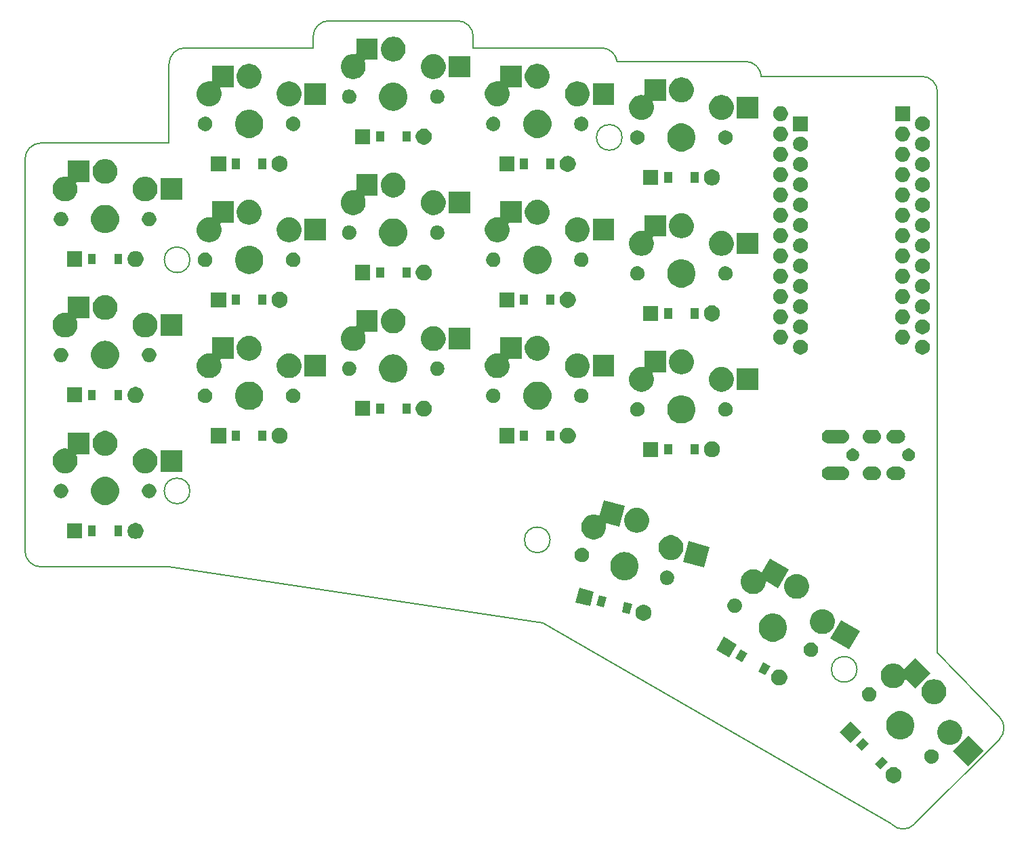
<source format=gbr>
G04 #@! TF.GenerationSoftware,KiCad,Pcbnew,5.1.5+dfsg1-2build2*
G04 #@! TF.CreationDate,2021-09-10T19:33:11+00:00*
G04 #@! TF.ProjectId,main-routed,6d61696e-2d72-46f7-9574-65642e6b6963,VERSION_HERE*
G04 #@! TF.SameCoordinates,Original*
G04 #@! TF.FileFunction,Soldermask,Bot*
G04 #@! TF.FilePolarity,Negative*
%FSLAX46Y46*%
G04 Gerber Fmt 4.6, Leading zero omitted, Abs format (unit mm)*
G04 Created by KiCad (PCBNEW 5.1.5+dfsg1-2build2) date 2021-09-10 19:33:11*
%MOMM*%
%LPD*%
G04 APERTURE LIST*
G04 #@! TA.AperFunction,Profile*
%ADD10C,0.150000*%
G04 #@! TD*
%ADD11C,0.350000*%
G04 APERTURE END LIST*
D10*
X10000000Y-9500000D02*
X26000000Y-9500000D01*
X8000000Y-7500000D02*
X8000000Y41500000D01*
X10000000Y-9500000D02*
G75*
G02X8000000Y-7500000I0J2000000D01*
G01*
X26000000Y43500000D02*
X10000000Y43500000D01*
X8000000Y41500000D02*
G75*
G02X10000000Y43500000I2000000J0D01*
G01*
X44000000Y55400000D02*
X28000000Y55400000D01*
X26000000Y53400000D02*
G75*
G02X28000000Y55400000I2000000J0D01*
G01*
X26000000Y53400000D02*
X26000000Y43500000D01*
X64000000Y55400000D02*
X64000000Y56800000D01*
X62000000Y58800000D02*
G75*
G02X64000000Y56800000I0J-2000000D01*
G01*
X62000000Y58800000D02*
X46000000Y58800000D01*
X44000000Y56800000D02*
G75*
G02X46000000Y58800000I2000000J0D01*
G01*
X44000000Y56800000D02*
X44000000Y55400000D01*
X80000000Y55400000D02*
G75*
G02X81977391Y53699872I0J-2000000D01*
G01*
X80000000Y55400000D02*
X64000000Y55400000D01*
X98000000Y53700000D02*
G75*
G02X99994367Y51850000I0J-2000000D01*
G01*
X98000000Y53700000D02*
X82000000Y53700000D01*
X81977391Y53699872D02*
G75*
G02X82000000Y53700000I22609J-1999872D01*
G01*
X119117258Y-41686664D02*
G75*
G02X116288831Y-41686665I-1414214J1414213D01*
G01*
X119117258Y-41686665D02*
X129723860Y-31080063D01*
X129723859Y-28251636D02*
G75*
G02X129723860Y-31080063I-1414213J-1414214D01*
G01*
X122000000Y-20208734D02*
X129723860Y-28251636D01*
X116288831Y-41686665D02*
X72707107Y-16524745D01*
X72707107Y-16524745D02*
X26000000Y-9500000D01*
X122000000Y-20208734D02*
X122000000Y49850000D01*
X120000000Y51850000D02*
G75*
G02X122000000Y49850000I0J-2000000D01*
G01*
X120000000Y51850000D02*
X99994367Y51850000D01*
X28600000Y28900000D02*
G75*
G03X28600000Y28900000I-1600000J0D01*
G01*
X28600000Y0D02*
G75*
G03X28600000Y0I-1600000J0D01*
G01*
X82600000Y44200000D02*
G75*
G03X82600000Y44200000I-1600000J0D01*
G01*
X73600000Y-6120000D02*
G75*
G03X73600000Y-6120000I-1600000J0D01*
G01*
X111949134Y-22311939D02*
G75*
G03X111949134Y-22311939I-1600000J0D01*
G01*
D11*
G36*
X116800496Y-34577902D02*
G01*
X116982939Y-34653473D01*
X117147134Y-34763184D01*
X117286770Y-34902820D01*
X117396481Y-35067015D01*
X117472052Y-35249458D01*
X117510577Y-35443139D01*
X117510577Y-35640615D01*
X117472052Y-35834296D01*
X117396481Y-36016739D01*
X117286770Y-36180934D01*
X117147134Y-36320570D01*
X116982939Y-36430281D01*
X116800496Y-36505852D01*
X116606815Y-36544377D01*
X116409339Y-36544377D01*
X116215658Y-36505852D01*
X116033215Y-36430281D01*
X115869020Y-36320570D01*
X115729384Y-36180934D01*
X115619673Y-36016739D01*
X115544102Y-35834296D01*
X115505577Y-35640615D01*
X115505577Y-35443139D01*
X115544102Y-35249458D01*
X115619673Y-35067015D01*
X115729384Y-34902820D01*
X115869020Y-34763184D01*
X116033215Y-34653473D01*
X116215658Y-34577902D01*
X116409339Y-34539377D01*
X116606815Y-34539377D01*
X116800496Y-34577902D01*
G37*
G36*
X115793899Y-33908460D02*
G01*
X114874660Y-34827699D01*
X114167553Y-34120592D01*
X115086792Y-33201353D01*
X115793899Y-33908460D01*
G37*
G36*
X127761147Y-32511958D02*
G01*
X125851959Y-34421146D01*
X123942771Y-32511958D01*
X125851959Y-30602770D01*
X127761147Y-32511958D01*
G37*
G36*
X121413844Y-32317797D02*
G01*
X121500870Y-32335108D01*
X121664824Y-32403020D01*
X121812375Y-32501610D01*
X121937864Y-32627099D01*
X122036454Y-32774650D01*
X122104366Y-32938605D01*
X122138987Y-33112655D01*
X122138987Y-33290119D01*
X122104366Y-33464169D01*
X122036454Y-33628124D01*
X121937864Y-33775675D01*
X121812375Y-33901164D01*
X121664824Y-33999754D01*
X121500870Y-34067666D01*
X121413844Y-34084976D01*
X121326819Y-34102287D01*
X121149355Y-34102287D01*
X121062330Y-34084977D01*
X120975304Y-34067666D01*
X120811350Y-33999754D01*
X120663799Y-33901164D01*
X120538310Y-33775675D01*
X120439720Y-33628124D01*
X120371808Y-33464169D01*
X120337187Y-33290119D01*
X120337187Y-33112655D01*
X120371808Y-32938605D01*
X120439720Y-32774650D01*
X120538310Y-32627099D01*
X120663799Y-32501610D01*
X120811350Y-32403020D01*
X120893328Y-32369064D01*
X120975304Y-32335108D01*
X121062330Y-32317798D01*
X121149355Y-32300487D01*
X121326819Y-32300487D01*
X121413844Y-32317797D01*
G37*
G36*
X113460447Y-31575008D02*
G01*
X112541208Y-32494247D01*
X111834101Y-31787140D01*
X112753340Y-30867901D01*
X113460447Y-31575008D01*
G37*
G36*
X123838574Y-28675965D02*
G01*
X123988302Y-28705748D01*
X124105144Y-28754146D01*
X124270383Y-28822590D01*
X124354623Y-28878877D01*
X124524252Y-28992219D01*
X124740148Y-29208115D01*
X124853490Y-29377744D01*
X124909777Y-29461984D01*
X124978221Y-29627223D01*
X125026619Y-29744065D01*
X125086184Y-30043521D01*
X125086184Y-30348845D01*
X125035676Y-30602770D01*
X125026619Y-30648300D01*
X124909777Y-30930382D01*
X124909776Y-30930383D01*
X124740148Y-31184251D01*
X124524252Y-31400147D01*
X124402245Y-31481669D01*
X124270383Y-31569776D01*
X124105144Y-31638220D01*
X123988302Y-31686618D01*
X123838574Y-31716400D01*
X123688847Y-31746183D01*
X123383521Y-31746183D01*
X123233794Y-31716400D01*
X123084066Y-31686618D01*
X122967224Y-31638220D01*
X122801985Y-31569776D01*
X122670123Y-31481669D01*
X122548116Y-31400147D01*
X122332220Y-31184251D01*
X122162592Y-30930383D01*
X122162591Y-30930382D01*
X122045749Y-30648300D01*
X122036693Y-30602770D01*
X121986184Y-30348845D01*
X121986184Y-30043521D01*
X122045749Y-29744065D01*
X122094147Y-29627223D01*
X122162591Y-29461984D01*
X122218878Y-29377744D01*
X122332220Y-29208115D01*
X122548116Y-28992219D01*
X122717745Y-28878877D01*
X122801985Y-28822590D01*
X122967224Y-28754146D01*
X123084066Y-28705748D01*
X123233794Y-28675965D01*
X123383521Y-28646183D01*
X123688847Y-28646183D01*
X123838574Y-28675965D01*
G37*
G36*
X112447870Y-30153723D02*
G01*
X111119923Y-31481670D01*
X109791976Y-30153723D01*
X111119923Y-28825776D01*
X112447870Y-30153723D01*
G37*
G36*
X117565255Y-27556247D02*
G01*
X117863686Y-27615608D01*
X118184804Y-27748620D01*
X118473803Y-27941723D01*
X118719577Y-28187497D01*
X118912680Y-28476496D01*
X119045692Y-28797614D01*
X119113500Y-29138512D01*
X119113500Y-29486088D01*
X119045692Y-29826986D01*
X118912680Y-30148104D01*
X118719577Y-30437103D01*
X118473803Y-30682877D01*
X118184804Y-30875980D01*
X117863686Y-31008992D01*
X117565255Y-31068353D01*
X117522789Y-31076800D01*
X117175211Y-31076800D01*
X117132745Y-31068353D01*
X116834314Y-31008992D01*
X116513196Y-30875980D01*
X116224197Y-30682877D01*
X115978423Y-30437103D01*
X115785320Y-30148104D01*
X115652308Y-29826986D01*
X115584500Y-29486088D01*
X115584500Y-29138512D01*
X115652308Y-28797614D01*
X115785320Y-28476496D01*
X115978423Y-28187497D01*
X116224197Y-27941723D01*
X116513196Y-27748620D01*
X116834314Y-27615608D01*
X117132745Y-27556247D01*
X117175211Y-27547800D01*
X117522789Y-27547800D01*
X117565255Y-27556247D01*
G37*
G36*
X121825361Y-23578171D02*
G01*
X122008403Y-23614580D01*
X122055936Y-23634269D01*
X122290484Y-23731422D01*
X122290485Y-23731423D01*
X122544353Y-23901051D01*
X122760249Y-24116947D01*
X122829844Y-24221104D01*
X122929878Y-24370816D01*
X122982853Y-24498709D01*
X123046720Y-24652897D01*
X123106285Y-24952353D01*
X123106285Y-25257677D01*
X123055709Y-25511944D01*
X123046720Y-25557132D01*
X122929878Y-25839214D01*
X122929877Y-25839215D01*
X122760249Y-26093083D01*
X122544353Y-26308979D01*
X122374724Y-26422321D01*
X122290484Y-26478608D01*
X122125245Y-26547052D01*
X122008403Y-26595450D01*
X121858675Y-26625232D01*
X121708948Y-26655015D01*
X121403622Y-26655015D01*
X121253895Y-26625232D01*
X121104167Y-26595450D01*
X120987325Y-26547052D01*
X120822086Y-26478608D01*
X120737846Y-26422321D01*
X120568217Y-26308979D01*
X120352321Y-26093083D01*
X120182693Y-25839215D01*
X120182692Y-25839214D01*
X120065850Y-25557132D01*
X120056862Y-25511944D01*
X120006285Y-25257677D01*
X120006285Y-24952353D01*
X120065850Y-24652897D01*
X120129717Y-24498709D01*
X120182692Y-24370816D01*
X120282726Y-24221104D01*
X120352321Y-24116947D01*
X120568217Y-23901051D01*
X120822085Y-23731423D01*
X120822086Y-23731422D01*
X121056634Y-23634269D01*
X121104167Y-23614580D01*
X121287209Y-23578171D01*
X121403622Y-23555015D01*
X121708948Y-23555015D01*
X121825361Y-23578171D01*
G37*
G36*
X113635670Y-24539623D02*
G01*
X113722696Y-24556934D01*
X113886650Y-24624846D01*
X114034201Y-24723436D01*
X114159690Y-24848925D01*
X114258280Y-24996476D01*
X114326192Y-25160431D01*
X114360813Y-25334481D01*
X114360813Y-25511945D01*
X114326192Y-25685995D01*
X114258280Y-25849950D01*
X114159690Y-25997501D01*
X114034201Y-26122990D01*
X113886650Y-26221580D01*
X113722696Y-26289492D01*
X113635670Y-26306803D01*
X113548645Y-26324113D01*
X113371181Y-26324113D01*
X113284156Y-26306803D01*
X113197130Y-26289492D01*
X113033176Y-26221580D01*
X112885625Y-26122990D01*
X112760136Y-25997501D01*
X112661546Y-25849950D01*
X112593634Y-25685995D01*
X112559013Y-25511945D01*
X112559013Y-25334481D01*
X112593634Y-25160431D01*
X112661546Y-24996476D01*
X112760136Y-24848925D01*
X112885625Y-24723436D01*
X113033176Y-24624846D01*
X113197130Y-24556934D01*
X113284156Y-24539624D01*
X113371181Y-24522313D01*
X113548645Y-24522313D01*
X113635670Y-24539623D01*
G37*
G36*
X121149699Y-22789240D02*
G01*
X119240511Y-24698428D01*
X118135799Y-23593716D01*
X118116857Y-23578171D01*
X118095246Y-23566620D01*
X118071797Y-23559507D01*
X118047411Y-23557105D01*
X118023025Y-23559507D01*
X117999576Y-23566620D01*
X117977965Y-23578171D01*
X117959023Y-23593716D01*
X117943478Y-23612658D01*
X117931927Y-23634269D01*
X117838710Y-23859315D01*
X117838709Y-23859316D01*
X117669081Y-24113184D01*
X117453185Y-24329080D01*
X117390722Y-24370816D01*
X117199316Y-24498709D01*
X117058748Y-24556934D01*
X116917235Y-24615551D01*
X116870505Y-24624846D01*
X116617780Y-24675116D01*
X116312454Y-24675116D01*
X116059729Y-24624846D01*
X116012999Y-24615551D01*
X115871486Y-24556934D01*
X115730918Y-24498709D01*
X115539512Y-24370816D01*
X115477049Y-24329080D01*
X115261153Y-24113184D01*
X115091525Y-23859316D01*
X115091524Y-23859315D01*
X114994517Y-23625119D01*
X114974682Y-23577234D01*
X114915117Y-23277778D01*
X114915117Y-22972454D01*
X114974682Y-22672998D01*
X115069414Y-22444296D01*
X115091524Y-22390917D01*
X115147811Y-22306677D01*
X115261153Y-22137048D01*
X115477049Y-21921152D01*
X115730917Y-21751524D01*
X115730918Y-21751523D01*
X115896157Y-21683079D01*
X116012999Y-21634681D01*
X116162727Y-21604898D01*
X116312454Y-21575116D01*
X116617780Y-21575116D01*
X116767507Y-21604898D01*
X116917235Y-21634681D01*
X117034077Y-21683079D01*
X117199316Y-21751523D01*
X117199317Y-21751524D01*
X117453185Y-21921152D01*
X117669081Y-22137048D01*
X117669083Y-22137051D01*
X117710405Y-22198894D01*
X117725950Y-22217836D01*
X117744892Y-22233382D01*
X117766503Y-22244933D01*
X117789952Y-22252046D01*
X117814338Y-22254448D01*
X117838724Y-22252046D01*
X117862173Y-22244933D01*
X117883783Y-22233382D01*
X117902726Y-22217837D01*
X119240511Y-20880052D01*
X121149699Y-22789240D01*
G37*
G36*
X102522876Y-22368725D02*
G01*
X102705319Y-22444296D01*
X102869514Y-22554007D01*
X103009150Y-22693643D01*
X103118861Y-22857838D01*
X103194432Y-23040281D01*
X103232957Y-23233962D01*
X103232957Y-23431438D01*
X103194432Y-23625119D01*
X103118861Y-23807562D01*
X103009150Y-23971757D01*
X102869514Y-24111393D01*
X102705319Y-24221104D01*
X102522876Y-24296675D01*
X102329195Y-24335200D01*
X102131719Y-24335200D01*
X101938038Y-24296675D01*
X101755595Y-24221104D01*
X101591400Y-24111393D01*
X101451764Y-23971757D01*
X101342053Y-23807562D01*
X101266482Y-23625119D01*
X101227957Y-23431438D01*
X101227957Y-23233962D01*
X101266482Y-23040281D01*
X101342053Y-22857838D01*
X101451764Y-22693643D01*
X101591400Y-22554007D01*
X101755595Y-22444296D01*
X101938038Y-22368725D01*
X102131719Y-22330200D01*
X102329195Y-22330200D01*
X102522876Y-22368725D01*
G37*
G36*
X101117855Y-21939783D02*
G01*
X100467855Y-23065617D01*
X99601829Y-22565617D01*
X100251829Y-21439783D01*
X101117855Y-21939783D01*
G37*
G36*
X98259971Y-20289783D02*
G01*
X97609971Y-21415617D01*
X96743945Y-20915617D01*
X97393945Y-19789783D01*
X98259971Y-20289783D01*
G37*
G36*
X96914042Y-19179002D02*
G01*
X95975041Y-20805399D01*
X94348644Y-19866398D01*
X95287645Y-18240001D01*
X96914042Y-19179002D01*
G37*
G36*
X106369897Y-18963911D02*
G01*
X106456923Y-18981221D01*
X106620877Y-19049133D01*
X106768428Y-19147723D01*
X106893917Y-19273212D01*
X106992507Y-19420763D01*
X107060419Y-19584718D01*
X107095040Y-19758768D01*
X107095040Y-19936232D01*
X107060419Y-20110282D01*
X106992507Y-20274237D01*
X106893917Y-20421788D01*
X106768428Y-20547277D01*
X106620877Y-20645867D01*
X106538899Y-20679823D01*
X106456923Y-20713779D01*
X106369897Y-20731089D01*
X106282872Y-20748400D01*
X106105408Y-20748400D01*
X106018383Y-20731090D01*
X105931357Y-20713779D01*
X105767403Y-20645867D01*
X105619852Y-20547277D01*
X105494363Y-20421788D01*
X105395773Y-20274237D01*
X105327861Y-20110282D01*
X105293240Y-19936232D01*
X105293240Y-19758768D01*
X105327861Y-19584718D01*
X105395773Y-19420763D01*
X105494363Y-19273212D01*
X105619852Y-19147723D01*
X105767403Y-19049133D01*
X105931357Y-18981221D01*
X106018383Y-18963910D01*
X106105408Y-18946600D01*
X106282872Y-18946600D01*
X106369897Y-18963911D01*
G37*
G36*
X112316494Y-17493271D02*
G01*
X110966494Y-19831539D01*
X108628226Y-18481539D01*
X109978226Y-16143271D01*
X112316494Y-17493271D01*
G37*
G36*
X101647255Y-15341447D02*
G01*
X101945686Y-15400808D01*
X102266804Y-15533820D01*
X102555803Y-15726923D01*
X102801577Y-15972697D01*
X102994680Y-16261696D01*
X103127692Y-16582814D01*
X103195500Y-16923712D01*
X103195500Y-17271288D01*
X103127692Y-17612186D01*
X102994680Y-17933304D01*
X102801577Y-18222303D01*
X102555803Y-18468077D01*
X102266804Y-18661180D01*
X101945686Y-18794192D01*
X101647255Y-18853553D01*
X101604789Y-18862000D01*
X101257211Y-18862000D01*
X101214745Y-18853553D01*
X100916314Y-18794192D01*
X100595196Y-18661180D01*
X100306197Y-18468077D01*
X100060423Y-18222303D01*
X99867320Y-17933304D01*
X99734308Y-17612186D01*
X99666500Y-17271288D01*
X99666500Y-16923712D01*
X99734308Y-16582814D01*
X99867320Y-16261696D01*
X100060423Y-15972697D01*
X100306197Y-15726923D01*
X100595196Y-15533820D01*
X100916314Y-15400808D01*
X101214745Y-15341447D01*
X101257211Y-15333000D01*
X101604789Y-15333000D01*
X101647255Y-15341447D01*
G37*
G36*
X107938517Y-14829687D02*
G01*
X108088245Y-14859470D01*
X108205087Y-14907868D01*
X108370326Y-14976312D01*
X108370327Y-14976313D01*
X108624195Y-15145941D01*
X108840091Y-15361837D01*
X108950529Y-15527120D01*
X109009720Y-15615706D01*
X109055788Y-15726924D01*
X109126562Y-15897787D01*
X109149558Y-16013395D01*
X109186127Y-16197242D01*
X109186127Y-16502568D01*
X109126562Y-16802022D01*
X109009720Y-17084104D01*
X109009719Y-17084105D01*
X108840091Y-17337973D01*
X108624195Y-17553869D01*
X108454566Y-17667211D01*
X108370326Y-17723498D01*
X108205087Y-17791942D01*
X108088245Y-17840340D01*
X107938517Y-17870123D01*
X107788790Y-17899905D01*
X107483464Y-17899905D01*
X107333737Y-17870122D01*
X107184009Y-17840340D01*
X107067167Y-17791942D01*
X106901928Y-17723498D01*
X106817688Y-17667211D01*
X106648059Y-17553869D01*
X106432163Y-17337973D01*
X106262535Y-17084105D01*
X106262534Y-17084104D01*
X106145692Y-16802022D01*
X106086127Y-16502568D01*
X106086127Y-16197242D01*
X106122696Y-16013395D01*
X106145692Y-15897787D01*
X106216466Y-15726924D01*
X106262534Y-15615706D01*
X106321725Y-15527120D01*
X106432163Y-15361837D01*
X106648059Y-15145941D01*
X106901927Y-14976313D01*
X106901928Y-14976312D01*
X107067167Y-14907868D01*
X107184009Y-14859470D01*
X107333737Y-14829687D01*
X107483464Y-14799905D01*
X107788790Y-14799905D01*
X107938517Y-14829687D01*
G37*
G36*
X85571796Y-14270727D02*
G01*
X85754239Y-14346298D01*
X85918434Y-14456009D01*
X86058070Y-14595645D01*
X86167781Y-14759840D01*
X86243352Y-14942283D01*
X86281877Y-15135964D01*
X86281877Y-15333440D01*
X86243352Y-15527121D01*
X86167781Y-15709564D01*
X86058070Y-15873759D01*
X85918434Y-16013395D01*
X85754239Y-16123106D01*
X85571796Y-16198677D01*
X85378115Y-16237202D01*
X85180639Y-16237202D01*
X84986958Y-16198677D01*
X84804515Y-16123106D01*
X84640320Y-16013395D01*
X84500684Y-15873759D01*
X84390973Y-15709564D01*
X84315402Y-15527121D01*
X84276877Y-15333440D01*
X84276877Y-15135964D01*
X84315402Y-14942283D01*
X84390973Y-14759840D01*
X84500684Y-14595645D01*
X84640320Y-14456009D01*
X84804515Y-14346298D01*
X84986958Y-14270727D01*
X85180639Y-14232202D01*
X85378115Y-14232202D01*
X85571796Y-14270727D01*
G37*
G36*
X83844173Y-14177208D02*
G01*
X83507709Y-15432911D01*
X83507708Y-15432911D01*
X82541783Y-15174092D01*
X82575763Y-15047277D01*
X82878247Y-13918389D01*
X82878248Y-13918389D01*
X83844173Y-14177208D01*
G37*
G36*
X96843617Y-13463910D02*
G01*
X96930643Y-13481221D01*
X97012619Y-13515177D01*
X97094597Y-13549133D01*
X97242148Y-13647723D01*
X97367637Y-13773212D01*
X97466227Y-13920763D01*
X97534139Y-14084718D01*
X97568760Y-14258768D01*
X97568760Y-14436232D01*
X97534139Y-14610282D01*
X97466227Y-14774237D01*
X97367637Y-14921788D01*
X97242148Y-15047277D01*
X97094597Y-15145867D01*
X97026455Y-15174092D01*
X96930643Y-15213779D01*
X96843617Y-15231090D01*
X96756592Y-15248400D01*
X96579128Y-15248400D01*
X96492103Y-15231090D01*
X96405077Y-15213779D01*
X96309265Y-15174092D01*
X96241123Y-15145867D01*
X96093572Y-15047277D01*
X95968083Y-14921788D01*
X95869493Y-14774237D01*
X95801581Y-14610282D01*
X95766960Y-14436232D01*
X95766960Y-14258768D01*
X95801581Y-14084718D01*
X95869493Y-13920763D01*
X95968083Y-13773212D01*
X96093572Y-13647723D01*
X96241123Y-13549133D01*
X96323101Y-13515177D01*
X96405077Y-13481221D01*
X96492103Y-13463910D01*
X96579128Y-13446600D01*
X96756592Y-13446600D01*
X96843617Y-13463910D01*
G37*
G36*
X80005393Y-13148613D02*
G01*
X80656617Y-13323108D01*
X80320153Y-14578811D01*
X80320152Y-14578811D01*
X79354227Y-14319992D01*
X79367427Y-14270728D01*
X79690691Y-13064289D01*
X79690692Y-13064289D01*
X80005393Y-13148613D01*
G37*
G36*
X79069058Y-12598525D02*
G01*
X78582996Y-14412533D01*
X76768988Y-13926471D01*
X77255050Y-12112463D01*
X79069058Y-12598525D01*
G37*
G36*
X104708390Y-10424432D02*
G01*
X104858118Y-10454214D01*
X104974960Y-10502612D01*
X105140199Y-10571056D01*
X105224439Y-10627343D01*
X105394068Y-10740685D01*
X105609964Y-10956581D01*
X105709325Y-11105287D01*
X105779593Y-11210450D01*
X105803945Y-11269241D01*
X105896435Y-11492531D01*
X105906331Y-11542282D01*
X105956000Y-11791986D01*
X105956000Y-12097312D01*
X105896435Y-12396766D01*
X105779593Y-12678848D01*
X105749759Y-12723498D01*
X105609964Y-12932717D01*
X105394068Y-13148613D01*
X105224439Y-13261955D01*
X105140199Y-13318242D01*
X104974960Y-13386686D01*
X104858118Y-13435084D01*
X104708390Y-13464866D01*
X104558663Y-13494649D01*
X104253337Y-13494649D01*
X104103610Y-13464866D01*
X103953882Y-13435084D01*
X103837040Y-13386686D01*
X103671801Y-13318242D01*
X103587561Y-13261955D01*
X103417932Y-13148613D01*
X103202036Y-12932717D01*
X103062241Y-12723498D01*
X103032407Y-12678848D01*
X102915565Y-12396766D01*
X102856000Y-12097312D01*
X102856000Y-11791986D01*
X102905669Y-11542282D01*
X102915565Y-11492531D01*
X103008055Y-11269241D01*
X103032407Y-11210450D01*
X103102675Y-11105287D01*
X103202036Y-10956581D01*
X103417932Y-10740685D01*
X103587561Y-10627343D01*
X103671801Y-10571056D01*
X103837040Y-10502612D01*
X103953882Y-10454214D01*
X104103610Y-10424432D01*
X104253337Y-10394649D01*
X104558663Y-10394649D01*
X104708390Y-10424432D01*
G37*
G36*
X103413901Y-9813015D02*
G01*
X102063901Y-12151284D01*
X100713371Y-11371555D01*
X100691052Y-11361442D01*
X100667188Y-11355877D01*
X100642697Y-11355076D01*
X100618520Y-11359067D01*
X100595586Y-11367699D01*
X100574777Y-11380639D01*
X100556893Y-11397389D01*
X100542620Y-11417308D01*
X100532507Y-11439627D01*
X100526942Y-11463491D01*
X100525873Y-11479807D01*
X100525873Y-11502568D01*
X100466308Y-11802022D01*
X100349466Y-12084104D01*
X100330517Y-12112463D01*
X100179837Y-12337973D01*
X99963941Y-12553869D01*
X99897108Y-12598525D01*
X99710072Y-12723498D01*
X99544833Y-12791942D01*
X99427991Y-12840340D01*
X99278263Y-12870123D01*
X99128536Y-12899905D01*
X98823210Y-12899905D01*
X98673483Y-12870123D01*
X98523755Y-12840340D01*
X98406913Y-12791942D01*
X98241674Y-12723498D01*
X98054638Y-12598525D01*
X97987805Y-12553869D01*
X97771909Y-12337973D01*
X97621229Y-12112463D01*
X97602280Y-12084104D01*
X97485438Y-11802022D01*
X97425873Y-11502568D01*
X97425873Y-11197242D01*
X97473743Y-10956581D01*
X97485438Y-10897787D01*
X97533836Y-10780945D01*
X97602280Y-10615706D01*
X97749985Y-10394649D01*
X97771909Y-10361837D01*
X97987805Y-10145941D01*
X98241673Y-9976313D01*
X98241674Y-9976312D01*
X98406913Y-9907868D01*
X98523755Y-9859470D01*
X98673483Y-9829688D01*
X98823210Y-9799905D01*
X99128536Y-9799905D01*
X99278263Y-9829688D01*
X99427991Y-9859470D01*
X99544833Y-9907868D01*
X99710072Y-9976312D01*
X99710073Y-9976313D01*
X99954045Y-10139329D01*
X99975649Y-10150876D01*
X99999098Y-10157989D01*
X100023484Y-10160391D01*
X100047870Y-10157989D01*
X100071319Y-10150876D01*
X100092930Y-10139325D01*
X100111872Y-10123780D01*
X100131736Y-10097892D01*
X101075633Y-8463015D01*
X103413901Y-9813015D01*
G37*
G36*
X88381649Y-9958916D02*
G01*
X88468675Y-9976226D01*
X88550651Y-10010182D01*
X88632629Y-10044138D01*
X88780180Y-10142728D01*
X88905669Y-10268217D01*
X89004259Y-10415768D01*
X89004259Y-10415769D01*
X89068582Y-10571057D01*
X89072171Y-10579723D01*
X89106792Y-10753773D01*
X89106792Y-10931237D01*
X89072171Y-11105287D01*
X89004259Y-11269242D01*
X88905669Y-11416793D01*
X88780180Y-11542282D01*
X88632629Y-11640872D01*
X88550651Y-11674828D01*
X88468675Y-11708784D01*
X88381649Y-11726094D01*
X88294624Y-11743405D01*
X88117160Y-11743405D01*
X88030135Y-11726094D01*
X87943109Y-11708784D01*
X87861133Y-11674828D01*
X87779155Y-11640872D01*
X87631604Y-11542282D01*
X87506115Y-11416793D01*
X87407525Y-11269242D01*
X87339613Y-11105287D01*
X87304992Y-10931237D01*
X87304992Y-10753773D01*
X87339613Y-10579723D01*
X87343203Y-10571057D01*
X87407525Y-10415769D01*
X87407525Y-10415768D01*
X87506115Y-10268217D01*
X87631604Y-10142728D01*
X87779155Y-10044138D01*
X87861133Y-10010182D01*
X87943109Y-9976226D01*
X88030135Y-9958915D01*
X88117160Y-9941605D01*
X88294624Y-9941605D01*
X88381649Y-9958916D01*
G37*
G36*
X83109555Y-7662947D02*
G01*
X83407986Y-7722308D01*
X83729104Y-7855320D01*
X84018103Y-8048423D01*
X84263877Y-8294197D01*
X84456980Y-8583196D01*
X84589992Y-8904314D01*
X84657800Y-9245212D01*
X84657800Y-9592788D01*
X84589992Y-9933686D01*
X84456980Y-10254804D01*
X84263877Y-10543803D01*
X84018103Y-10789577D01*
X83729104Y-10982680D01*
X83407986Y-11115692D01*
X83109555Y-11175053D01*
X83067089Y-11183500D01*
X82719511Y-11183500D01*
X82677045Y-11175053D01*
X82378614Y-11115692D01*
X82057496Y-10982680D01*
X81768497Y-10789577D01*
X81522723Y-10543803D01*
X81329620Y-10254804D01*
X81196608Y-9933686D01*
X81128800Y-9592788D01*
X81128800Y-9245212D01*
X81196608Y-8904314D01*
X81329620Y-8583196D01*
X81522723Y-8294197D01*
X81768497Y-8048423D01*
X82057496Y-7855320D01*
X82378614Y-7722308D01*
X82677045Y-7662947D01*
X82719511Y-7654500D01*
X83067089Y-7654500D01*
X83109555Y-7662947D01*
G37*
G36*
X93510314Y-6983912D02*
G01*
X92811502Y-9591912D01*
X90203502Y-8893100D01*
X90902314Y-6285100D01*
X93510314Y-6983912D01*
G37*
G36*
X77756465Y-7111906D02*
G01*
X77843491Y-7129216D01*
X77925467Y-7163172D01*
X78007445Y-7197128D01*
X78154996Y-7295718D01*
X78280485Y-7421207D01*
X78379075Y-7568758D01*
X78446987Y-7732713D01*
X78465359Y-7825072D01*
X78481608Y-7906764D01*
X78481608Y-8084226D01*
X78446987Y-8258278D01*
X78379075Y-8422232D01*
X78280485Y-8569783D01*
X78154996Y-8695272D01*
X78007445Y-8793862D01*
X77925467Y-8827818D01*
X77843491Y-8861774D01*
X77756465Y-8879085D01*
X77669440Y-8896395D01*
X77491976Y-8896395D01*
X77404951Y-8879085D01*
X77317925Y-8861774D01*
X77235949Y-8827818D01*
X77153971Y-8793862D01*
X77006420Y-8695272D01*
X76880931Y-8569783D01*
X76782341Y-8422232D01*
X76714429Y-8258278D01*
X76679808Y-8084226D01*
X76679808Y-7906764D01*
X76696058Y-7825072D01*
X76714429Y-7732713D01*
X76782341Y-7568758D01*
X76880931Y-7421207D01*
X77006420Y-7295718D01*
X77153971Y-7197128D01*
X77235949Y-7163172D01*
X77317925Y-7129216D01*
X77404951Y-7111905D01*
X77491976Y-7094595D01*
X77669440Y-7094595D01*
X77756465Y-7111906D01*
G37*
G36*
X88995891Y-5570656D02*
G01*
X89145619Y-5600438D01*
X89238853Y-5639057D01*
X89427700Y-5717280D01*
X89427701Y-5717281D01*
X89681569Y-5886909D01*
X89897465Y-6102805D01*
X90010807Y-6272434D01*
X90067094Y-6356674D01*
X90183936Y-6638756D01*
X90243501Y-6938210D01*
X90243501Y-7243536D01*
X90183936Y-7542990D01*
X90067094Y-7825072D01*
X90067093Y-7825073D01*
X89897465Y-8078941D01*
X89681569Y-8294837D01*
X89511940Y-8408179D01*
X89427700Y-8464466D01*
X89262461Y-8532910D01*
X89145619Y-8581308D01*
X88995891Y-8611090D01*
X88846164Y-8640873D01*
X88540838Y-8640873D01*
X88391111Y-8611090D01*
X88241383Y-8581308D01*
X88124541Y-8532910D01*
X87959302Y-8464466D01*
X87875062Y-8408179D01*
X87705433Y-8294837D01*
X87489537Y-8078941D01*
X87319909Y-7825073D01*
X87319908Y-7825072D01*
X87203066Y-7542990D01*
X87143501Y-7243536D01*
X87143501Y-6938210D01*
X87203066Y-6638756D01*
X87319908Y-6356674D01*
X87376195Y-6272434D01*
X87489537Y-6102805D01*
X87705433Y-5886909D01*
X87959301Y-5717281D01*
X87959302Y-5717280D01*
X88148149Y-5639057D01*
X88241383Y-5600438D01*
X88391111Y-5570655D01*
X88540838Y-5540873D01*
X88846164Y-5540873D01*
X88995891Y-5570656D01*
G37*
G36*
X82923272Y-1869515D02*
G01*
X82224460Y-4477515D01*
X80712847Y-4072479D01*
X80688675Y-4068489D01*
X80664184Y-4069290D01*
X80640320Y-4074855D01*
X80618000Y-4084968D01*
X80598082Y-4099241D01*
X80581332Y-4117125D01*
X80568392Y-4137934D01*
X80559760Y-4160868D01*
X80555769Y-4185045D01*
X80557903Y-4217606D01*
X80584242Y-4350020D01*
X80584242Y-4655346D01*
X80524677Y-4954800D01*
X80407835Y-5236882D01*
X80407834Y-5236883D01*
X80238206Y-5490751D01*
X80022310Y-5706647D01*
X79852681Y-5819989D01*
X79768441Y-5876276D01*
X79617012Y-5939000D01*
X79486360Y-5993118D01*
X79336632Y-6022900D01*
X79186905Y-6052683D01*
X78881579Y-6052683D01*
X78731852Y-6022900D01*
X78582124Y-5993118D01*
X78451472Y-5939000D01*
X78300043Y-5876276D01*
X78215803Y-5819989D01*
X78046174Y-5706647D01*
X77830278Y-5490751D01*
X77660650Y-5236883D01*
X77660649Y-5236882D01*
X77543807Y-4954800D01*
X77484242Y-4655346D01*
X77484242Y-4350020D01*
X77514025Y-4200293D01*
X77543807Y-4050565D01*
X77592205Y-3933723D01*
X77660649Y-3768484D01*
X77716936Y-3684244D01*
X77830278Y-3514615D01*
X78046174Y-3298719D01*
X78300042Y-3129091D01*
X78300043Y-3129090D01*
X78477266Y-3055682D01*
X78582124Y-3012248D01*
X78731852Y-2982465D01*
X78881579Y-2952683D01*
X79186905Y-2952683D01*
X79336632Y-2982465D01*
X79486360Y-3012248D01*
X79586656Y-3053792D01*
X79656634Y-3082778D01*
X79680083Y-3089891D01*
X79704469Y-3092293D01*
X79728855Y-3089891D01*
X79752304Y-3082778D01*
X79773915Y-3071227D01*
X79792857Y-3055682D01*
X79808402Y-3036740D01*
X79819953Y-3015129D01*
X79825204Y-2999662D01*
X80315272Y-1170703D01*
X82923272Y-1869515D01*
G37*
G36*
X22102419Y-4036025D02*
G01*
X22284862Y-4111596D01*
X22449057Y-4221307D01*
X22588693Y-4360943D01*
X22698404Y-4525138D01*
X22773975Y-4707581D01*
X22812500Y-4901262D01*
X22812500Y-5098738D01*
X22773975Y-5292419D01*
X22698404Y-5474862D01*
X22588693Y-5639057D01*
X22449057Y-5778693D01*
X22284862Y-5888404D01*
X22102419Y-5963975D01*
X21908738Y-6002500D01*
X21711262Y-6002500D01*
X21517581Y-5963975D01*
X21335138Y-5888404D01*
X21170943Y-5778693D01*
X21031307Y-5639057D01*
X20921596Y-5474862D01*
X20846025Y-5292419D01*
X20807500Y-5098738D01*
X20807500Y-4901262D01*
X20846025Y-4707581D01*
X20921596Y-4525138D01*
X21031307Y-4360943D01*
X21170943Y-4221307D01*
X21335138Y-4111596D01*
X21517581Y-4036025D01*
X21711262Y-3997500D01*
X21908738Y-3997500D01*
X22102419Y-4036025D01*
G37*
G36*
X15129000Y-5939000D02*
G01*
X13251000Y-5939000D01*
X13251000Y-4061000D01*
X15129000Y-4061000D01*
X15129000Y-5939000D01*
G37*
G36*
X20150000Y-5650000D02*
G01*
X19150000Y-5650000D01*
X19150000Y-4350000D01*
X20150000Y-4350000D01*
X20150000Y-5650000D01*
G37*
G36*
X16850000Y-5650000D02*
G01*
X15850000Y-5650000D01*
X15850000Y-4350000D01*
X16850000Y-4350000D01*
X16850000Y-5650000D01*
G37*
G36*
X84735663Y-2151523D02*
G01*
X84885391Y-2181306D01*
X85002233Y-2229704D01*
X85167472Y-2298148D01*
X85167473Y-2298149D01*
X85421341Y-2467777D01*
X85637237Y-2683673D01*
X85750579Y-2853302D01*
X85806866Y-2937542D01*
X85923708Y-3219624D01*
X85983273Y-3519078D01*
X85983273Y-3824404D01*
X85923708Y-4123858D01*
X85806866Y-4405940D01*
X85806865Y-4405941D01*
X85637237Y-4659809D01*
X85421341Y-4875705D01*
X85251712Y-4989047D01*
X85167472Y-5045334D01*
X85038543Y-5098738D01*
X84885391Y-5162176D01*
X84735663Y-5191959D01*
X84585936Y-5221741D01*
X84280610Y-5221741D01*
X84130883Y-5191959D01*
X83981155Y-5162176D01*
X83828003Y-5098738D01*
X83699074Y-5045334D01*
X83614834Y-4989047D01*
X83445205Y-4875705D01*
X83229309Y-4659809D01*
X83059681Y-4405941D01*
X83059680Y-4405940D01*
X82942838Y-4123858D01*
X82883273Y-3824404D01*
X82883273Y-3519078D01*
X82942838Y-3219624D01*
X83059680Y-2937542D01*
X83115967Y-2853302D01*
X83229309Y-2683673D01*
X83445205Y-2467777D01*
X83699073Y-2298149D01*
X83699074Y-2298148D01*
X83864313Y-2229704D01*
X83981155Y-2181306D01*
X84130883Y-2151523D01*
X84280610Y-2121741D01*
X84585936Y-2121741D01*
X84735663Y-2151523D01*
G37*
G36*
X18216255Y1756053D02*
G01*
X18514686Y1696692D01*
X18835804Y1563680D01*
X19124803Y1370577D01*
X19370577Y1124803D01*
X19563680Y835804D01*
X19696692Y514686D01*
X19764500Y173788D01*
X19764500Y-173788D01*
X19696692Y-514686D01*
X19563680Y-835804D01*
X19370577Y-1124803D01*
X19124803Y-1370577D01*
X18835804Y-1563680D01*
X18514686Y-1696692D01*
X18216255Y-1756053D01*
X18173789Y-1764500D01*
X17826211Y-1764500D01*
X17783745Y-1756053D01*
X17485314Y-1696692D01*
X17164196Y-1563680D01*
X16875197Y-1370577D01*
X16629423Y-1124803D01*
X16436320Y-835804D01*
X16303308Y-514686D01*
X16235500Y-173788D01*
X16235500Y173788D01*
X16303308Y514686D01*
X16436320Y835804D01*
X16629423Y1124803D01*
X16875197Y1370577D01*
X17164196Y1563680D01*
X17485314Y1696692D01*
X17783745Y1756053D01*
X17826211Y1764500D01*
X18173789Y1764500D01*
X18216255Y1756053D01*
G37*
G36*
X12675757Y883590D02*
G01*
X12762783Y866279D01*
X12844759Y832323D01*
X12926737Y798367D01*
X13074288Y699777D01*
X13199777Y574288D01*
X13298367Y426737D01*
X13366279Y262782D01*
X13400900Y88732D01*
X13400900Y-88732D01*
X13366279Y-262782D01*
X13298367Y-426737D01*
X13199777Y-574288D01*
X13074288Y-699777D01*
X12926737Y-798367D01*
X12844759Y-832323D01*
X12762783Y-866279D01*
X12675757Y-883590D01*
X12588732Y-900900D01*
X12411268Y-900900D01*
X12324243Y-883589D01*
X12237217Y-866279D01*
X12155241Y-832323D01*
X12073263Y-798367D01*
X11925712Y-699777D01*
X11800223Y-574288D01*
X11701633Y-426737D01*
X11633721Y-262782D01*
X11599100Y-88732D01*
X11599100Y88732D01*
X11633721Y262782D01*
X11701633Y426737D01*
X11800223Y574288D01*
X11925712Y699777D01*
X12073263Y798367D01*
X12155241Y832323D01*
X12237217Y866279D01*
X12324243Y883589D01*
X12411268Y900900D01*
X12588732Y900900D01*
X12675757Y883590D01*
G37*
G36*
X23675757Y883590D02*
G01*
X23762783Y866279D01*
X23844759Y832323D01*
X23926737Y798367D01*
X24074288Y699777D01*
X24199777Y574288D01*
X24298367Y426737D01*
X24366279Y262782D01*
X24400900Y88732D01*
X24400900Y-88732D01*
X24366279Y-262782D01*
X24298367Y-426737D01*
X24199777Y-574288D01*
X24074288Y-699777D01*
X23926737Y-798367D01*
X23844759Y-832323D01*
X23762783Y-866279D01*
X23675757Y-883590D01*
X23588732Y-900900D01*
X23411268Y-900900D01*
X23324243Y-883590D01*
X23237217Y-866279D01*
X23155241Y-832323D01*
X23073263Y-798367D01*
X22925712Y-699777D01*
X22800223Y-574288D01*
X22701633Y-426737D01*
X22633721Y-262782D01*
X22599100Y-88732D01*
X22599100Y88732D01*
X22633721Y262782D01*
X22701633Y426737D01*
X22800223Y574288D01*
X22925712Y699777D01*
X23073263Y798367D01*
X23155241Y832323D01*
X23237217Y866279D01*
X23324243Y883590D01*
X23411268Y900900D01*
X23588732Y900900D01*
X23675757Y883590D01*
G37*
G36*
X109166627Y3037701D02*
G01*
X109213715Y3023417D01*
X109237748Y3018637D01*
X109262252Y3018637D01*
X109286285Y3023417D01*
X109333373Y3037701D01*
X109458248Y3050000D01*
X110141752Y3050000D01*
X110266627Y3037701D01*
X110313715Y3023417D01*
X110426855Y2989097D01*
X110426857Y2989096D01*
X110574518Y2910169D01*
X110703949Y2803949D01*
X110810169Y2674518D01*
X110889096Y2526857D01*
X110937701Y2366627D01*
X110954112Y2200000D01*
X110937701Y2033373D01*
X110889096Y1873143D01*
X110810169Y1725482D01*
X110703949Y1596051D01*
X110574518Y1489831D01*
X110426857Y1410904D01*
X110426855Y1410903D01*
X110346742Y1386602D01*
X110266627Y1362299D01*
X110141752Y1350000D01*
X109458248Y1350000D01*
X109333373Y1362299D01*
X109286285Y1376583D01*
X109262252Y1381363D01*
X109237748Y1381363D01*
X109213715Y1376583D01*
X109166627Y1362299D01*
X109041752Y1350000D01*
X108358248Y1350000D01*
X108233373Y1362299D01*
X108153258Y1386602D01*
X108073145Y1410903D01*
X108073143Y1410904D01*
X107925482Y1489831D01*
X107796051Y1596051D01*
X107689831Y1725482D01*
X107610904Y1873143D01*
X107562299Y2033373D01*
X107545888Y2200000D01*
X107562299Y2366627D01*
X107610904Y2526857D01*
X107689831Y2674518D01*
X107796051Y2803949D01*
X107925482Y2910169D01*
X108073143Y2989096D01*
X108073145Y2989097D01*
X108186285Y3023417D01*
X108233373Y3037701D01*
X108358248Y3050000D01*
X109041752Y3050000D01*
X109166627Y3037701D01*
G37*
G36*
X114266627Y3037701D02*
G01*
X114313715Y3023417D01*
X114426855Y2989097D01*
X114426857Y2989096D01*
X114574518Y2910169D01*
X114703949Y2803949D01*
X114810169Y2674518D01*
X114889096Y2526857D01*
X114937701Y2366627D01*
X114954112Y2200000D01*
X114937701Y2033373D01*
X114889096Y1873143D01*
X114810169Y1725482D01*
X114703949Y1596051D01*
X114574518Y1489831D01*
X114426857Y1410904D01*
X114426855Y1410903D01*
X114346742Y1386602D01*
X114266627Y1362299D01*
X114141752Y1350000D01*
X113458248Y1350000D01*
X113333373Y1362299D01*
X113253258Y1386602D01*
X113173145Y1410903D01*
X113173143Y1410904D01*
X113025482Y1489831D01*
X112896051Y1596051D01*
X112789831Y1725482D01*
X112710904Y1873143D01*
X112662299Y2033373D01*
X112645888Y2200000D01*
X112662299Y2366627D01*
X112710904Y2526857D01*
X112789831Y2674518D01*
X112896051Y2803949D01*
X113025482Y2910169D01*
X113173143Y2989096D01*
X113173145Y2989097D01*
X113286285Y3023417D01*
X113333373Y3037701D01*
X113458248Y3050000D01*
X114141752Y3050000D01*
X114266627Y3037701D01*
G37*
G36*
X117266627Y3037701D02*
G01*
X117313715Y3023417D01*
X117426855Y2989097D01*
X117426857Y2989096D01*
X117574518Y2910169D01*
X117703949Y2803949D01*
X117810169Y2674518D01*
X117889096Y2526857D01*
X117937701Y2366627D01*
X117954112Y2200000D01*
X117937701Y2033373D01*
X117889096Y1873143D01*
X117810169Y1725482D01*
X117703949Y1596051D01*
X117574518Y1489831D01*
X117426857Y1410904D01*
X117426855Y1410903D01*
X117346742Y1386602D01*
X117266627Y1362299D01*
X117141752Y1350000D01*
X116458248Y1350000D01*
X116333373Y1362299D01*
X116253258Y1386602D01*
X116173145Y1410903D01*
X116173143Y1410904D01*
X116025482Y1489831D01*
X115896051Y1596051D01*
X115789831Y1725482D01*
X115710904Y1873143D01*
X115662299Y2033373D01*
X115645888Y2200000D01*
X115662299Y2366627D01*
X115710904Y2526857D01*
X115789831Y2674518D01*
X115896051Y2803949D01*
X116025482Y2910169D01*
X116173143Y2989096D01*
X116173145Y2989097D01*
X116286285Y3023417D01*
X116333373Y3037701D01*
X116458248Y3050000D01*
X117141752Y3050000D01*
X117266627Y3037701D01*
G37*
G36*
X16075000Y4600000D02*
G01*
X14512701Y4600000D01*
X14488315Y4597598D01*
X14464866Y4590485D01*
X14443255Y4578934D01*
X14424313Y4563389D01*
X14408768Y4544447D01*
X14397217Y4522836D01*
X14390104Y4499387D01*
X14387702Y4475001D01*
X14390104Y4450615D01*
X14397217Y4427166D01*
X14408469Y4400000D01*
X14490435Y4202118D01*
X14506559Y4121058D01*
X14550000Y3902663D01*
X14550000Y3597337D01*
X14490435Y3297883D01*
X14373593Y3015801D01*
X14373592Y3015800D01*
X14203964Y2761932D01*
X13988068Y2546036D01*
X13959364Y2526857D01*
X13734199Y2376407D01*
X13568960Y2307963D01*
X13452118Y2259565D01*
X13302390Y2229782D01*
X13152663Y2200000D01*
X12847337Y2200000D01*
X12697610Y2229783D01*
X12547882Y2259565D01*
X12431040Y2307963D01*
X12265801Y2376407D01*
X12040636Y2526857D01*
X12011932Y2546036D01*
X11796036Y2761932D01*
X11626408Y3015800D01*
X11626407Y3015801D01*
X11509565Y3297883D01*
X11450000Y3597337D01*
X11450000Y3902663D01*
X11493441Y4121058D01*
X11509565Y4202118D01*
X11591531Y4400000D01*
X11626407Y4484199D01*
X11787398Y4725140D01*
X11796036Y4738068D01*
X12011932Y4953964D01*
X12230492Y5100000D01*
X12265801Y5123593D01*
X12431040Y5192037D01*
X12547882Y5240435D01*
X12697610Y5270218D01*
X12847337Y5300000D01*
X13152663Y5300000D01*
X13225615Y5285489D01*
X13250001Y5283087D01*
X13274387Y5285489D01*
X13297836Y5292602D01*
X13319447Y5304153D01*
X13338389Y5319698D01*
X13353934Y5338640D01*
X13365485Y5360251D01*
X13372598Y5383700D01*
X13375000Y5408086D01*
X13375000Y7300000D01*
X16075000Y7300000D01*
X16075000Y4600000D01*
G37*
G36*
X23302390Y5270218D02*
G01*
X23452118Y5240435D01*
X23568960Y5192037D01*
X23734199Y5123593D01*
X23769508Y5100000D01*
X23988068Y4953964D01*
X24203964Y4738068D01*
X24212602Y4725140D01*
X24373593Y4484199D01*
X24408469Y4400000D01*
X24490435Y4202118D01*
X24506559Y4121058D01*
X24550000Y3902663D01*
X24550000Y3597337D01*
X24490435Y3297883D01*
X24373593Y3015801D01*
X24373592Y3015800D01*
X24203964Y2761932D01*
X23988068Y2546036D01*
X23959364Y2526857D01*
X23734199Y2376407D01*
X23568960Y2307963D01*
X23452118Y2259565D01*
X23302390Y2229782D01*
X23152663Y2200000D01*
X22847337Y2200000D01*
X22697610Y2229783D01*
X22547882Y2259565D01*
X22431040Y2307963D01*
X22265801Y2376407D01*
X22040636Y2526857D01*
X22011932Y2546036D01*
X21796036Y2761932D01*
X21626408Y3015800D01*
X21626407Y3015801D01*
X21509565Y3297883D01*
X21450000Y3597337D01*
X21450000Y3902663D01*
X21493441Y4121058D01*
X21509565Y4202118D01*
X21591531Y4400000D01*
X21626407Y4484199D01*
X21787398Y4725140D01*
X21796036Y4738068D01*
X22011932Y4953964D01*
X22230492Y5100000D01*
X22265801Y5123593D01*
X22431040Y5192037D01*
X22547882Y5240435D01*
X22697610Y5270218D01*
X22847337Y5300000D01*
X23152663Y5300000D01*
X23302390Y5270218D01*
G37*
G36*
X27625000Y2400000D02*
G01*
X24925000Y2400000D01*
X24925000Y5100000D01*
X27625000Y5100000D01*
X27625000Y2400000D01*
G37*
G36*
X118633351Y5269257D02*
G01*
X118778941Y5208952D01*
X118909970Y5121401D01*
X119021401Y5009970D01*
X119108952Y4878941D01*
X119169257Y4733351D01*
X119200000Y4578794D01*
X119200000Y4421206D01*
X119169257Y4266649D01*
X119108952Y4121059D01*
X119021401Y3990030D01*
X118909970Y3878599D01*
X118778941Y3791048D01*
X118633351Y3730743D01*
X118478794Y3700000D01*
X118321206Y3700000D01*
X118166649Y3730743D01*
X118021059Y3791048D01*
X117890030Y3878599D01*
X117778599Y3990030D01*
X117691048Y4121059D01*
X117630743Y4266649D01*
X117600000Y4421206D01*
X117600000Y4578794D01*
X117630743Y4733351D01*
X117691048Y4878941D01*
X117778599Y5009970D01*
X117890030Y5121401D01*
X118021059Y5208952D01*
X118166649Y5269257D01*
X118321206Y5300000D01*
X118478794Y5300000D01*
X118633351Y5269257D01*
G37*
G36*
X111633351Y5269257D02*
G01*
X111778941Y5208952D01*
X111909970Y5121401D01*
X112021401Y5009970D01*
X112108952Y4878941D01*
X112169257Y4733351D01*
X112200000Y4578794D01*
X112200000Y4421206D01*
X112169257Y4266649D01*
X112108952Y4121059D01*
X112021401Y3990030D01*
X111909970Y3878599D01*
X111778941Y3791048D01*
X111633351Y3730743D01*
X111478794Y3700000D01*
X111321206Y3700000D01*
X111166649Y3730743D01*
X111021059Y3791048D01*
X110890030Y3878599D01*
X110778599Y3990030D01*
X110691048Y4121059D01*
X110630743Y4266649D01*
X110600000Y4421206D01*
X110600000Y4578794D01*
X110630743Y4733351D01*
X110691048Y4878941D01*
X110778599Y5009970D01*
X110890030Y5121401D01*
X111021059Y5208952D01*
X111166649Y5269257D01*
X111321206Y5300000D01*
X111478794Y5300000D01*
X111633351Y5269257D01*
G37*
G36*
X94102419Y6163975D02*
G01*
X94284862Y6088404D01*
X94449057Y5978693D01*
X94588693Y5839057D01*
X94698404Y5674862D01*
X94773975Y5492419D01*
X94812500Y5298738D01*
X94812500Y5101262D01*
X94773975Y4907581D01*
X94698404Y4725138D01*
X94588693Y4560943D01*
X94449057Y4421307D01*
X94284862Y4311596D01*
X94102419Y4236025D01*
X93908738Y4197500D01*
X93711262Y4197500D01*
X93517581Y4236025D01*
X93335138Y4311596D01*
X93170943Y4421307D01*
X93031307Y4560943D01*
X92921596Y4725138D01*
X92846025Y4907581D01*
X92807500Y5101262D01*
X92807500Y5298738D01*
X92846025Y5492419D01*
X92921596Y5674862D01*
X93031307Y5839057D01*
X93170943Y5978693D01*
X93335138Y6088404D01*
X93517581Y6163975D01*
X93711262Y6202500D01*
X93908738Y6202500D01*
X94102419Y6163975D01*
G37*
G36*
X87129000Y4261000D02*
G01*
X85251000Y4261000D01*
X85251000Y6139000D01*
X87129000Y6139000D01*
X87129000Y4261000D01*
G37*
G36*
X18302390Y7470217D02*
G01*
X18452118Y7440435D01*
X18540202Y7403949D01*
X18734199Y7323593D01*
X18807645Y7274518D01*
X18988068Y7153964D01*
X19203964Y6938068D01*
X19295374Y6801262D01*
X19373593Y6684199D01*
X19405329Y6607581D01*
X19480900Y6425138D01*
X19490435Y6402117D01*
X19537805Y6163974D01*
X19550000Y6102662D01*
X19550000Y5797338D01*
X19490435Y5497882D01*
X19453240Y5408086D01*
X19373593Y5215801D01*
X19369016Y5208951D01*
X19203964Y4961932D01*
X18988068Y4746036D01*
X18818439Y4632694D01*
X18734199Y4576407D01*
X18604867Y4522836D01*
X18452118Y4459565D01*
X18302390Y4429782D01*
X18152663Y4400000D01*
X17847337Y4400000D01*
X17697610Y4429783D01*
X17547882Y4459565D01*
X17395133Y4522836D01*
X17265801Y4576407D01*
X17181561Y4632694D01*
X17011932Y4746036D01*
X16796036Y4961932D01*
X16630984Y5208951D01*
X16626407Y5215801D01*
X16546760Y5408086D01*
X16509565Y5497882D01*
X16450000Y5797338D01*
X16450000Y6102662D01*
X16462196Y6163974D01*
X16509565Y6402117D01*
X16519101Y6425138D01*
X16594671Y6607581D01*
X16626407Y6684199D01*
X16704626Y6801262D01*
X16796036Y6938068D01*
X17011932Y7153964D01*
X17192355Y7274518D01*
X17265801Y7323593D01*
X17459798Y7403949D01*
X17547882Y7440435D01*
X17697610Y7470217D01*
X17847337Y7500000D01*
X18152663Y7500000D01*
X18302390Y7470217D01*
G37*
G36*
X88850000Y4550000D02*
G01*
X87850000Y4550000D01*
X87850000Y5850000D01*
X88850000Y5850000D01*
X88850000Y4550000D01*
G37*
G36*
X92150000Y4550000D02*
G01*
X91150000Y4550000D01*
X91150000Y5850000D01*
X92150000Y5850000D01*
X92150000Y4550000D01*
G37*
G36*
X76102419Y7863975D02*
G01*
X76284862Y7788404D01*
X76449057Y7678693D01*
X76588693Y7539057D01*
X76698404Y7374862D01*
X76773975Y7192419D01*
X76812500Y6998738D01*
X76812500Y6801262D01*
X76773975Y6607581D01*
X76698404Y6425138D01*
X76588693Y6260943D01*
X76449057Y6121307D01*
X76284862Y6011596D01*
X76102419Y5936025D01*
X75908738Y5897500D01*
X75711262Y5897500D01*
X75517581Y5936025D01*
X75335138Y6011596D01*
X75170943Y6121307D01*
X75031307Y6260943D01*
X74921596Y6425138D01*
X74846025Y6607581D01*
X74807500Y6801262D01*
X74807500Y6998738D01*
X74846025Y7192419D01*
X74921596Y7374862D01*
X75031307Y7539057D01*
X75170943Y7678693D01*
X75335138Y7788404D01*
X75517581Y7863975D01*
X75711262Y7902500D01*
X75908738Y7902500D01*
X76102419Y7863975D01*
G37*
G36*
X40102419Y7863975D02*
G01*
X40284862Y7788404D01*
X40449057Y7678693D01*
X40588693Y7539057D01*
X40698404Y7374862D01*
X40773975Y7192419D01*
X40812500Y6998738D01*
X40812500Y6801262D01*
X40773975Y6607581D01*
X40698404Y6425138D01*
X40588693Y6260943D01*
X40449057Y6121307D01*
X40284862Y6011596D01*
X40102419Y5936025D01*
X39908738Y5897500D01*
X39711262Y5897500D01*
X39517581Y5936025D01*
X39335138Y6011596D01*
X39170943Y6121307D01*
X39031307Y6260943D01*
X38921596Y6425138D01*
X38846025Y6607581D01*
X38807500Y6801262D01*
X38807500Y6998738D01*
X38846025Y7192419D01*
X38921596Y7374862D01*
X39031307Y7539057D01*
X39170943Y7678693D01*
X39335138Y7788404D01*
X39517581Y7863975D01*
X39711262Y7902500D01*
X39908738Y7902500D01*
X40102419Y7863975D01*
G37*
G36*
X109166627Y7637701D02*
G01*
X109213715Y7623417D01*
X109237748Y7618637D01*
X109262252Y7618637D01*
X109286285Y7623417D01*
X109333373Y7637701D01*
X109458248Y7650000D01*
X110141752Y7650000D01*
X110266627Y7637701D01*
X110313715Y7623417D01*
X110426855Y7589097D01*
X110426857Y7589096D01*
X110574518Y7510169D01*
X110703949Y7403949D01*
X110810169Y7274518D01*
X110889096Y7126857D01*
X110937701Y6966627D01*
X110954112Y6800000D01*
X110937701Y6633373D01*
X110889096Y6473143D01*
X110810169Y6325482D01*
X110703949Y6196051D01*
X110574518Y6089831D01*
X110426857Y6010904D01*
X110426855Y6010903D01*
X110346742Y5986601D01*
X110266627Y5962299D01*
X110141752Y5950000D01*
X109458248Y5950000D01*
X109333373Y5962299D01*
X109286285Y5976583D01*
X109262252Y5981363D01*
X109237748Y5981363D01*
X109213715Y5976583D01*
X109166627Y5962299D01*
X109041752Y5950000D01*
X108358248Y5950000D01*
X108233373Y5962299D01*
X108153258Y5986601D01*
X108073145Y6010903D01*
X108073143Y6010904D01*
X107925482Y6089831D01*
X107796051Y6196051D01*
X107689831Y6325482D01*
X107610904Y6473143D01*
X107562299Y6633373D01*
X107545888Y6800000D01*
X107562299Y6966627D01*
X107610904Y7126857D01*
X107689831Y7274518D01*
X107796051Y7403949D01*
X107925482Y7510169D01*
X108073143Y7589096D01*
X108073145Y7589097D01*
X108186285Y7623417D01*
X108233373Y7637701D01*
X108358248Y7650000D01*
X109041752Y7650000D01*
X109166627Y7637701D01*
G37*
G36*
X114266627Y7637701D02*
G01*
X114313715Y7623417D01*
X114426855Y7589097D01*
X114426857Y7589096D01*
X114574518Y7510169D01*
X114703949Y7403949D01*
X114810169Y7274518D01*
X114889096Y7126857D01*
X114937701Y6966627D01*
X114954112Y6800000D01*
X114937701Y6633373D01*
X114889096Y6473143D01*
X114810169Y6325482D01*
X114703949Y6196051D01*
X114574518Y6089831D01*
X114426857Y6010904D01*
X114426855Y6010903D01*
X114346742Y5986601D01*
X114266627Y5962299D01*
X114141752Y5950000D01*
X113458248Y5950000D01*
X113333373Y5962299D01*
X113253258Y5986601D01*
X113173145Y6010903D01*
X113173143Y6010904D01*
X113025482Y6089831D01*
X112896051Y6196051D01*
X112789831Y6325482D01*
X112710904Y6473143D01*
X112662299Y6633373D01*
X112645888Y6800000D01*
X112662299Y6966627D01*
X112710904Y7126857D01*
X112789831Y7274518D01*
X112896051Y7403949D01*
X113025482Y7510169D01*
X113173143Y7589096D01*
X113173145Y7589097D01*
X113286285Y7623417D01*
X113333373Y7637701D01*
X113458248Y7650000D01*
X114141752Y7650000D01*
X114266627Y7637701D01*
G37*
G36*
X117266627Y7637701D02*
G01*
X117313715Y7623417D01*
X117426855Y7589097D01*
X117426857Y7589096D01*
X117574518Y7510169D01*
X117703949Y7403949D01*
X117810169Y7274518D01*
X117889096Y7126857D01*
X117937701Y6966627D01*
X117954112Y6800000D01*
X117937701Y6633373D01*
X117889096Y6473143D01*
X117810169Y6325482D01*
X117703949Y6196051D01*
X117574518Y6089831D01*
X117426857Y6010904D01*
X117426855Y6010903D01*
X117346742Y5986601D01*
X117266627Y5962299D01*
X117141752Y5950000D01*
X116458248Y5950000D01*
X116333373Y5962299D01*
X116253258Y5986601D01*
X116173145Y6010903D01*
X116173143Y6010904D01*
X116025482Y6089831D01*
X115896051Y6196051D01*
X115789831Y6325482D01*
X115710904Y6473143D01*
X115662299Y6633373D01*
X115645888Y6800000D01*
X115662299Y6966627D01*
X115710904Y7126857D01*
X115789831Y7274518D01*
X115896051Y7403949D01*
X116025482Y7510169D01*
X116173143Y7589096D01*
X116173145Y7589097D01*
X116286285Y7623417D01*
X116333373Y7637701D01*
X116458248Y7650000D01*
X117141752Y7650000D01*
X117266627Y7637701D01*
G37*
G36*
X33129000Y5961000D02*
G01*
X31251000Y5961000D01*
X31251000Y7839000D01*
X33129000Y7839000D01*
X33129000Y5961000D01*
G37*
G36*
X69129000Y5961000D02*
G01*
X67251000Y5961000D01*
X67251000Y7839000D01*
X69129000Y7839000D01*
X69129000Y5961000D01*
G37*
G36*
X38150000Y6250000D02*
G01*
X37150000Y6250000D01*
X37150000Y7550000D01*
X38150000Y7550000D01*
X38150000Y6250000D01*
G37*
G36*
X34850000Y6250000D02*
G01*
X33850000Y6250000D01*
X33850000Y7550000D01*
X34850000Y7550000D01*
X34850000Y6250000D01*
G37*
G36*
X74150000Y6250000D02*
G01*
X73150000Y6250000D01*
X73150000Y7550000D01*
X74150000Y7550000D01*
X74150000Y6250000D01*
G37*
G36*
X70850000Y6250000D02*
G01*
X69850000Y6250000D01*
X69850000Y7550000D01*
X70850000Y7550000D01*
X70850000Y6250000D01*
G37*
G36*
X90216255Y11956053D02*
G01*
X90514686Y11896692D01*
X90835804Y11763680D01*
X91124803Y11570577D01*
X91370577Y11324803D01*
X91563680Y11035804D01*
X91696692Y10714686D01*
X91764500Y10373788D01*
X91764500Y10026212D01*
X91696692Y9685314D01*
X91563680Y9364196D01*
X91370577Y9075197D01*
X91124803Y8829423D01*
X90835804Y8636320D01*
X90514686Y8503308D01*
X90216255Y8443947D01*
X90173789Y8435500D01*
X89826211Y8435500D01*
X89783745Y8443947D01*
X89485314Y8503308D01*
X89164196Y8636320D01*
X88875197Y8829423D01*
X88629423Y9075197D01*
X88436320Y9364196D01*
X88303308Y9685314D01*
X88235500Y10026212D01*
X88235500Y10373788D01*
X88303308Y10714686D01*
X88436320Y11035804D01*
X88629423Y11324803D01*
X88875197Y11570577D01*
X89164196Y11763680D01*
X89485314Y11896692D01*
X89783745Y11956053D01*
X89826211Y11964500D01*
X90173789Y11964500D01*
X90216255Y11956053D01*
G37*
G36*
X58102419Y11263975D02*
G01*
X58284862Y11188404D01*
X58449057Y11078693D01*
X58588693Y10939057D01*
X58698404Y10774862D01*
X58773975Y10592419D01*
X58812500Y10398738D01*
X58812500Y10201262D01*
X58773975Y10007581D01*
X58698404Y9825138D01*
X58588693Y9660943D01*
X58449057Y9521307D01*
X58284862Y9411596D01*
X58102419Y9336025D01*
X57908738Y9297500D01*
X57711262Y9297500D01*
X57517581Y9336025D01*
X57335138Y9411596D01*
X57170943Y9521307D01*
X57031307Y9660943D01*
X56921596Y9825138D01*
X56846025Y10007581D01*
X56807500Y10201262D01*
X56807500Y10398738D01*
X56846025Y10592419D01*
X56921596Y10774862D01*
X57031307Y10939057D01*
X57170943Y11078693D01*
X57335138Y11188404D01*
X57517581Y11263975D01*
X57711262Y11302500D01*
X57908738Y11302500D01*
X58102419Y11263975D01*
G37*
G36*
X84675757Y11083589D02*
G01*
X84762783Y11066279D01*
X84841384Y11033721D01*
X84926737Y10998367D01*
X85074288Y10899777D01*
X85199777Y10774288D01*
X85298367Y10626737D01*
X85298367Y10626736D01*
X85366279Y10462783D01*
X85383590Y10375757D01*
X85400900Y10288732D01*
X85400900Y10111268D01*
X85366279Y9937218D01*
X85298367Y9773263D01*
X85199777Y9625712D01*
X85074288Y9500223D01*
X84926737Y9401633D01*
X84844759Y9367677D01*
X84762783Y9333721D01*
X84675757Y9316411D01*
X84588732Y9299100D01*
X84411268Y9299100D01*
X84324243Y9316410D01*
X84237217Y9333721D01*
X84073263Y9401633D01*
X83925712Y9500223D01*
X83800223Y9625712D01*
X83701633Y9773263D01*
X83633721Y9937218D01*
X83599100Y10111268D01*
X83599100Y10288732D01*
X83616410Y10375757D01*
X83633721Y10462783D01*
X83701633Y10626736D01*
X83701633Y10626737D01*
X83800223Y10774288D01*
X83925712Y10899777D01*
X84073263Y10998367D01*
X84158616Y11033721D01*
X84237217Y11066279D01*
X84324243Y11083589D01*
X84411268Y11100900D01*
X84588732Y11100900D01*
X84675757Y11083589D01*
G37*
G36*
X95675757Y11083589D02*
G01*
X95762783Y11066279D01*
X95841384Y11033721D01*
X95926737Y10998367D01*
X96074288Y10899777D01*
X96199777Y10774288D01*
X96298367Y10626737D01*
X96298367Y10626736D01*
X96366279Y10462783D01*
X96383590Y10375757D01*
X96400900Y10288732D01*
X96400900Y10111268D01*
X96366279Y9937218D01*
X96298367Y9773263D01*
X96199777Y9625712D01*
X96074288Y9500223D01*
X95926737Y9401633D01*
X95762783Y9333721D01*
X95675757Y9316411D01*
X95588732Y9299100D01*
X95411268Y9299100D01*
X95324243Y9316410D01*
X95237217Y9333721D01*
X95073263Y9401633D01*
X94925712Y9500223D01*
X94800223Y9625712D01*
X94701633Y9773263D01*
X94633721Y9937218D01*
X94599100Y10111268D01*
X94599100Y10288732D01*
X94616410Y10375757D01*
X94633721Y10462783D01*
X94701633Y10626736D01*
X94701633Y10626737D01*
X94800223Y10774288D01*
X94925712Y10899777D01*
X95073263Y10998367D01*
X95158616Y11033721D01*
X95237217Y11066279D01*
X95324243Y11083589D01*
X95411268Y11100900D01*
X95588732Y11100900D01*
X95675757Y11083589D01*
G37*
G36*
X51129000Y9361000D02*
G01*
X49251000Y9361000D01*
X49251000Y11239000D01*
X51129000Y11239000D01*
X51129000Y9361000D01*
G37*
G36*
X52850000Y9650000D02*
G01*
X51850000Y9650000D01*
X51850000Y10950000D01*
X52850000Y10950000D01*
X52850000Y9650000D01*
G37*
G36*
X56150000Y9650000D02*
G01*
X55150000Y9650000D01*
X55150000Y10950000D01*
X56150000Y10950000D01*
X56150000Y9650000D01*
G37*
G36*
X36216255Y13656053D02*
G01*
X36514686Y13596692D01*
X36835804Y13463680D01*
X37124803Y13270577D01*
X37370577Y13024803D01*
X37563680Y12735804D01*
X37696692Y12414686D01*
X37764500Y12073788D01*
X37764500Y11726212D01*
X37696692Y11385314D01*
X37563680Y11064196D01*
X37370577Y10775197D01*
X37124803Y10529423D01*
X36835804Y10336320D01*
X36514686Y10203308D01*
X36216255Y10143947D01*
X36173789Y10135500D01*
X35826211Y10135500D01*
X35783745Y10143947D01*
X35485314Y10203308D01*
X35164196Y10336320D01*
X34875197Y10529423D01*
X34629423Y10775197D01*
X34436320Y11064196D01*
X34303308Y11385314D01*
X34235500Y11726212D01*
X34235500Y12073788D01*
X34303308Y12414686D01*
X34436320Y12735804D01*
X34629423Y13024803D01*
X34875197Y13270577D01*
X35164196Y13463680D01*
X35485314Y13596692D01*
X35783745Y13656053D01*
X35826211Y13664500D01*
X36173789Y13664500D01*
X36216255Y13656053D01*
G37*
G36*
X72216255Y13656053D02*
G01*
X72514686Y13596692D01*
X72835804Y13463680D01*
X73124803Y13270577D01*
X73370577Y13024803D01*
X73563680Y12735804D01*
X73696692Y12414686D01*
X73764500Y12073788D01*
X73764500Y11726212D01*
X73696692Y11385314D01*
X73563680Y11064196D01*
X73370577Y10775197D01*
X73124803Y10529423D01*
X72835804Y10336320D01*
X72514686Y10203308D01*
X72216255Y10143947D01*
X72173789Y10135500D01*
X71826211Y10135500D01*
X71783745Y10143947D01*
X71485314Y10203308D01*
X71164196Y10336320D01*
X70875197Y10529423D01*
X70629423Y10775197D01*
X70436320Y11064196D01*
X70303308Y11385314D01*
X70235500Y11726212D01*
X70235500Y12073788D01*
X70303308Y12414686D01*
X70436320Y12735804D01*
X70629423Y13024803D01*
X70875197Y13270577D01*
X71164196Y13463680D01*
X71485314Y13596692D01*
X71783745Y13656053D01*
X71826211Y13664500D01*
X72173789Y13664500D01*
X72216255Y13656053D01*
G37*
G36*
X22102419Y12963975D02*
G01*
X22284862Y12888404D01*
X22449057Y12778693D01*
X22588693Y12639057D01*
X22698404Y12474862D01*
X22773975Y12292419D01*
X22812500Y12098738D01*
X22812500Y11901262D01*
X22773975Y11707581D01*
X22698404Y11525138D01*
X22588693Y11360943D01*
X22449057Y11221307D01*
X22284862Y11111596D01*
X22102419Y11036025D01*
X21908738Y10997500D01*
X21711262Y10997500D01*
X21517581Y11036025D01*
X21335138Y11111596D01*
X21170943Y11221307D01*
X21031307Y11360943D01*
X20921596Y11525138D01*
X20846025Y11707581D01*
X20807500Y11901262D01*
X20807500Y12098738D01*
X20846025Y12292419D01*
X20921596Y12474862D01*
X21031307Y12639057D01*
X21170943Y12778693D01*
X21335138Y12888404D01*
X21517581Y12963975D01*
X21711262Y13002500D01*
X21908738Y13002500D01*
X22102419Y12963975D01*
G37*
G36*
X30675757Y12783590D02*
G01*
X30762783Y12766279D01*
X30926737Y12698367D01*
X31074288Y12599777D01*
X31199777Y12474288D01*
X31298367Y12326737D01*
X31298367Y12326736D01*
X31366279Y12162783D01*
X31383590Y12075757D01*
X31400900Y11988732D01*
X31400900Y11811268D01*
X31366279Y11637218D01*
X31298367Y11473263D01*
X31199777Y11325712D01*
X31074288Y11200223D01*
X30926737Y11101633D01*
X30844759Y11067677D01*
X30762783Y11033721D01*
X30675757Y11016410D01*
X30588732Y10999100D01*
X30411268Y10999100D01*
X30324243Y11016411D01*
X30237217Y11033721D01*
X30155241Y11067677D01*
X30073263Y11101633D01*
X29925712Y11200223D01*
X29800223Y11325712D01*
X29701633Y11473263D01*
X29633721Y11637218D01*
X29599100Y11811268D01*
X29599100Y11988732D01*
X29616411Y12075757D01*
X29633721Y12162783D01*
X29701633Y12326736D01*
X29701633Y12326737D01*
X29800223Y12474288D01*
X29925712Y12599777D01*
X30073263Y12698367D01*
X30237217Y12766279D01*
X30324243Y12783589D01*
X30411268Y12800900D01*
X30588732Y12800900D01*
X30675757Y12783590D01*
G37*
G36*
X41675757Y12783590D02*
G01*
X41762783Y12766279D01*
X41844759Y12732323D01*
X41926737Y12698367D01*
X42074288Y12599777D01*
X42199777Y12474288D01*
X42298367Y12326737D01*
X42298367Y12326736D01*
X42366279Y12162783D01*
X42383590Y12075757D01*
X42400900Y11988732D01*
X42400900Y11811268D01*
X42366279Y11637218D01*
X42298367Y11473263D01*
X42199777Y11325712D01*
X42074288Y11200223D01*
X41926737Y11101633D01*
X41844759Y11067677D01*
X41762783Y11033721D01*
X41675757Y11016410D01*
X41588732Y10999100D01*
X41411268Y10999100D01*
X41324243Y11016411D01*
X41237217Y11033721D01*
X41155241Y11067677D01*
X41073263Y11101633D01*
X40925712Y11200223D01*
X40800223Y11325712D01*
X40701633Y11473263D01*
X40633721Y11637218D01*
X40599100Y11811268D01*
X40599100Y11988732D01*
X40616410Y12075757D01*
X40633721Y12162783D01*
X40701633Y12326736D01*
X40701633Y12326737D01*
X40800223Y12474288D01*
X40925712Y12599777D01*
X41073263Y12698367D01*
X41237217Y12766279D01*
X41324243Y12783589D01*
X41411268Y12800900D01*
X41588732Y12800900D01*
X41675757Y12783590D01*
G37*
G36*
X66675757Y12783590D02*
G01*
X66762783Y12766279D01*
X66844759Y12732323D01*
X66926737Y12698367D01*
X67074288Y12599777D01*
X67199777Y12474288D01*
X67298367Y12326737D01*
X67298367Y12326736D01*
X67366279Y12162783D01*
X67383590Y12075757D01*
X67400900Y11988732D01*
X67400900Y11811268D01*
X67366279Y11637218D01*
X67298367Y11473263D01*
X67199777Y11325712D01*
X67074288Y11200223D01*
X66926737Y11101633D01*
X66844759Y11067677D01*
X66762783Y11033721D01*
X66675757Y11016410D01*
X66588732Y10999100D01*
X66411268Y10999100D01*
X66324243Y11016411D01*
X66237217Y11033721D01*
X66155241Y11067677D01*
X66073263Y11101633D01*
X65925712Y11200223D01*
X65800223Y11325712D01*
X65701633Y11473263D01*
X65633721Y11637218D01*
X65599100Y11811268D01*
X65599100Y11988732D01*
X65616410Y12075757D01*
X65633721Y12162783D01*
X65701633Y12326736D01*
X65701633Y12326737D01*
X65800223Y12474288D01*
X65925712Y12599777D01*
X66073263Y12698367D01*
X66237217Y12766279D01*
X66324243Y12783589D01*
X66411268Y12800900D01*
X66588732Y12800900D01*
X66675757Y12783590D01*
G37*
G36*
X77675757Y12783590D02*
G01*
X77762783Y12766279D01*
X77844759Y12732323D01*
X77926737Y12698367D01*
X78074288Y12599777D01*
X78199777Y12474288D01*
X78298367Y12326737D01*
X78298367Y12326736D01*
X78366279Y12162783D01*
X78383590Y12075757D01*
X78400900Y11988732D01*
X78400900Y11811268D01*
X78366279Y11637218D01*
X78298367Y11473263D01*
X78199777Y11325712D01*
X78074288Y11200223D01*
X77926737Y11101633D01*
X77844759Y11067677D01*
X77762783Y11033721D01*
X77675757Y11016410D01*
X77588732Y10999100D01*
X77411268Y10999100D01*
X77324243Y11016411D01*
X77237217Y11033721D01*
X77155241Y11067677D01*
X77073263Y11101633D01*
X76925712Y11200223D01*
X76800223Y11325712D01*
X76701633Y11473263D01*
X76633721Y11637218D01*
X76599100Y11811268D01*
X76599100Y11988732D01*
X76616410Y12075757D01*
X76633721Y12162783D01*
X76701633Y12326736D01*
X76701633Y12326737D01*
X76800223Y12474288D01*
X76925712Y12599777D01*
X77073263Y12698367D01*
X77237217Y12766279D01*
X77324243Y12783589D01*
X77411268Y12800900D01*
X77588732Y12800900D01*
X77675757Y12783590D01*
G37*
G36*
X15129000Y11061000D02*
G01*
X13251000Y11061000D01*
X13251000Y12939000D01*
X15129000Y12939000D01*
X15129000Y11061000D01*
G37*
G36*
X16850000Y11350000D02*
G01*
X15850000Y11350000D01*
X15850000Y12650000D01*
X16850000Y12650000D01*
X16850000Y11350000D01*
G37*
G36*
X20150000Y11350000D02*
G01*
X19150000Y11350000D01*
X19150000Y12650000D01*
X20150000Y12650000D01*
X20150000Y11350000D01*
G37*
G36*
X95284435Y15473789D02*
G01*
X95452118Y15440435D01*
X95568960Y15392037D01*
X95734199Y15323593D01*
X95769508Y15300000D01*
X95988068Y15153964D01*
X96203964Y14938068D01*
X96247264Y14873264D01*
X96373593Y14684199D01*
X96408376Y14600225D01*
X96477345Y14433721D01*
X96490435Y14402117D01*
X96538682Y14159565D01*
X96550000Y14102662D01*
X96550000Y13797338D01*
X96497918Y13535500D01*
X96490435Y13497883D01*
X96373593Y13215801D01*
X96373592Y13215800D01*
X96203964Y12961932D01*
X95988068Y12746036D01*
X95827957Y12639054D01*
X95734199Y12576407D01*
X95568960Y12507963D01*
X95452118Y12459565D01*
X95302390Y12429782D01*
X95152663Y12400000D01*
X94847337Y12400000D01*
X94697610Y12429782D01*
X94547882Y12459565D01*
X94431040Y12507963D01*
X94265801Y12576407D01*
X94172043Y12639054D01*
X94011932Y12746036D01*
X93796036Y12961932D01*
X93626408Y13215800D01*
X93626407Y13215801D01*
X93509565Y13497883D01*
X93502083Y13535500D01*
X93450000Y13797338D01*
X93450000Y14102662D01*
X93461319Y14159565D01*
X93509565Y14402117D01*
X93522656Y14433721D01*
X93591624Y14600225D01*
X93626407Y14684199D01*
X93752736Y14873264D01*
X93796036Y14938068D01*
X94011932Y15153964D01*
X94230492Y15300000D01*
X94265801Y15323593D01*
X94431040Y15392037D01*
X94547882Y15440435D01*
X94715565Y15473789D01*
X94847337Y15500000D01*
X95152663Y15500000D01*
X95284435Y15473789D01*
G37*
G36*
X88075000Y14800000D02*
G01*
X86512701Y14800000D01*
X86488315Y14797598D01*
X86464866Y14790485D01*
X86443255Y14778934D01*
X86424313Y14763389D01*
X86408768Y14744447D01*
X86397217Y14722836D01*
X86390104Y14699387D01*
X86387702Y14675001D01*
X86390104Y14650615D01*
X86397217Y14627166D01*
X86408376Y14600225D01*
X86477345Y14433721D01*
X86490435Y14402117D01*
X86538682Y14159565D01*
X86550000Y14102662D01*
X86550000Y13797338D01*
X86497918Y13535500D01*
X86490435Y13497883D01*
X86373593Y13215801D01*
X86373592Y13215800D01*
X86203964Y12961932D01*
X85988068Y12746036D01*
X85827957Y12639054D01*
X85734199Y12576407D01*
X85568960Y12507963D01*
X85452118Y12459565D01*
X85302390Y12429782D01*
X85152663Y12400000D01*
X84847337Y12400000D01*
X84697610Y12429782D01*
X84547882Y12459565D01*
X84431040Y12507963D01*
X84265801Y12576407D01*
X84172043Y12639054D01*
X84011932Y12746036D01*
X83796036Y12961932D01*
X83626408Y13215800D01*
X83626407Y13215801D01*
X83509565Y13497883D01*
X83502083Y13535500D01*
X83450000Y13797338D01*
X83450000Y14102662D01*
X83461319Y14159565D01*
X83509565Y14402117D01*
X83522656Y14433721D01*
X83591624Y14600225D01*
X83626407Y14684199D01*
X83752736Y14873264D01*
X83796036Y14938068D01*
X84011932Y15153964D01*
X84230492Y15300000D01*
X84265801Y15323593D01*
X84431040Y15392037D01*
X84547882Y15440435D01*
X84715565Y15473789D01*
X84847337Y15500000D01*
X85152663Y15500000D01*
X85225615Y15485489D01*
X85250001Y15483087D01*
X85274387Y15485489D01*
X85297836Y15492602D01*
X85319447Y15504153D01*
X85338389Y15519698D01*
X85353934Y15538640D01*
X85365485Y15560251D01*
X85372598Y15583700D01*
X85375000Y15608086D01*
X85375000Y17500000D01*
X88075000Y17500000D01*
X88075000Y14800000D01*
G37*
G36*
X99625000Y12600000D02*
G01*
X96925000Y12600000D01*
X96925000Y15300000D01*
X99625000Y15300000D01*
X99625000Y12600000D01*
G37*
G36*
X54216255Y17056053D02*
G01*
X54514686Y16996692D01*
X54835804Y16863680D01*
X55124803Y16670577D01*
X55370577Y16424803D01*
X55563680Y16135804D01*
X55696692Y15814686D01*
X55764500Y15473788D01*
X55764500Y15126212D01*
X55696692Y14785314D01*
X55563680Y14464196D01*
X55370577Y14175197D01*
X55124803Y13929423D01*
X54835804Y13736320D01*
X54514686Y13603308D01*
X54216255Y13543947D01*
X54173789Y13535500D01*
X53826211Y13535500D01*
X53783745Y13543947D01*
X53485314Y13603308D01*
X53164196Y13736320D01*
X52875197Y13929423D01*
X52629423Y14175197D01*
X52436320Y14464196D01*
X52303308Y14785314D01*
X52235500Y15126212D01*
X52235500Y15473788D01*
X52303308Y15814686D01*
X52436320Y16135804D01*
X52629423Y16424803D01*
X52875197Y16670577D01*
X53164196Y16863680D01*
X53485314Y16996692D01*
X53783745Y17056053D01*
X53826211Y17064500D01*
X54173789Y17064500D01*
X54216255Y17056053D01*
G37*
G36*
X41284435Y17173789D02*
G01*
X41452118Y17140435D01*
X41568960Y17092037D01*
X41734199Y17023593D01*
X41818439Y16967306D01*
X41988068Y16853964D01*
X42203964Y16638068D01*
X42247264Y16573264D01*
X42373593Y16384199D01*
X42408376Y16300225D01*
X42477345Y16133721D01*
X42490435Y16102117D01*
X42550000Y15802663D01*
X42550000Y15497337D01*
X42533781Y15415800D01*
X42493098Y15211268D01*
X42490435Y15197883D01*
X42373593Y14915801D01*
X42373592Y14915800D01*
X42203964Y14661932D01*
X41988068Y14446036D01*
X41818439Y14332694D01*
X41734199Y14276407D01*
X41568960Y14207963D01*
X41452118Y14159565D01*
X41302390Y14129782D01*
X41152663Y14100000D01*
X40847337Y14100000D01*
X40697610Y14129782D01*
X40547882Y14159565D01*
X40431040Y14207963D01*
X40265801Y14276407D01*
X40181561Y14332694D01*
X40011932Y14446036D01*
X39796036Y14661932D01*
X39626408Y14915800D01*
X39626407Y14915801D01*
X39509565Y15197883D01*
X39506903Y15211268D01*
X39466219Y15415800D01*
X39450000Y15497337D01*
X39450000Y15802663D01*
X39509565Y16102117D01*
X39522656Y16133721D01*
X39591624Y16300225D01*
X39626407Y16384199D01*
X39752736Y16573264D01*
X39796036Y16638068D01*
X40011932Y16853964D01*
X40181561Y16967306D01*
X40265801Y17023593D01*
X40431040Y17092037D01*
X40547882Y17140435D01*
X40715565Y17173789D01*
X40847337Y17200000D01*
X41152663Y17200000D01*
X41284435Y17173789D01*
G37*
G36*
X70075000Y16500000D02*
G01*
X68512701Y16500000D01*
X68488315Y16497598D01*
X68464866Y16490485D01*
X68443255Y16478934D01*
X68424313Y16463389D01*
X68408768Y16444447D01*
X68397217Y16422836D01*
X68390104Y16399387D01*
X68387702Y16375001D01*
X68390104Y16350615D01*
X68397217Y16327166D01*
X68408376Y16300225D01*
X68477345Y16133721D01*
X68490435Y16102117D01*
X68550000Y15802663D01*
X68550000Y15497337D01*
X68533781Y15415800D01*
X68493098Y15211268D01*
X68490435Y15197883D01*
X68373593Y14915801D01*
X68373592Y14915800D01*
X68203964Y14661932D01*
X67988068Y14446036D01*
X67818439Y14332694D01*
X67734199Y14276407D01*
X67568960Y14207963D01*
X67452118Y14159565D01*
X67302390Y14129782D01*
X67152663Y14100000D01*
X66847337Y14100000D01*
X66697610Y14129782D01*
X66547882Y14159565D01*
X66431040Y14207963D01*
X66265801Y14276407D01*
X66181561Y14332694D01*
X66011932Y14446036D01*
X65796036Y14661932D01*
X65626408Y14915800D01*
X65626407Y14915801D01*
X65509565Y15197883D01*
X65506903Y15211268D01*
X65466219Y15415800D01*
X65450000Y15497337D01*
X65450000Y15802663D01*
X65509565Y16102117D01*
X65522656Y16133721D01*
X65591624Y16300225D01*
X65626407Y16384199D01*
X65752736Y16573264D01*
X65796036Y16638068D01*
X66011932Y16853964D01*
X66181561Y16967306D01*
X66265801Y17023593D01*
X66431040Y17092037D01*
X66547882Y17140435D01*
X66715565Y17173789D01*
X66847337Y17200000D01*
X67152663Y17200000D01*
X67225615Y17185489D01*
X67250001Y17183087D01*
X67274387Y17185489D01*
X67297836Y17192602D01*
X67319447Y17204153D01*
X67338389Y17219698D01*
X67353934Y17238640D01*
X67365485Y17260251D01*
X67372598Y17283700D01*
X67375000Y17308086D01*
X67375000Y19200000D01*
X70075000Y19200000D01*
X70075000Y16500000D01*
G37*
G36*
X34075000Y16500000D02*
G01*
X32512701Y16500000D01*
X32488315Y16497598D01*
X32464866Y16490485D01*
X32443255Y16478934D01*
X32424313Y16463389D01*
X32408768Y16444447D01*
X32397217Y16422836D01*
X32390104Y16399387D01*
X32387702Y16375001D01*
X32390104Y16350615D01*
X32397217Y16327166D01*
X32408376Y16300225D01*
X32477345Y16133721D01*
X32490435Y16102117D01*
X32550000Y15802663D01*
X32550000Y15497337D01*
X32533781Y15415800D01*
X32493098Y15211268D01*
X32490435Y15197883D01*
X32373593Y14915801D01*
X32373592Y14915800D01*
X32203964Y14661932D01*
X31988068Y14446036D01*
X31818439Y14332694D01*
X31734199Y14276407D01*
X31568960Y14207963D01*
X31452118Y14159565D01*
X31302390Y14129782D01*
X31152663Y14100000D01*
X30847337Y14100000D01*
X30697610Y14129782D01*
X30547882Y14159565D01*
X30431040Y14207963D01*
X30265801Y14276407D01*
X30181561Y14332694D01*
X30011932Y14446036D01*
X29796036Y14661932D01*
X29626408Y14915800D01*
X29626407Y14915801D01*
X29509565Y15197883D01*
X29506903Y15211268D01*
X29466219Y15415800D01*
X29450000Y15497337D01*
X29450000Y15802663D01*
X29509565Y16102117D01*
X29522656Y16133721D01*
X29591624Y16300225D01*
X29626407Y16384199D01*
X29752736Y16573264D01*
X29796036Y16638068D01*
X30011932Y16853964D01*
X30181561Y16967306D01*
X30265801Y17023593D01*
X30431040Y17092037D01*
X30547882Y17140435D01*
X30715565Y17173789D01*
X30847337Y17200000D01*
X31152663Y17200000D01*
X31225615Y17185489D01*
X31250001Y17183087D01*
X31274387Y17185489D01*
X31297836Y17192602D01*
X31319447Y17204153D01*
X31338389Y17219698D01*
X31353934Y17238640D01*
X31365485Y17260251D01*
X31372598Y17283700D01*
X31375000Y17308086D01*
X31375000Y19200000D01*
X34075000Y19200000D01*
X34075000Y16500000D01*
G37*
G36*
X77284435Y17173789D02*
G01*
X77452118Y17140435D01*
X77568960Y17092037D01*
X77734199Y17023593D01*
X77818439Y16967306D01*
X77988068Y16853964D01*
X78203964Y16638068D01*
X78247264Y16573264D01*
X78373593Y16384199D01*
X78408376Y16300225D01*
X78477345Y16133721D01*
X78490435Y16102117D01*
X78550000Y15802663D01*
X78550000Y15497337D01*
X78533781Y15415800D01*
X78493098Y15211268D01*
X78490435Y15197883D01*
X78373593Y14915801D01*
X78373592Y14915800D01*
X78203964Y14661932D01*
X77988068Y14446036D01*
X77818439Y14332694D01*
X77734199Y14276407D01*
X77568960Y14207963D01*
X77452118Y14159565D01*
X77302390Y14129782D01*
X77152663Y14100000D01*
X76847337Y14100000D01*
X76697610Y14129782D01*
X76547882Y14159565D01*
X76431040Y14207963D01*
X76265801Y14276407D01*
X76181561Y14332694D01*
X76011932Y14446036D01*
X75796036Y14661932D01*
X75626408Y14915800D01*
X75626407Y14915801D01*
X75509565Y15197883D01*
X75506903Y15211268D01*
X75466219Y15415800D01*
X75450000Y15497337D01*
X75450000Y15802663D01*
X75509565Y16102117D01*
X75522656Y16133721D01*
X75591624Y16300225D01*
X75626407Y16384199D01*
X75752736Y16573264D01*
X75796036Y16638068D01*
X76011932Y16853964D01*
X76181561Y16967306D01*
X76265801Y17023593D01*
X76431040Y17092037D01*
X76547882Y17140435D01*
X76715565Y17173789D01*
X76847337Y17200000D01*
X77152663Y17200000D01*
X77284435Y17173789D01*
G37*
G36*
X81625000Y14300000D02*
G01*
X78925000Y14300000D01*
X78925000Y17000000D01*
X81625000Y17000000D01*
X81625000Y14300000D01*
G37*
G36*
X45625000Y14300000D02*
G01*
X42925000Y14300000D01*
X42925000Y17000000D01*
X45625000Y17000000D01*
X45625000Y14300000D01*
G37*
G36*
X59675757Y16183590D02*
G01*
X59762783Y16166279D01*
X59841384Y16133721D01*
X59926737Y16098367D01*
X60074288Y15999777D01*
X60199777Y15874288D01*
X60298367Y15726737D01*
X60310319Y15697882D01*
X60366279Y15562783D01*
X60371081Y15538640D01*
X60400900Y15388732D01*
X60400900Y15211268D01*
X60366279Y15037218D01*
X60298367Y14873263D01*
X60199777Y14725712D01*
X60074288Y14600223D01*
X59926737Y14501633D01*
X59762783Y14433721D01*
X59675757Y14416411D01*
X59588732Y14399100D01*
X59411268Y14399100D01*
X59324243Y14416411D01*
X59237217Y14433721D01*
X59073263Y14501633D01*
X58925712Y14600223D01*
X58800223Y14725712D01*
X58701633Y14873263D01*
X58633721Y15037218D01*
X58599100Y15211268D01*
X58599100Y15388732D01*
X58628919Y15538640D01*
X58633721Y15562783D01*
X58689681Y15697882D01*
X58701633Y15726737D01*
X58800223Y15874288D01*
X58925712Y15999777D01*
X59073263Y16098367D01*
X59158616Y16133721D01*
X59237217Y16166279D01*
X59324243Y16183590D01*
X59411268Y16200900D01*
X59588732Y16200900D01*
X59675757Y16183590D01*
G37*
G36*
X48675757Y16183590D02*
G01*
X48762783Y16166279D01*
X48841384Y16133721D01*
X48926737Y16098367D01*
X49074288Y15999777D01*
X49199777Y15874288D01*
X49298367Y15726737D01*
X49310319Y15697882D01*
X49366279Y15562783D01*
X49371081Y15538640D01*
X49400900Y15388732D01*
X49400900Y15211268D01*
X49366279Y15037218D01*
X49298367Y14873263D01*
X49199777Y14725712D01*
X49074288Y14600223D01*
X48926737Y14501633D01*
X48762783Y14433721D01*
X48675757Y14416411D01*
X48588732Y14399100D01*
X48411268Y14399100D01*
X48324243Y14416411D01*
X48237217Y14433721D01*
X48073263Y14501633D01*
X47925712Y14600223D01*
X47800223Y14725712D01*
X47701633Y14873263D01*
X47633721Y15037218D01*
X47599100Y15211268D01*
X47599100Y15388732D01*
X47628919Y15538640D01*
X47633721Y15562783D01*
X47689681Y15697882D01*
X47701633Y15726737D01*
X47800223Y15874288D01*
X47925712Y15999777D01*
X48073263Y16098367D01*
X48158616Y16133721D01*
X48237217Y16166279D01*
X48324243Y16183590D01*
X48411268Y16200900D01*
X48588732Y16200900D01*
X48675757Y16183590D01*
G37*
G36*
X90271268Y17676408D02*
G01*
X90452118Y17640435D01*
X90568960Y17592037D01*
X90734199Y17523593D01*
X90734200Y17523592D01*
X90988068Y17353964D01*
X91203964Y17138068D01*
X91280453Y17023593D01*
X91373593Y16884199D01*
X91397612Y16826212D01*
X91490435Y16602118D01*
X91510747Y16500000D01*
X91538682Y16359565D01*
X91550000Y16302662D01*
X91550000Y15997338D01*
X91490435Y15697882D01*
X91462078Y15629423D01*
X91373593Y15415801D01*
X91373592Y15415800D01*
X91203964Y15161932D01*
X90988068Y14946036D01*
X90818439Y14832694D01*
X90734199Y14776407D01*
X90611810Y14725712D01*
X90452118Y14659565D01*
X90302390Y14629783D01*
X90152663Y14600000D01*
X89847337Y14600000D01*
X89697610Y14629783D01*
X89547882Y14659565D01*
X89388190Y14725712D01*
X89265801Y14776407D01*
X89181561Y14832694D01*
X89011932Y14946036D01*
X88796036Y15161932D01*
X88626408Y15415800D01*
X88626407Y15415801D01*
X88537922Y15629423D01*
X88509565Y15697882D01*
X88450000Y15997338D01*
X88450000Y16302662D01*
X88461319Y16359565D01*
X88489253Y16500000D01*
X88509565Y16602118D01*
X88602388Y16826212D01*
X88626407Y16884199D01*
X88719547Y17023593D01*
X88796036Y17138068D01*
X89011932Y17353964D01*
X89265800Y17523592D01*
X89265801Y17523593D01*
X89431040Y17592037D01*
X89547882Y17640435D01*
X89728732Y17676408D01*
X89847337Y17700000D01*
X90152663Y17700000D01*
X90271268Y17676408D01*
G37*
G36*
X18216255Y18756053D02*
G01*
X18514686Y18696692D01*
X18835804Y18563680D01*
X19124803Y18370577D01*
X19370577Y18124803D01*
X19563680Y17835804D01*
X19696692Y17514686D01*
X19764500Y17173788D01*
X19764500Y16826212D01*
X19696692Y16485314D01*
X19563680Y16164196D01*
X19370577Y15875197D01*
X19124803Y15629423D01*
X18835804Y15436320D01*
X18514686Y15303308D01*
X18216255Y15243947D01*
X18173789Y15235500D01*
X17826211Y15235500D01*
X17783745Y15243947D01*
X17485314Y15303308D01*
X17164196Y15436320D01*
X16875197Y15629423D01*
X16629423Y15875197D01*
X16436320Y16164196D01*
X16303308Y16485314D01*
X16235500Y16826212D01*
X16235500Y17173788D01*
X16303308Y17514686D01*
X16436320Y17835804D01*
X16629423Y18124803D01*
X16875197Y18370577D01*
X17164196Y18563680D01*
X17485314Y18696692D01*
X17783745Y18756053D01*
X17826211Y18764500D01*
X18173789Y18764500D01*
X18216255Y18756053D01*
G37*
G36*
X23649728Y17888767D02*
G01*
X23762783Y17866279D01*
X23844759Y17832323D01*
X23926737Y17798367D01*
X24074288Y17699777D01*
X24199777Y17574288D01*
X24298367Y17426737D01*
X24328510Y17353964D01*
X24366279Y17262783D01*
X24371081Y17238640D01*
X24400900Y17088732D01*
X24400900Y16911268D01*
X24366279Y16737218D01*
X24298367Y16573263D01*
X24199777Y16425712D01*
X24074288Y16300223D01*
X23926737Y16201633D01*
X23762783Y16133721D01*
X23675757Y16116410D01*
X23588732Y16099100D01*
X23411268Y16099100D01*
X23324243Y16116410D01*
X23237217Y16133721D01*
X23073263Y16201633D01*
X22925712Y16300223D01*
X22800223Y16425712D01*
X22701633Y16573263D01*
X22633721Y16737218D01*
X22599100Y16911268D01*
X22599100Y17088732D01*
X22628919Y17238640D01*
X22633721Y17262783D01*
X22671490Y17353964D01*
X22701633Y17426737D01*
X22800223Y17574288D01*
X22925712Y17699777D01*
X23073263Y17798367D01*
X23155241Y17832323D01*
X23237217Y17866279D01*
X23350272Y17888767D01*
X23411268Y17900900D01*
X23588732Y17900900D01*
X23649728Y17888767D01*
G37*
G36*
X12649728Y17888767D02*
G01*
X12762783Y17866279D01*
X12844759Y17832323D01*
X12926737Y17798367D01*
X13074288Y17699777D01*
X13199777Y17574288D01*
X13298367Y17426737D01*
X13328510Y17353964D01*
X13366279Y17262783D01*
X13371081Y17238640D01*
X13400900Y17088732D01*
X13400900Y16911268D01*
X13366279Y16737218D01*
X13298367Y16573263D01*
X13199777Y16425712D01*
X13074288Y16300223D01*
X12926737Y16201633D01*
X12762783Y16133721D01*
X12675757Y16116410D01*
X12588732Y16099100D01*
X12411268Y16099100D01*
X12324243Y16116410D01*
X12237217Y16133721D01*
X12073263Y16201633D01*
X11925712Y16300223D01*
X11800223Y16425712D01*
X11701633Y16573263D01*
X11633721Y16737218D01*
X11599100Y16911268D01*
X11599100Y17088732D01*
X11628919Y17238640D01*
X11633721Y17262783D01*
X11671490Y17353964D01*
X11701633Y17426737D01*
X11800223Y17574288D01*
X11925712Y17699777D01*
X12073263Y17798367D01*
X12155241Y17832323D01*
X12237217Y17866279D01*
X12350272Y17888767D01*
X12411268Y17900900D01*
X12588732Y17900900D01*
X12649728Y17888767D01*
G37*
G36*
X72271268Y19376408D02*
G01*
X72452118Y19340435D01*
X72498475Y19321233D01*
X72734199Y19223593D01*
X72734200Y19223592D01*
X72988068Y19053964D01*
X73203964Y18838068D01*
X73253120Y18764500D01*
X73373593Y18584199D01*
X73442037Y18418960D01*
X73489780Y18303700D01*
X73490435Y18302117D01*
X73550000Y18002663D01*
X73550000Y17697337D01*
X73525524Y17574290D01*
X73496175Y17426737D01*
X73490435Y17397883D01*
X73373593Y17115801D01*
X73355506Y17088732D01*
X73203964Y16861932D01*
X72988068Y16646036D01*
X72818439Y16532694D01*
X72734199Y16476407D01*
X72609613Y16424802D01*
X72452118Y16359565D01*
X72302390Y16329782D01*
X72152663Y16300000D01*
X71847337Y16300000D01*
X71697610Y16329783D01*
X71547882Y16359565D01*
X71390387Y16424802D01*
X71265801Y16476407D01*
X71181561Y16532694D01*
X71011932Y16646036D01*
X70796036Y16861932D01*
X70644494Y17088732D01*
X70626407Y17115801D01*
X70509565Y17397883D01*
X70503826Y17426737D01*
X70474476Y17574290D01*
X70450000Y17697337D01*
X70450000Y18002663D01*
X70509565Y18302117D01*
X70510221Y18303700D01*
X70557963Y18418960D01*
X70626407Y18584199D01*
X70746880Y18764500D01*
X70796036Y18838068D01*
X71011932Y19053964D01*
X71265800Y19223592D01*
X71265801Y19223593D01*
X71501525Y19321233D01*
X71547882Y19340435D01*
X71728732Y19376408D01*
X71847337Y19400000D01*
X72152663Y19400000D01*
X72271268Y19376408D01*
G37*
G36*
X36271268Y19376408D02*
G01*
X36452118Y19340435D01*
X36498475Y19321233D01*
X36734199Y19223593D01*
X36734200Y19223592D01*
X36988068Y19053964D01*
X37203964Y18838068D01*
X37253120Y18764500D01*
X37373593Y18584199D01*
X37442037Y18418960D01*
X37489780Y18303700D01*
X37490435Y18302117D01*
X37550000Y18002663D01*
X37550000Y17697337D01*
X37525524Y17574290D01*
X37496175Y17426737D01*
X37490435Y17397883D01*
X37373593Y17115801D01*
X37355506Y17088732D01*
X37203964Y16861932D01*
X36988068Y16646036D01*
X36818439Y16532694D01*
X36734199Y16476407D01*
X36609613Y16424802D01*
X36452118Y16359565D01*
X36302390Y16329782D01*
X36152663Y16300000D01*
X35847337Y16300000D01*
X35697610Y16329782D01*
X35547882Y16359565D01*
X35390387Y16424802D01*
X35265801Y16476407D01*
X35181561Y16532694D01*
X35011932Y16646036D01*
X34796036Y16861932D01*
X34644494Y17088732D01*
X34626407Y17115801D01*
X34509565Y17397883D01*
X34503826Y17426737D01*
X34474476Y17574290D01*
X34450000Y17697337D01*
X34450000Y18002663D01*
X34509565Y18302117D01*
X34510221Y18303700D01*
X34557963Y18418960D01*
X34626407Y18584199D01*
X34746880Y18764500D01*
X34796036Y18838068D01*
X35011932Y19053964D01*
X35265800Y19223592D01*
X35265801Y19223593D01*
X35501525Y19321233D01*
X35547882Y19340435D01*
X35728732Y19376408D01*
X35847337Y19400000D01*
X36152663Y19400000D01*
X36271268Y19376408D01*
G37*
G36*
X105060712Y18888502D02*
G01*
X105150192Y18870703D01*
X105318768Y18800876D01*
X105470482Y18699504D01*
X105599504Y18570482D01*
X105700876Y18418768D01*
X105770703Y18250192D01*
X105806300Y18071233D01*
X105806300Y17888767D01*
X105770703Y17709808D01*
X105700876Y17541232D01*
X105599504Y17389518D01*
X105470482Y17260496D01*
X105318768Y17159124D01*
X105150192Y17089297D01*
X105060712Y17071498D01*
X104971234Y17053700D01*
X104788766Y17053700D01*
X104699288Y17071498D01*
X104609808Y17089297D01*
X104441232Y17159124D01*
X104289518Y17260496D01*
X104160496Y17389518D01*
X104059124Y17541232D01*
X103989297Y17709808D01*
X103953700Y17888767D01*
X103953700Y18071233D01*
X103989297Y18250192D01*
X104059124Y18418768D01*
X104160496Y18570482D01*
X104289518Y18699504D01*
X104441232Y18800876D01*
X104609808Y18870703D01*
X104699288Y18888502D01*
X104788766Y18906300D01*
X104971234Y18906300D01*
X105060712Y18888502D01*
G37*
G36*
X120300712Y18888502D02*
G01*
X120390192Y18870703D01*
X120558768Y18800876D01*
X120710482Y18699504D01*
X120839504Y18570482D01*
X120940876Y18418768D01*
X121010703Y18250192D01*
X121046300Y18071233D01*
X121046300Y17888767D01*
X121010703Y17709808D01*
X120940876Y17541232D01*
X120839504Y17389518D01*
X120710482Y17260496D01*
X120558768Y17159124D01*
X120390192Y17089297D01*
X120300712Y17071498D01*
X120211234Y17053700D01*
X120028766Y17053700D01*
X119939288Y17071498D01*
X119849808Y17089297D01*
X119681232Y17159124D01*
X119529518Y17260496D01*
X119400496Y17389518D01*
X119299124Y17541232D01*
X119229297Y17709808D01*
X119193700Y17888767D01*
X119193700Y18071233D01*
X119229297Y18250192D01*
X119299124Y18418768D01*
X119400496Y18570482D01*
X119529518Y18699504D01*
X119681232Y18800876D01*
X119849808Y18870703D01*
X119939288Y18888502D01*
X120028766Y18906300D01*
X120211234Y18906300D01*
X120300712Y18888502D01*
G37*
G36*
X59302390Y20570218D02*
G01*
X59452118Y20540435D01*
X59568960Y20492037D01*
X59734199Y20423593D01*
X59734200Y20423592D01*
X59988068Y20253964D01*
X60203964Y20038068D01*
X60276494Y19929518D01*
X60373593Y19784199D01*
X60490435Y19502117D01*
X60538682Y19259565D01*
X60550000Y19202662D01*
X60550000Y18897338D01*
X60490435Y18597882D01*
X60484767Y18584199D01*
X60373593Y18315801D01*
X60329754Y18250191D01*
X60203964Y18061932D01*
X59988068Y17846036D01*
X59818439Y17732694D01*
X59734199Y17676407D01*
X59568960Y17607963D01*
X59452118Y17559565D01*
X59359961Y17541234D01*
X59152663Y17500000D01*
X58847337Y17500000D01*
X58640039Y17541234D01*
X58547882Y17559565D01*
X58431040Y17607963D01*
X58265801Y17676407D01*
X58181561Y17732694D01*
X58011932Y17846036D01*
X57796036Y18061932D01*
X57670246Y18250191D01*
X57626407Y18315801D01*
X57515233Y18584199D01*
X57509565Y18597882D01*
X57450000Y18897338D01*
X57450000Y19202662D01*
X57461319Y19259565D01*
X57509565Y19502117D01*
X57626407Y19784199D01*
X57723506Y19929518D01*
X57796036Y20038068D01*
X58011932Y20253964D01*
X58265800Y20423592D01*
X58265801Y20423593D01*
X58431040Y20492037D01*
X58547882Y20540435D01*
X58697610Y20570218D01*
X58847337Y20600000D01*
X59152663Y20600000D01*
X59302390Y20570218D01*
G37*
G36*
X52075000Y19900000D02*
G01*
X50512701Y19900000D01*
X50488315Y19897598D01*
X50464866Y19890485D01*
X50443255Y19878934D01*
X50424313Y19863389D01*
X50408768Y19844447D01*
X50397217Y19822836D01*
X50390104Y19799387D01*
X50387702Y19775001D01*
X50390104Y19750615D01*
X50397217Y19727166D01*
X50490435Y19502117D01*
X50538682Y19259565D01*
X50550000Y19202662D01*
X50550000Y18897338D01*
X50490435Y18597882D01*
X50484767Y18584199D01*
X50373593Y18315801D01*
X50329754Y18250191D01*
X50203964Y18061932D01*
X49988068Y17846036D01*
X49818439Y17732694D01*
X49734199Y17676407D01*
X49568960Y17607963D01*
X49452118Y17559565D01*
X49359961Y17541234D01*
X49152663Y17500000D01*
X48847337Y17500000D01*
X48640039Y17541234D01*
X48547882Y17559565D01*
X48431040Y17607963D01*
X48265801Y17676407D01*
X48181561Y17732694D01*
X48011932Y17846036D01*
X47796036Y18061932D01*
X47670246Y18250191D01*
X47626407Y18315801D01*
X47515233Y18584199D01*
X47509565Y18597882D01*
X47450000Y18897338D01*
X47450000Y19202662D01*
X47461319Y19259565D01*
X47509565Y19502117D01*
X47626407Y19784199D01*
X47723506Y19929518D01*
X47796036Y20038068D01*
X48011932Y20253964D01*
X48265800Y20423592D01*
X48265801Y20423593D01*
X48431040Y20492037D01*
X48547882Y20540435D01*
X48697610Y20570218D01*
X48847337Y20600000D01*
X49152663Y20600000D01*
X49225615Y20585489D01*
X49250001Y20583087D01*
X49274387Y20585489D01*
X49297836Y20592602D01*
X49319447Y20604153D01*
X49338389Y20619698D01*
X49353934Y20638640D01*
X49365485Y20660251D01*
X49372598Y20683700D01*
X49375000Y20708086D01*
X49375000Y22600000D01*
X52075000Y22600000D01*
X52075000Y19900000D01*
G37*
G36*
X63625000Y17700000D02*
G01*
X60925000Y17700000D01*
X60925000Y20400000D01*
X63625000Y20400000D01*
X63625000Y17700000D01*
G37*
G36*
X117800713Y20138501D02*
G01*
X117890192Y20120703D01*
X118058768Y20050876D01*
X118210482Y19949504D01*
X118339504Y19820482D01*
X118440876Y19668768D01*
X118510703Y19500192D01*
X118546300Y19321233D01*
X118546300Y19138767D01*
X118510703Y18959808D01*
X118440876Y18791232D01*
X118339504Y18639518D01*
X118210482Y18510496D01*
X118058768Y18409124D01*
X117890192Y18339297D01*
X117800712Y18321498D01*
X117711234Y18303700D01*
X117528766Y18303700D01*
X117439288Y18321498D01*
X117349808Y18339297D01*
X117181232Y18409124D01*
X117029518Y18510496D01*
X116900496Y18639518D01*
X116799124Y18791232D01*
X116729297Y18959808D01*
X116693700Y19138767D01*
X116693700Y19321233D01*
X116729297Y19500192D01*
X116799124Y19668768D01*
X116900496Y19820482D01*
X117029518Y19949504D01*
X117181232Y20050876D01*
X117349808Y20120703D01*
X117439287Y20138501D01*
X117528766Y20156300D01*
X117711234Y20156300D01*
X117800713Y20138501D01*
G37*
G36*
X102560713Y20138501D02*
G01*
X102650192Y20120703D01*
X102818768Y20050876D01*
X102970482Y19949504D01*
X103099504Y19820482D01*
X103200876Y19668768D01*
X103270703Y19500192D01*
X103306300Y19321233D01*
X103306300Y19138767D01*
X103270703Y18959808D01*
X103200876Y18791232D01*
X103099504Y18639518D01*
X102970482Y18510496D01*
X102818768Y18409124D01*
X102650192Y18339297D01*
X102560712Y18321498D01*
X102471234Y18303700D01*
X102288766Y18303700D01*
X102199288Y18321498D01*
X102109808Y18339297D01*
X101941232Y18409124D01*
X101789518Y18510496D01*
X101660496Y18639518D01*
X101559124Y18791232D01*
X101489297Y18959808D01*
X101453700Y19138767D01*
X101453700Y19321233D01*
X101489297Y19500192D01*
X101559124Y19668768D01*
X101660496Y19820482D01*
X101789518Y19949504D01*
X101941232Y20050876D01*
X102109808Y20120703D01*
X102199287Y20138501D01*
X102288766Y20156300D01*
X102471234Y20156300D01*
X102560713Y20138501D01*
G37*
G36*
X23302390Y22270217D02*
G01*
X23452118Y22240435D01*
X23528568Y22208768D01*
X23734199Y22123593D01*
X23769508Y22100000D01*
X23988068Y21953964D01*
X24203964Y21738068D01*
X24243587Y21678767D01*
X24373593Y21484199D01*
X24408469Y21400000D01*
X24490435Y21202118D01*
X24494930Y21179519D01*
X24550000Y20902663D01*
X24550000Y20597337D01*
X24490435Y20297883D01*
X24373593Y20015801D01*
X24373592Y20015800D01*
X24203964Y19761932D01*
X23988068Y19546036D01*
X23818439Y19432694D01*
X23734199Y19376407D01*
X23600999Y19321234D01*
X23452118Y19259565D01*
X23302390Y19229783D01*
X23152663Y19200000D01*
X22847337Y19200000D01*
X22697610Y19229783D01*
X22547882Y19259565D01*
X22399001Y19321234D01*
X22265801Y19376407D01*
X22181561Y19432694D01*
X22011932Y19546036D01*
X21796036Y19761932D01*
X21626408Y20015800D01*
X21626407Y20015801D01*
X21509565Y20297883D01*
X21450000Y20597337D01*
X21450000Y20902663D01*
X21505070Y21179519D01*
X21509565Y21202118D01*
X21591531Y21400000D01*
X21626407Y21484199D01*
X21756413Y21678767D01*
X21796036Y21738068D01*
X22011932Y21953964D01*
X22230492Y22100000D01*
X22265801Y22123593D01*
X22471432Y22208768D01*
X22547882Y22240435D01*
X22697610Y22270217D01*
X22847337Y22300000D01*
X23152663Y22300000D01*
X23302390Y22270217D01*
G37*
G36*
X16075000Y21600000D02*
G01*
X14512701Y21600000D01*
X14488315Y21597598D01*
X14464866Y21590485D01*
X14443255Y21578934D01*
X14424313Y21563389D01*
X14408768Y21544447D01*
X14397217Y21522836D01*
X14390104Y21499387D01*
X14387702Y21475001D01*
X14390104Y21450615D01*
X14397217Y21427166D01*
X14408469Y21400000D01*
X14490435Y21202118D01*
X14494930Y21179519D01*
X14550000Y20902663D01*
X14550000Y20597337D01*
X14490435Y20297883D01*
X14373593Y20015801D01*
X14373592Y20015800D01*
X14203964Y19761932D01*
X13988068Y19546036D01*
X13818439Y19432694D01*
X13734199Y19376407D01*
X13600999Y19321234D01*
X13452118Y19259565D01*
X13302390Y19229783D01*
X13152663Y19200000D01*
X12847337Y19200000D01*
X12697610Y19229783D01*
X12547882Y19259565D01*
X12399001Y19321234D01*
X12265801Y19376407D01*
X12181561Y19432694D01*
X12011932Y19546036D01*
X11796036Y19761932D01*
X11626408Y20015800D01*
X11626407Y20015801D01*
X11509565Y20297883D01*
X11450000Y20597337D01*
X11450000Y20902663D01*
X11505070Y21179519D01*
X11509565Y21202118D01*
X11591531Y21400000D01*
X11626407Y21484199D01*
X11756413Y21678767D01*
X11796036Y21738068D01*
X12011932Y21953964D01*
X12230492Y22100000D01*
X12265801Y22123593D01*
X12471432Y22208768D01*
X12547882Y22240435D01*
X12697610Y22270217D01*
X12847337Y22300000D01*
X13152663Y22300000D01*
X13225615Y22285489D01*
X13250001Y22283087D01*
X13274387Y22285489D01*
X13297836Y22292602D01*
X13319447Y22304153D01*
X13338389Y22319698D01*
X13353934Y22338640D01*
X13365485Y22360251D01*
X13372598Y22383700D01*
X13375000Y22408086D01*
X13375000Y24300000D01*
X16075000Y24300000D01*
X16075000Y21600000D01*
G37*
G36*
X27625000Y19400000D02*
G01*
X24925000Y19400000D01*
X24925000Y22100000D01*
X27625000Y22100000D01*
X27625000Y19400000D01*
G37*
G36*
X120300712Y21428502D02*
G01*
X120390192Y21410703D01*
X120558768Y21340876D01*
X120710482Y21239504D01*
X120839504Y21110482D01*
X120940876Y20958768D01*
X121007518Y20797882D01*
X121010703Y20790191D01*
X121040849Y20638640D01*
X121046300Y20611233D01*
X121046300Y20428767D01*
X121010703Y20249808D01*
X120940876Y20081232D01*
X120839504Y19929518D01*
X120710482Y19800496D01*
X120558768Y19699124D01*
X120390192Y19629297D01*
X120300712Y19611498D01*
X120211234Y19593700D01*
X120028766Y19593700D01*
X119939288Y19611498D01*
X119849808Y19629297D01*
X119681232Y19699124D01*
X119529518Y19800496D01*
X119400496Y19929518D01*
X119299124Y20081232D01*
X119229297Y20249808D01*
X119193700Y20428767D01*
X119193700Y20611233D01*
X119199152Y20638640D01*
X119229297Y20790191D01*
X119232483Y20797882D01*
X119299124Y20958768D01*
X119400496Y21110482D01*
X119529518Y21239504D01*
X119681232Y21340876D01*
X119849808Y21410703D01*
X119939288Y21428502D01*
X120028766Y21446300D01*
X120211234Y21446300D01*
X120300712Y21428502D01*
G37*
G36*
X105060712Y21428502D02*
G01*
X105150192Y21410703D01*
X105318768Y21340876D01*
X105470482Y21239504D01*
X105599504Y21110482D01*
X105700876Y20958768D01*
X105767518Y20797882D01*
X105770703Y20790191D01*
X105800849Y20638640D01*
X105806300Y20611233D01*
X105806300Y20428767D01*
X105770703Y20249808D01*
X105700876Y20081232D01*
X105599504Y19929518D01*
X105470482Y19800496D01*
X105318768Y19699124D01*
X105150192Y19629297D01*
X105060712Y19611498D01*
X104971234Y19593700D01*
X104788766Y19593700D01*
X104699288Y19611498D01*
X104609808Y19629297D01*
X104441232Y19699124D01*
X104289518Y19800496D01*
X104160496Y19929518D01*
X104059124Y20081232D01*
X103989297Y20249808D01*
X103953700Y20428767D01*
X103953700Y20611233D01*
X103959152Y20638640D01*
X103989297Y20790191D01*
X103992483Y20797882D01*
X104059124Y20958768D01*
X104160496Y21110482D01*
X104289518Y21239504D01*
X104441232Y21340876D01*
X104609808Y21410703D01*
X104699288Y21428502D01*
X104788766Y21446300D01*
X104971234Y21446300D01*
X105060712Y21428502D01*
G37*
G36*
X54302390Y22770218D02*
G01*
X54452118Y22740435D01*
X54568960Y22692037D01*
X54734199Y22623593D01*
X54818439Y22567306D01*
X54988068Y22453964D01*
X55203964Y22238068D01*
X55295374Y22101262D01*
X55373593Y21984199D01*
X55405329Y21907581D01*
X55480900Y21725138D01*
X55490435Y21702117D01*
X55538682Y21459565D01*
X55550000Y21402662D01*
X55550000Y21097338D01*
X55490435Y20797882D01*
X55487249Y20790191D01*
X55373593Y20515801D01*
X55373592Y20515800D01*
X55203964Y20261932D01*
X54988068Y20046036D01*
X54942816Y20015800D01*
X54734199Y19876407D01*
X54604867Y19822836D01*
X54452118Y19759565D01*
X54302390Y19729783D01*
X54152663Y19700000D01*
X53847337Y19700000D01*
X53697610Y19729783D01*
X53547882Y19759565D01*
X53395133Y19822836D01*
X53265801Y19876407D01*
X53057184Y20015800D01*
X53011932Y20046036D01*
X52796036Y20261932D01*
X52626408Y20515800D01*
X52626407Y20515801D01*
X52512751Y20790191D01*
X52509565Y20797882D01*
X52450000Y21097338D01*
X52450000Y21402662D01*
X52461319Y21459565D01*
X52509565Y21702117D01*
X52519101Y21725138D01*
X52594671Y21907581D01*
X52626407Y21984199D01*
X52704626Y22101262D01*
X52796036Y22238068D01*
X53011932Y22453964D01*
X53181561Y22567306D01*
X53265801Y22623593D01*
X53431040Y22692037D01*
X53547882Y22740435D01*
X53697610Y22770218D01*
X53847337Y22800000D01*
X54152663Y22800000D01*
X54302390Y22770218D01*
G37*
G36*
X117800712Y22678502D02*
G01*
X117890192Y22660703D01*
X118058768Y22590876D01*
X118210482Y22489504D01*
X118339504Y22360482D01*
X118440876Y22208768D01*
X118510703Y22040192D01*
X118546300Y21861233D01*
X118546300Y21678767D01*
X118510703Y21499808D01*
X118440876Y21331232D01*
X118339504Y21179518D01*
X118210482Y21050496D01*
X118058768Y20949124D01*
X117890192Y20879297D01*
X117800712Y20861498D01*
X117711234Y20843700D01*
X117528766Y20843700D01*
X117439288Y20861498D01*
X117349808Y20879297D01*
X117181232Y20949124D01*
X117029518Y21050496D01*
X116900496Y21179518D01*
X116799124Y21331232D01*
X116729297Y21499808D01*
X116693700Y21678767D01*
X116693700Y21861233D01*
X116729297Y22040192D01*
X116799124Y22208768D01*
X116900496Y22360482D01*
X117029518Y22489504D01*
X117181232Y22590876D01*
X117349808Y22660703D01*
X117439288Y22678502D01*
X117528766Y22696300D01*
X117711234Y22696300D01*
X117800712Y22678502D01*
G37*
G36*
X102560712Y22678502D02*
G01*
X102650192Y22660703D01*
X102818768Y22590876D01*
X102970482Y22489504D01*
X103099504Y22360482D01*
X103200876Y22208768D01*
X103270703Y22040192D01*
X103306300Y21861233D01*
X103306300Y21678767D01*
X103270703Y21499808D01*
X103200876Y21331232D01*
X103099504Y21179518D01*
X102970482Y21050496D01*
X102818768Y20949124D01*
X102650192Y20879297D01*
X102560712Y20861498D01*
X102471234Y20843700D01*
X102288766Y20843700D01*
X102199288Y20861498D01*
X102109808Y20879297D01*
X101941232Y20949124D01*
X101789518Y21050496D01*
X101660496Y21179518D01*
X101559124Y21331232D01*
X101489297Y21499808D01*
X101453700Y21678767D01*
X101453700Y21861233D01*
X101489297Y22040192D01*
X101559124Y22208768D01*
X101660496Y22360482D01*
X101789518Y22489504D01*
X101941232Y22590876D01*
X102109808Y22660703D01*
X102199288Y22678502D01*
X102288766Y22696300D01*
X102471234Y22696300D01*
X102560712Y22678502D01*
G37*
G36*
X94102419Y23163975D02*
G01*
X94284862Y23088404D01*
X94449057Y22978693D01*
X94588693Y22839057D01*
X94698404Y22674862D01*
X94773975Y22492419D01*
X94812500Y22298738D01*
X94812500Y22101262D01*
X94773975Y21907581D01*
X94698404Y21725138D01*
X94588693Y21560943D01*
X94449057Y21421307D01*
X94284862Y21311596D01*
X94102419Y21236025D01*
X93908738Y21197500D01*
X93711262Y21197500D01*
X93517581Y21236025D01*
X93335138Y21311596D01*
X93170943Y21421307D01*
X93031307Y21560943D01*
X92921596Y21725138D01*
X92846025Y21907581D01*
X92807500Y22101262D01*
X92807500Y22298738D01*
X92846025Y22492419D01*
X92921596Y22674862D01*
X93031307Y22839057D01*
X93170943Y22978693D01*
X93335138Y23088404D01*
X93517581Y23163975D01*
X93711262Y23202500D01*
X93908738Y23202500D01*
X94102419Y23163975D01*
G37*
G36*
X87129000Y21261000D02*
G01*
X85251000Y21261000D01*
X85251000Y23139000D01*
X87129000Y23139000D01*
X87129000Y21261000D01*
G37*
G36*
X18302390Y24470217D02*
G01*
X18452118Y24440435D01*
X18546757Y24401234D01*
X18734199Y24323593D01*
X18734200Y24323592D01*
X18988068Y24153964D01*
X19203964Y23938068D01*
X19295374Y23801262D01*
X19373593Y23684199D01*
X19405329Y23607581D01*
X19490435Y23402118D01*
X19504742Y23330192D01*
X19550000Y23102663D01*
X19550000Y22797337D01*
X19525638Y22674862D01*
X19490435Y22497882D01*
X19478686Y22469518D01*
X19373593Y22215801D01*
X19368892Y22208766D01*
X19203964Y21961932D01*
X18988068Y21746036D01*
X18818439Y21632694D01*
X18734199Y21576407D01*
X18604867Y21522836D01*
X18452118Y21459565D01*
X18302390Y21429782D01*
X18152663Y21400000D01*
X17847337Y21400000D01*
X17697610Y21429782D01*
X17547882Y21459565D01*
X17395133Y21522836D01*
X17265801Y21576407D01*
X17181561Y21632694D01*
X17011932Y21746036D01*
X16796036Y21961932D01*
X16631108Y22208766D01*
X16626407Y22215801D01*
X16521314Y22469518D01*
X16509565Y22497882D01*
X16474362Y22674862D01*
X16450000Y22797337D01*
X16450000Y23102663D01*
X16495258Y23330192D01*
X16509565Y23402118D01*
X16594671Y23607581D01*
X16626407Y23684199D01*
X16704626Y23801262D01*
X16796036Y23938068D01*
X17011932Y24153964D01*
X17265800Y24323592D01*
X17265801Y24323593D01*
X17453243Y24401234D01*
X17547882Y24440435D01*
X17697610Y24470217D01*
X17847337Y24500000D01*
X18152663Y24500000D01*
X18302390Y24470217D01*
G37*
G36*
X88850000Y21550000D02*
G01*
X87850000Y21550000D01*
X87850000Y22850000D01*
X88850000Y22850000D01*
X88850000Y21550000D01*
G37*
G36*
X92150000Y21550000D02*
G01*
X91150000Y21550000D01*
X91150000Y22850000D01*
X92150000Y22850000D01*
X92150000Y21550000D01*
G37*
G36*
X120300713Y23968501D02*
G01*
X120390192Y23950703D01*
X120558768Y23880876D01*
X120710482Y23779504D01*
X120839504Y23650482D01*
X120879585Y23590496D01*
X120940877Y23498766D01*
X121010703Y23330191D01*
X121046300Y23151234D01*
X121046300Y22968766D01*
X121039787Y22936025D01*
X121010703Y22789808D01*
X120940876Y22621232D01*
X120839504Y22469518D01*
X120710482Y22340496D01*
X120558768Y22239124D01*
X120558767Y22239123D01*
X120558766Y22239123D01*
X120509393Y22218672D01*
X120390192Y22169297D01*
X120300712Y22151498D01*
X120211234Y22133700D01*
X120028766Y22133700D01*
X119939288Y22151498D01*
X119849808Y22169297D01*
X119730607Y22218672D01*
X119681234Y22239123D01*
X119681233Y22239123D01*
X119681232Y22239124D01*
X119529518Y22340496D01*
X119400496Y22469518D01*
X119299124Y22621232D01*
X119229297Y22789808D01*
X119200213Y22936025D01*
X119193700Y22968766D01*
X119193700Y23151234D01*
X119229297Y23330191D01*
X119299123Y23498766D01*
X119360415Y23590496D01*
X119400496Y23650482D01*
X119529518Y23779504D01*
X119681232Y23880876D01*
X119849808Y23950703D01*
X119939287Y23968501D01*
X120028766Y23986300D01*
X120211234Y23986300D01*
X120300713Y23968501D01*
G37*
G36*
X105060713Y23968501D02*
G01*
X105150192Y23950703D01*
X105318768Y23880876D01*
X105470482Y23779504D01*
X105599504Y23650482D01*
X105639585Y23590496D01*
X105700877Y23498766D01*
X105770703Y23330191D01*
X105806300Y23151234D01*
X105806300Y22968766D01*
X105799787Y22936025D01*
X105770703Y22789808D01*
X105700876Y22621232D01*
X105599504Y22469518D01*
X105470482Y22340496D01*
X105318768Y22239124D01*
X105318767Y22239123D01*
X105318766Y22239123D01*
X105269393Y22218672D01*
X105150192Y22169297D01*
X105060712Y22151498D01*
X104971234Y22133700D01*
X104788766Y22133700D01*
X104699288Y22151498D01*
X104609808Y22169297D01*
X104490607Y22218672D01*
X104441234Y22239123D01*
X104441233Y22239123D01*
X104441232Y22239124D01*
X104289518Y22340496D01*
X104160496Y22469518D01*
X104059124Y22621232D01*
X103989297Y22789808D01*
X103960213Y22936025D01*
X103953700Y22968766D01*
X103953700Y23151234D01*
X103989297Y23330191D01*
X104059123Y23498766D01*
X104120415Y23590496D01*
X104160496Y23650482D01*
X104289518Y23779504D01*
X104441232Y23880876D01*
X104609808Y23950703D01*
X104699287Y23968501D01*
X104788766Y23986300D01*
X104971234Y23986300D01*
X105060713Y23968501D01*
G37*
G36*
X40102419Y24863975D02*
G01*
X40284862Y24788404D01*
X40449057Y24678693D01*
X40588693Y24539057D01*
X40698404Y24374862D01*
X40773975Y24192419D01*
X40812500Y23998738D01*
X40812500Y23801262D01*
X40773975Y23607581D01*
X40698404Y23425138D01*
X40588693Y23260943D01*
X40449057Y23121307D01*
X40284862Y23011596D01*
X40102419Y22936025D01*
X39908738Y22897500D01*
X39711262Y22897500D01*
X39517581Y22936025D01*
X39335138Y23011596D01*
X39170943Y23121307D01*
X39031307Y23260943D01*
X38921596Y23425138D01*
X38846025Y23607581D01*
X38807500Y23801262D01*
X38807500Y23998738D01*
X38846025Y24192419D01*
X38921596Y24374862D01*
X39031307Y24539057D01*
X39170943Y24678693D01*
X39335138Y24788404D01*
X39517581Y24863975D01*
X39711262Y24902500D01*
X39908738Y24902500D01*
X40102419Y24863975D01*
G37*
G36*
X76102419Y24863975D02*
G01*
X76284862Y24788404D01*
X76449057Y24678693D01*
X76588693Y24539057D01*
X76698404Y24374862D01*
X76773975Y24192419D01*
X76812500Y23998738D01*
X76812500Y23801262D01*
X76773975Y23607581D01*
X76698404Y23425138D01*
X76588693Y23260943D01*
X76449057Y23121307D01*
X76284862Y23011596D01*
X76102419Y22936025D01*
X75908738Y22897500D01*
X75711262Y22897500D01*
X75517581Y22936025D01*
X75335138Y23011596D01*
X75170943Y23121307D01*
X75031307Y23260943D01*
X74921596Y23425138D01*
X74846025Y23607581D01*
X74807500Y23801262D01*
X74807500Y23998738D01*
X74846025Y24192419D01*
X74921596Y24374862D01*
X75031307Y24539057D01*
X75170943Y24678693D01*
X75335138Y24788404D01*
X75517581Y24863975D01*
X75711262Y24902500D01*
X75908738Y24902500D01*
X76102419Y24863975D01*
G37*
G36*
X69129000Y22961000D02*
G01*
X67251000Y22961000D01*
X67251000Y24839000D01*
X69129000Y24839000D01*
X69129000Y22961000D01*
G37*
G36*
X33129000Y22961000D02*
G01*
X31251000Y22961000D01*
X31251000Y24839000D01*
X33129000Y24839000D01*
X33129000Y22961000D01*
G37*
G36*
X34850000Y23250000D02*
G01*
X33850000Y23250000D01*
X33850000Y24550000D01*
X34850000Y24550000D01*
X34850000Y23250000D01*
G37*
G36*
X70850000Y23250000D02*
G01*
X69850000Y23250000D01*
X69850000Y24550000D01*
X70850000Y24550000D01*
X70850000Y23250000D01*
G37*
G36*
X38150000Y23250000D02*
G01*
X37150000Y23250000D01*
X37150000Y24550000D01*
X38150000Y24550000D01*
X38150000Y23250000D01*
G37*
G36*
X74150000Y23250000D02*
G01*
X73150000Y23250000D01*
X73150000Y24550000D01*
X74150000Y24550000D01*
X74150000Y23250000D01*
G37*
G36*
X102560712Y25218502D02*
G01*
X102650192Y25200703D01*
X102818768Y25130876D01*
X102970482Y25029504D01*
X103099504Y24900482D01*
X103200876Y24748768D01*
X103270703Y24580192D01*
X103306300Y24401233D01*
X103306300Y24218767D01*
X103270703Y24039808D01*
X103200876Y23871232D01*
X103099504Y23719518D01*
X102970482Y23590496D01*
X102818768Y23489124D01*
X102650192Y23419297D01*
X102563827Y23402118D01*
X102471234Y23383700D01*
X102288766Y23383700D01*
X102196173Y23402118D01*
X102109808Y23419297D01*
X101941232Y23489124D01*
X101789518Y23590496D01*
X101660496Y23719518D01*
X101559124Y23871232D01*
X101489297Y24039808D01*
X101453700Y24218767D01*
X101453700Y24401233D01*
X101489297Y24580192D01*
X101559124Y24748768D01*
X101660496Y24900482D01*
X101789518Y25029504D01*
X101941232Y25130876D01*
X102109808Y25200703D01*
X102199288Y25218502D01*
X102288766Y25236300D01*
X102471234Y25236300D01*
X102560712Y25218502D01*
G37*
G36*
X117800712Y25218502D02*
G01*
X117890192Y25200703D01*
X118058768Y25130876D01*
X118210482Y25029504D01*
X118339504Y24900482D01*
X118440876Y24748768D01*
X118510703Y24580192D01*
X118546300Y24401233D01*
X118546300Y24218767D01*
X118510703Y24039808D01*
X118440876Y23871232D01*
X118339504Y23719518D01*
X118210482Y23590496D01*
X118058768Y23489124D01*
X117890192Y23419297D01*
X117803827Y23402118D01*
X117711234Y23383700D01*
X117528766Y23383700D01*
X117436173Y23402118D01*
X117349808Y23419297D01*
X117181232Y23489124D01*
X117029518Y23590496D01*
X116900496Y23719518D01*
X116799124Y23871232D01*
X116729297Y24039808D01*
X116693700Y24218767D01*
X116693700Y24401233D01*
X116729297Y24580192D01*
X116799124Y24748768D01*
X116900496Y24900482D01*
X117029518Y25029504D01*
X117181232Y25130876D01*
X117349808Y25200703D01*
X117439288Y25218502D01*
X117528766Y25236300D01*
X117711234Y25236300D01*
X117800712Y25218502D01*
G37*
G36*
X120236335Y26521307D02*
G01*
X120390192Y26490703D01*
X120558768Y26420876D01*
X120710482Y26319504D01*
X120839504Y26190482D01*
X120879585Y26130496D01*
X120940877Y26038766D01*
X121010703Y25870191D01*
X121046300Y25691234D01*
X121046300Y25508766D01*
X121045214Y25503308D01*
X121010703Y25329808D01*
X120940876Y25161232D01*
X120839504Y25009518D01*
X120710482Y24880496D01*
X120558768Y24779124D01*
X120390192Y24709297D01*
X120300712Y24691498D01*
X120211234Y24673700D01*
X120028766Y24673700D01*
X119939288Y24691498D01*
X119849808Y24709297D01*
X119681232Y24779124D01*
X119529518Y24880496D01*
X119400496Y25009518D01*
X119299124Y25161232D01*
X119229297Y25329808D01*
X119194786Y25503308D01*
X119193700Y25508766D01*
X119193700Y25691234D01*
X119229297Y25870191D01*
X119299123Y26038766D01*
X119360415Y26130496D01*
X119400496Y26190482D01*
X119529518Y26319504D01*
X119681232Y26420876D01*
X119849808Y26490703D01*
X120003665Y26521307D01*
X120028766Y26526300D01*
X120211234Y26526300D01*
X120236335Y26521307D01*
G37*
G36*
X104996335Y26521307D02*
G01*
X105150192Y26490703D01*
X105318768Y26420876D01*
X105470482Y26319504D01*
X105599504Y26190482D01*
X105639585Y26130496D01*
X105700877Y26038766D01*
X105770703Y25870191D01*
X105806300Y25691234D01*
X105806300Y25508766D01*
X105805214Y25503308D01*
X105770703Y25329808D01*
X105700876Y25161232D01*
X105599504Y25009518D01*
X105470482Y24880496D01*
X105318768Y24779124D01*
X105150192Y24709297D01*
X105060712Y24691498D01*
X104971234Y24673700D01*
X104788766Y24673700D01*
X104699288Y24691498D01*
X104609808Y24709297D01*
X104441232Y24779124D01*
X104289518Y24880496D01*
X104160496Y25009518D01*
X104059124Y25161232D01*
X103989297Y25329808D01*
X103954786Y25503308D01*
X103953700Y25508766D01*
X103953700Y25691234D01*
X103989297Y25870191D01*
X104059123Y26038766D01*
X104120415Y26130496D01*
X104160496Y26190482D01*
X104289518Y26319504D01*
X104441232Y26420876D01*
X104609808Y26490703D01*
X104763665Y26521307D01*
X104788766Y26526300D01*
X104971234Y26526300D01*
X104996335Y26521307D01*
G37*
G36*
X90216255Y28956053D02*
G01*
X90514686Y28896692D01*
X90835804Y28763680D01*
X91124803Y28570577D01*
X91370577Y28324803D01*
X91563680Y28035804D01*
X91696692Y27714686D01*
X91764500Y27373788D01*
X91764500Y27026212D01*
X91696692Y26685314D01*
X91563680Y26364196D01*
X91370577Y26075197D01*
X91124803Y25829423D01*
X90835804Y25636320D01*
X90514686Y25503308D01*
X90216255Y25443947D01*
X90173789Y25435500D01*
X89826211Y25435500D01*
X89783745Y25443947D01*
X89485314Y25503308D01*
X89164196Y25636320D01*
X88875197Y25829423D01*
X88629423Y26075197D01*
X88436320Y26364196D01*
X88303308Y26685314D01*
X88235500Y27026212D01*
X88235500Y27373788D01*
X88303308Y27714686D01*
X88436320Y28035804D01*
X88629423Y28324803D01*
X88875197Y28570577D01*
X89164196Y28763680D01*
X89485314Y28896692D01*
X89783745Y28956053D01*
X89826211Y28964500D01*
X90173789Y28964500D01*
X90216255Y28956053D01*
G37*
G36*
X117800712Y27758502D02*
G01*
X117890192Y27740703D01*
X118058768Y27670876D01*
X118210482Y27569504D01*
X118339504Y27440482D01*
X118440876Y27288768D01*
X118510703Y27120192D01*
X118546300Y26941233D01*
X118546300Y26758767D01*
X118510703Y26579808D01*
X118440876Y26411232D01*
X118339504Y26259518D01*
X118210482Y26130496D01*
X118058768Y26029124D01*
X117890192Y25959297D01*
X117800712Y25941498D01*
X117711234Y25923700D01*
X117528766Y25923700D01*
X117439288Y25941498D01*
X117349808Y25959297D01*
X117181232Y26029124D01*
X117029518Y26130496D01*
X116900496Y26259518D01*
X116799124Y26411232D01*
X116729297Y26579808D01*
X116693700Y26758767D01*
X116693700Y26941233D01*
X116729297Y27120192D01*
X116799124Y27288768D01*
X116900496Y27440482D01*
X117029518Y27569504D01*
X117181232Y27670876D01*
X117349808Y27740703D01*
X117439288Y27758502D01*
X117528766Y27776300D01*
X117711234Y27776300D01*
X117800712Y27758502D01*
G37*
G36*
X102560712Y27758502D02*
G01*
X102650192Y27740703D01*
X102818768Y27670876D01*
X102970482Y27569504D01*
X103099504Y27440482D01*
X103200876Y27288768D01*
X103270703Y27120192D01*
X103306300Y26941233D01*
X103306300Y26758767D01*
X103270703Y26579808D01*
X103200876Y26411232D01*
X103099504Y26259518D01*
X102970482Y26130496D01*
X102818768Y26029124D01*
X102650192Y25959297D01*
X102560712Y25941498D01*
X102471234Y25923700D01*
X102288766Y25923700D01*
X102199288Y25941498D01*
X102109808Y25959297D01*
X101941232Y26029124D01*
X101789518Y26130496D01*
X101660496Y26259518D01*
X101559124Y26411232D01*
X101489297Y26579808D01*
X101453700Y26758767D01*
X101453700Y26941233D01*
X101489297Y27120192D01*
X101559124Y27288768D01*
X101660496Y27440482D01*
X101789518Y27569504D01*
X101941232Y27670876D01*
X102109808Y27740703D01*
X102199288Y27758502D01*
X102288766Y27776300D01*
X102471234Y27776300D01*
X102560712Y27758502D01*
G37*
G36*
X58102419Y28263975D02*
G01*
X58284862Y28188404D01*
X58449057Y28078693D01*
X58588693Y27939057D01*
X58698404Y27774862D01*
X58773975Y27592419D01*
X58812500Y27398738D01*
X58812500Y27201262D01*
X58773975Y27007581D01*
X58698404Y26825138D01*
X58588693Y26660943D01*
X58449057Y26521307D01*
X58284862Y26411596D01*
X58102419Y26336025D01*
X57908738Y26297500D01*
X57711262Y26297500D01*
X57517581Y26336025D01*
X57335138Y26411596D01*
X57170943Y26521307D01*
X57031307Y26660943D01*
X56921596Y26825138D01*
X56846025Y27007581D01*
X56807500Y27201262D01*
X56807500Y27398738D01*
X56846025Y27592419D01*
X56921596Y27774862D01*
X57031307Y27939057D01*
X57170943Y28078693D01*
X57335138Y28188404D01*
X57517581Y28263975D01*
X57711262Y28302500D01*
X57908738Y28302500D01*
X58102419Y28263975D01*
G37*
G36*
X84675757Y28083589D02*
G01*
X84762783Y28066279D01*
X84841384Y28033721D01*
X84926737Y27998367D01*
X85074288Y27899777D01*
X85199777Y27774288D01*
X85298367Y27626737D01*
X85330352Y27549519D01*
X85366279Y27462783D01*
X85383589Y27375757D01*
X85400900Y27288732D01*
X85400900Y27111268D01*
X85366279Y26937218D01*
X85298367Y26773263D01*
X85199777Y26625712D01*
X85074288Y26500223D01*
X84926737Y26401633D01*
X84844759Y26367677D01*
X84762783Y26333721D01*
X84691309Y26319504D01*
X84588732Y26299100D01*
X84411268Y26299100D01*
X84308691Y26319504D01*
X84237217Y26333721D01*
X84155241Y26367677D01*
X84073263Y26401633D01*
X83925712Y26500223D01*
X83800223Y26625712D01*
X83701633Y26773263D01*
X83633721Y26937218D01*
X83599100Y27111268D01*
X83599100Y27288732D01*
X83616411Y27375757D01*
X83633721Y27462783D01*
X83669648Y27549519D01*
X83701633Y27626737D01*
X83800223Y27774288D01*
X83925712Y27899777D01*
X84073263Y27998367D01*
X84158616Y28033721D01*
X84237217Y28066279D01*
X84324243Y28083589D01*
X84411268Y28100900D01*
X84588732Y28100900D01*
X84675757Y28083589D01*
G37*
G36*
X95675757Y28083589D02*
G01*
X95762783Y28066279D01*
X95841384Y28033721D01*
X95926737Y27998367D01*
X96074288Y27899777D01*
X96199777Y27774288D01*
X96298367Y27626737D01*
X96330352Y27549519D01*
X96366279Y27462783D01*
X96383589Y27375757D01*
X96400900Y27288732D01*
X96400900Y27111268D01*
X96366279Y26937218D01*
X96298367Y26773263D01*
X96199777Y26625712D01*
X96074288Y26500223D01*
X95926737Y26401633D01*
X95844759Y26367677D01*
X95762783Y26333721D01*
X95691309Y26319504D01*
X95588732Y26299100D01*
X95411268Y26299100D01*
X95308691Y26319504D01*
X95237217Y26333721D01*
X95155241Y26367677D01*
X95073263Y26401633D01*
X94925712Y26500223D01*
X94800223Y26625712D01*
X94701633Y26773263D01*
X94633721Y26937218D01*
X94599100Y27111268D01*
X94599100Y27288732D01*
X94616411Y27375757D01*
X94633721Y27462783D01*
X94669648Y27549519D01*
X94701633Y27626737D01*
X94800223Y27774288D01*
X94925712Y27899777D01*
X95073263Y27998367D01*
X95158616Y28033721D01*
X95237217Y28066279D01*
X95324243Y28083589D01*
X95411268Y28100900D01*
X95588732Y28100900D01*
X95675757Y28083589D01*
G37*
G36*
X51129000Y26361000D02*
G01*
X49251000Y26361000D01*
X49251000Y28239000D01*
X51129000Y28239000D01*
X51129000Y26361000D01*
G37*
G36*
X56150000Y26650000D02*
G01*
X55150000Y26650000D01*
X55150000Y27950000D01*
X56150000Y27950000D01*
X56150000Y26650000D01*
G37*
G36*
X52850000Y26650000D02*
G01*
X51850000Y26650000D01*
X51850000Y27950000D01*
X52850000Y27950000D01*
X52850000Y26650000D01*
G37*
G36*
X36216255Y30656053D02*
G01*
X36514686Y30596692D01*
X36835804Y30463680D01*
X37124803Y30270577D01*
X37370577Y30024803D01*
X37563680Y29735804D01*
X37696692Y29414686D01*
X37764500Y29073788D01*
X37764500Y28726212D01*
X37696692Y28385314D01*
X37563680Y28064196D01*
X37370577Y27775197D01*
X37124803Y27529423D01*
X36835804Y27336320D01*
X36514686Y27203308D01*
X36216255Y27143947D01*
X36173789Y27135500D01*
X35826211Y27135500D01*
X35783745Y27143947D01*
X35485314Y27203308D01*
X35164196Y27336320D01*
X34875197Y27529423D01*
X34629423Y27775197D01*
X34436320Y28064196D01*
X34303308Y28385314D01*
X34235500Y28726212D01*
X34235500Y29073788D01*
X34303308Y29414686D01*
X34436320Y29735804D01*
X34629423Y30024803D01*
X34875197Y30270577D01*
X35164196Y30463680D01*
X35485314Y30596692D01*
X35783745Y30656053D01*
X35826211Y30664500D01*
X36173789Y30664500D01*
X36216255Y30656053D01*
G37*
G36*
X72216255Y30656053D02*
G01*
X72514686Y30596692D01*
X72835804Y30463680D01*
X73124803Y30270577D01*
X73370577Y30024803D01*
X73563680Y29735804D01*
X73696692Y29414686D01*
X73764500Y29073788D01*
X73764500Y28726212D01*
X73696692Y28385314D01*
X73563680Y28064196D01*
X73370577Y27775197D01*
X73124803Y27529423D01*
X72835804Y27336320D01*
X72514686Y27203308D01*
X72216255Y27143947D01*
X72173789Y27135500D01*
X71826211Y27135500D01*
X71783745Y27143947D01*
X71485314Y27203308D01*
X71164196Y27336320D01*
X70875197Y27529423D01*
X70629423Y27775197D01*
X70436320Y28064196D01*
X70303308Y28385314D01*
X70235500Y28726212D01*
X70235500Y29073788D01*
X70303308Y29414686D01*
X70436320Y29735804D01*
X70629423Y30024803D01*
X70875197Y30270577D01*
X71164196Y30463680D01*
X71485314Y30596692D01*
X71783745Y30656053D01*
X71826211Y30664500D01*
X72173789Y30664500D01*
X72216255Y30656053D01*
G37*
G36*
X105060712Y29048502D02*
G01*
X105150192Y29030703D01*
X105318768Y28960876D01*
X105470482Y28859504D01*
X105599504Y28730482D01*
X105700876Y28578768D01*
X105770703Y28410192D01*
X105780499Y28360946D01*
X105806300Y28231234D01*
X105806300Y28048766D01*
X105803722Y28035804D01*
X105770703Y27869808D01*
X105700876Y27701232D01*
X105599504Y27549518D01*
X105470482Y27420496D01*
X105318768Y27319124D01*
X105150192Y27249297D01*
X105060712Y27231498D01*
X104971234Y27213700D01*
X104788766Y27213700D01*
X104699288Y27231498D01*
X104609808Y27249297D01*
X104441232Y27319124D01*
X104289518Y27420496D01*
X104160496Y27549518D01*
X104059124Y27701232D01*
X103989297Y27869808D01*
X103956278Y28035804D01*
X103953700Y28048766D01*
X103953700Y28231234D01*
X103979501Y28360946D01*
X103989297Y28410192D01*
X104059124Y28578768D01*
X104160496Y28730482D01*
X104289518Y28859504D01*
X104441232Y28960876D01*
X104609808Y29030703D01*
X104699288Y29048502D01*
X104788766Y29066300D01*
X104971234Y29066300D01*
X105060712Y29048502D01*
G37*
G36*
X120300712Y29048502D02*
G01*
X120390192Y29030703D01*
X120558768Y28960876D01*
X120710482Y28859504D01*
X120839504Y28730482D01*
X120940876Y28578768D01*
X121010703Y28410192D01*
X121020499Y28360946D01*
X121046300Y28231234D01*
X121046300Y28048766D01*
X121043722Y28035804D01*
X121010703Y27869808D01*
X120940876Y27701232D01*
X120839504Y27549518D01*
X120710482Y27420496D01*
X120558768Y27319124D01*
X120390192Y27249297D01*
X120300712Y27231498D01*
X120211234Y27213700D01*
X120028766Y27213700D01*
X119939288Y27231498D01*
X119849808Y27249297D01*
X119681232Y27319124D01*
X119529518Y27420496D01*
X119400496Y27549518D01*
X119299124Y27701232D01*
X119229297Y27869808D01*
X119196278Y28035804D01*
X119193700Y28048766D01*
X119193700Y28231234D01*
X119219501Y28360946D01*
X119229297Y28410192D01*
X119299124Y28578768D01*
X119400496Y28730482D01*
X119529518Y28859504D01*
X119681232Y28960876D01*
X119849808Y29030703D01*
X119939288Y29048502D01*
X120028766Y29066300D01*
X120211234Y29066300D01*
X120300712Y29048502D01*
G37*
G36*
X22102419Y29963975D02*
G01*
X22284862Y29888404D01*
X22449057Y29778693D01*
X22588693Y29639057D01*
X22698404Y29474862D01*
X22773975Y29292419D01*
X22812500Y29098738D01*
X22812500Y28901262D01*
X22773975Y28707581D01*
X22698404Y28525138D01*
X22588693Y28360943D01*
X22449057Y28221307D01*
X22284862Y28111596D01*
X22102419Y28036025D01*
X21908738Y27997500D01*
X21711262Y27997500D01*
X21517581Y28036025D01*
X21335138Y28111596D01*
X21170943Y28221307D01*
X21031307Y28360943D01*
X20921596Y28525138D01*
X20846025Y28707581D01*
X20807500Y28901262D01*
X20807500Y29098738D01*
X20846025Y29292419D01*
X20921596Y29474862D01*
X21031307Y29639057D01*
X21170943Y29778693D01*
X21335138Y29888404D01*
X21517581Y29963975D01*
X21711262Y30002500D01*
X21908738Y30002500D01*
X22102419Y29963975D01*
G37*
G36*
X66675757Y29783589D02*
G01*
X66762783Y29766279D01*
X66926737Y29698367D01*
X67074288Y29599777D01*
X67199777Y29474288D01*
X67298367Y29326737D01*
X67298367Y29326736D01*
X67366279Y29162783D01*
X67400900Y28988731D01*
X67400900Y28811269D01*
X67372899Y28670496D01*
X67366279Y28637218D01*
X67298367Y28473263D01*
X67199777Y28325712D01*
X67074288Y28200223D01*
X66926737Y28101633D01*
X66844759Y28067677D01*
X66762783Y28033721D01*
X66675757Y28016411D01*
X66588732Y27999100D01*
X66411268Y27999100D01*
X66324243Y28016411D01*
X66237217Y28033721D01*
X66155241Y28067677D01*
X66073263Y28101633D01*
X65925712Y28200223D01*
X65800223Y28325712D01*
X65701633Y28473263D01*
X65633721Y28637218D01*
X65627102Y28670496D01*
X65599100Y28811269D01*
X65599100Y28988731D01*
X65633721Y29162783D01*
X65701633Y29326736D01*
X65701633Y29326737D01*
X65800223Y29474288D01*
X65925712Y29599777D01*
X66073263Y29698367D01*
X66237217Y29766279D01*
X66324243Y29783589D01*
X66411268Y29800900D01*
X66588732Y29800900D01*
X66675757Y29783589D01*
G37*
G36*
X30675757Y29783589D02*
G01*
X30762783Y29766279D01*
X30926737Y29698367D01*
X31074288Y29599777D01*
X31199777Y29474288D01*
X31298367Y29326737D01*
X31298367Y29326736D01*
X31366279Y29162783D01*
X31400900Y28988731D01*
X31400900Y28811269D01*
X31372899Y28670496D01*
X31366279Y28637218D01*
X31298367Y28473263D01*
X31199777Y28325712D01*
X31074288Y28200223D01*
X30926737Y28101633D01*
X30844759Y28067677D01*
X30762783Y28033721D01*
X30675757Y28016411D01*
X30588732Y27999100D01*
X30411268Y27999100D01*
X30324243Y28016411D01*
X30237217Y28033721D01*
X30155241Y28067677D01*
X30073263Y28101633D01*
X29925712Y28200223D01*
X29800223Y28325712D01*
X29701633Y28473263D01*
X29633721Y28637218D01*
X29627102Y28670496D01*
X29599100Y28811269D01*
X29599100Y28988731D01*
X29633721Y29162783D01*
X29701633Y29326736D01*
X29701633Y29326737D01*
X29800223Y29474288D01*
X29925712Y29599777D01*
X30073263Y29698367D01*
X30237217Y29766279D01*
X30324243Y29783589D01*
X30411268Y29800900D01*
X30588732Y29800900D01*
X30675757Y29783589D01*
G37*
G36*
X41675757Y29783589D02*
G01*
X41762783Y29766279D01*
X41926737Y29698367D01*
X42074288Y29599777D01*
X42199777Y29474288D01*
X42298367Y29326737D01*
X42298367Y29326736D01*
X42366279Y29162783D01*
X42400900Y28988731D01*
X42400900Y28811269D01*
X42372899Y28670496D01*
X42366279Y28637218D01*
X42298367Y28473263D01*
X42199777Y28325712D01*
X42074288Y28200223D01*
X41926737Y28101633D01*
X41844759Y28067677D01*
X41762783Y28033721D01*
X41675757Y28016411D01*
X41588732Y27999100D01*
X41411268Y27999100D01*
X41324243Y28016411D01*
X41237217Y28033721D01*
X41155241Y28067677D01*
X41073263Y28101633D01*
X40925712Y28200223D01*
X40800223Y28325712D01*
X40701633Y28473263D01*
X40633721Y28637218D01*
X40627102Y28670496D01*
X40599100Y28811269D01*
X40599100Y28988731D01*
X40633721Y29162783D01*
X40701633Y29326736D01*
X40701633Y29326737D01*
X40800223Y29474288D01*
X40925712Y29599777D01*
X41073263Y29698367D01*
X41237217Y29766279D01*
X41324243Y29783589D01*
X41411268Y29800900D01*
X41588732Y29800900D01*
X41675757Y29783589D01*
G37*
G36*
X77675757Y29783589D02*
G01*
X77762783Y29766279D01*
X77926737Y29698367D01*
X78074288Y29599777D01*
X78199777Y29474288D01*
X78298367Y29326737D01*
X78298367Y29326736D01*
X78366279Y29162783D01*
X78400900Y28988731D01*
X78400900Y28811269D01*
X78372899Y28670496D01*
X78366279Y28637218D01*
X78298367Y28473263D01*
X78199777Y28325712D01*
X78074288Y28200223D01*
X77926737Y28101633D01*
X77844759Y28067677D01*
X77762783Y28033721D01*
X77675757Y28016411D01*
X77588732Y27999100D01*
X77411268Y27999100D01*
X77324243Y28016411D01*
X77237217Y28033721D01*
X77073263Y28101633D01*
X76925712Y28200223D01*
X76800223Y28325712D01*
X76701633Y28473263D01*
X76633721Y28637218D01*
X76627102Y28670496D01*
X76599100Y28811269D01*
X76599100Y28988731D01*
X76633721Y29162783D01*
X76701633Y29326736D01*
X76701633Y29326737D01*
X76800223Y29474288D01*
X76925712Y29599777D01*
X77073263Y29698367D01*
X77237217Y29766279D01*
X77324243Y29783589D01*
X77411268Y29800900D01*
X77588732Y29800900D01*
X77675757Y29783589D01*
G37*
G36*
X15129000Y28061000D02*
G01*
X13251000Y28061000D01*
X13251000Y29939000D01*
X15129000Y29939000D01*
X15129000Y28061000D01*
G37*
G36*
X20150000Y28350000D02*
G01*
X19150000Y28350000D01*
X19150000Y29650000D01*
X20150000Y29650000D01*
X20150000Y28350000D01*
G37*
G36*
X16850000Y28350000D02*
G01*
X15850000Y28350000D01*
X15850000Y29650000D01*
X16850000Y29650000D01*
X16850000Y28350000D01*
G37*
G36*
X102560712Y30298502D02*
G01*
X102650192Y30280703D01*
X102818768Y30210876D01*
X102970482Y30109504D01*
X103099504Y29980482D01*
X103200876Y29828768D01*
X103270703Y29660192D01*
X103306300Y29481233D01*
X103306300Y29298767D01*
X103270703Y29119808D01*
X103200876Y28951232D01*
X103099504Y28799518D01*
X102970482Y28670496D01*
X102818768Y28569124D01*
X102650192Y28499297D01*
X102560712Y28481498D01*
X102471234Y28463700D01*
X102288766Y28463700D01*
X102199288Y28481498D01*
X102109808Y28499297D01*
X101941232Y28569124D01*
X101789518Y28670496D01*
X101660496Y28799518D01*
X101559124Y28951232D01*
X101489297Y29119808D01*
X101453700Y29298767D01*
X101453700Y29481233D01*
X101489297Y29660192D01*
X101559124Y29828768D01*
X101660496Y29980482D01*
X101789518Y30109504D01*
X101941232Y30210876D01*
X102109808Y30280703D01*
X102199288Y30298502D01*
X102288766Y30316300D01*
X102471234Y30316300D01*
X102560712Y30298502D01*
G37*
G36*
X117800712Y30298502D02*
G01*
X117890192Y30280703D01*
X118058768Y30210876D01*
X118210482Y30109504D01*
X118339504Y29980482D01*
X118440876Y29828768D01*
X118510703Y29660192D01*
X118546300Y29481233D01*
X118546300Y29298767D01*
X118510703Y29119808D01*
X118440876Y28951232D01*
X118339504Y28799518D01*
X118210482Y28670496D01*
X118058768Y28569124D01*
X117890192Y28499297D01*
X117800712Y28481498D01*
X117711234Y28463700D01*
X117528766Y28463700D01*
X117439288Y28481498D01*
X117349808Y28499297D01*
X117181232Y28569124D01*
X117029518Y28670496D01*
X116900496Y28799518D01*
X116799124Y28951232D01*
X116729297Y29119808D01*
X116693700Y29298767D01*
X116693700Y29481233D01*
X116729297Y29660192D01*
X116799124Y29828768D01*
X116900496Y29980482D01*
X117029518Y30109504D01*
X117181232Y30210876D01*
X117349808Y30280703D01*
X117439288Y30298502D01*
X117528766Y30316300D01*
X117711234Y30316300D01*
X117800712Y30298502D01*
G37*
G36*
X95284435Y32473789D02*
G01*
X95452118Y32440435D01*
X95551851Y32399124D01*
X95734199Y32323593D01*
X95769508Y32300000D01*
X95988068Y32153964D01*
X96203964Y31938068D01*
X96247264Y31873264D01*
X96373593Y31684199D01*
X96442037Y31518960D01*
X96490435Y31402118D01*
X96502887Y31339518D01*
X96550000Y31102663D01*
X96550000Y30797337D01*
X96537863Y30736320D01*
X96497918Y30535500D01*
X96490435Y30497883D01*
X96373593Y30215801D01*
X96373592Y30215800D01*
X96203964Y29961932D01*
X95988068Y29746036D01*
X95827957Y29639054D01*
X95734199Y29576407D01*
X95568960Y29507963D01*
X95452118Y29459565D01*
X95302390Y29429783D01*
X95152663Y29400000D01*
X94847337Y29400000D01*
X94697610Y29429783D01*
X94547882Y29459565D01*
X94431040Y29507963D01*
X94265801Y29576407D01*
X94172043Y29639054D01*
X94011932Y29746036D01*
X93796036Y29961932D01*
X93626408Y30215800D01*
X93626407Y30215801D01*
X93509565Y30497883D01*
X93502083Y30535500D01*
X93462137Y30736320D01*
X93450000Y30797337D01*
X93450000Y31102663D01*
X93497113Y31339518D01*
X93509565Y31402118D01*
X93557963Y31518960D01*
X93626407Y31684199D01*
X93752736Y31873264D01*
X93796036Y31938068D01*
X94011932Y32153964D01*
X94230492Y32300000D01*
X94265801Y32323593D01*
X94448149Y32399124D01*
X94547882Y32440435D01*
X94715565Y32473789D01*
X94847337Y32500000D01*
X95152663Y32500000D01*
X95284435Y32473789D01*
G37*
G36*
X88075000Y31800000D02*
G01*
X86512701Y31800000D01*
X86488315Y31797598D01*
X86464866Y31790485D01*
X86443255Y31778934D01*
X86424313Y31763389D01*
X86408768Y31744447D01*
X86397217Y31722836D01*
X86390104Y31699387D01*
X86387702Y31675001D01*
X86390104Y31650615D01*
X86397217Y31627166D01*
X86449214Y31501633D01*
X86490435Y31402118D01*
X86502887Y31339518D01*
X86550000Y31102663D01*
X86550000Y30797337D01*
X86537863Y30736320D01*
X86497918Y30535500D01*
X86490435Y30497883D01*
X86373593Y30215801D01*
X86373592Y30215800D01*
X86203964Y29961932D01*
X85988068Y29746036D01*
X85827957Y29639054D01*
X85734199Y29576407D01*
X85568960Y29507963D01*
X85452118Y29459565D01*
X85302390Y29429783D01*
X85152663Y29400000D01*
X84847337Y29400000D01*
X84697610Y29429783D01*
X84547882Y29459565D01*
X84431040Y29507963D01*
X84265801Y29576407D01*
X84172043Y29639054D01*
X84011932Y29746036D01*
X83796036Y29961932D01*
X83626408Y30215800D01*
X83626407Y30215801D01*
X83509565Y30497883D01*
X83502083Y30535500D01*
X83462137Y30736320D01*
X83450000Y30797337D01*
X83450000Y31102663D01*
X83497113Y31339518D01*
X83509565Y31402118D01*
X83557963Y31518960D01*
X83626407Y31684199D01*
X83752736Y31873264D01*
X83796036Y31938068D01*
X84011932Y32153964D01*
X84230492Y32300000D01*
X84265801Y32323593D01*
X84448149Y32399124D01*
X84547882Y32440435D01*
X84715565Y32473789D01*
X84847337Y32500000D01*
X85152663Y32500000D01*
X85225615Y32485489D01*
X85250001Y32483087D01*
X85274387Y32485489D01*
X85297836Y32492602D01*
X85319447Y32504153D01*
X85338389Y32519698D01*
X85353934Y32538640D01*
X85365485Y32560251D01*
X85372598Y32583700D01*
X85375000Y32608086D01*
X85375000Y34500000D01*
X88075000Y34500000D01*
X88075000Y31800000D01*
G37*
G36*
X99625000Y29600000D02*
G01*
X96925000Y29600000D01*
X96925000Y32300000D01*
X99625000Y32300000D01*
X99625000Y29600000D01*
G37*
G36*
X105060712Y31588502D02*
G01*
X105150192Y31570703D01*
X105269393Y31521328D01*
X105316941Y31501633D01*
X105318768Y31500876D01*
X105470482Y31399504D01*
X105599504Y31270482D01*
X105663171Y31175197D01*
X105700877Y31118766D01*
X105770703Y30950191D01*
X105801108Y30797338D01*
X105806300Y30771233D01*
X105806300Y30588767D01*
X105770703Y30409808D01*
X105700876Y30241232D01*
X105599504Y30089518D01*
X105470482Y29960496D01*
X105318768Y29859124D01*
X105150192Y29789297D01*
X105060713Y29771499D01*
X104971234Y29753700D01*
X104788766Y29753700D01*
X104699287Y29771499D01*
X104609808Y29789297D01*
X104441232Y29859124D01*
X104289518Y29960496D01*
X104160496Y30089518D01*
X104059124Y30241232D01*
X103989297Y30409808D01*
X103953700Y30588767D01*
X103953700Y30771233D01*
X103958893Y30797338D01*
X103989297Y30950191D01*
X104059123Y31118766D01*
X104096829Y31175197D01*
X104160496Y31270482D01*
X104289518Y31399504D01*
X104441232Y31500876D01*
X104443060Y31501633D01*
X104490607Y31521328D01*
X104609808Y31570703D01*
X104699288Y31588502D01*
X104788766Y31606300D01*
X104971234Y31606300D01*
X105060712Y31588502D01*
G37*
G36*
X120300712Y31588502D02*
G01*
X120390192Y31570703D01*
X120509393Y31521328D01*
X120556941Y31501633D01*
X120558768Y31500876D01*
X120710482Y31399504D01*
X120839504Y31270482D01*
X120903171Y31175197D01*
X120940877Y31118766D01*
X121010703Y30950191D01*
X121041108Y30797338D01*
X121046300Y30771233D01*
X121046300Y30588767D01*
X121010703Y30409808D01*
X120940876Y30241232D01*
X120839504Y30089518D01*
X120710482Y29960496D01*
X120558768Y29859124D01*
X120390192Y29789297D01*
X120300713Y29771499D01*
X120211234Y29753700D01*
X120028766Y29753700D01*
X119939287Y29771499D01*
X119849808Y29789297D01*
X119681232Y29859124D01*
X119529518Y29960496D01*
X119400496Y30089518D01*
X119299124Y30241232D01*
X119229297Y30409808D01*
X119193700Y30588767D01*
X119193700Y30771233D01*
X119198893Y30797338D01*
X119229297Y30950191D01*
X119299123Y31118766D01*
X119336829Y31175197D01*
X119400496Y31270482D01*
X119529518Y31399504D01*
X119681232Y31500876D01*
X119683060Y31501633D01*
X119730607Y31521328D01*
X119849808Y31570703D01*
X119939288Y31588502D01*
X120028766Y31606300D01*
X120211234Y31606300D01*
X120300712Y31588502D01*
G37*
G36*
X54216255Y34056053D02*
G01*
X54514686Y33996692D01*
X54835804Y33863680D01*
X55124803Y33670577D01*
X55370577Y33424803D01*
X55563680Y33135804D01*
X55696692Y32814686D01*
X55764500Y32473788D01*
X55764500Y32126212D01*
X55696692Y31785314D01*
X55563680Y31464196D01*
X55370577Y31175197D01*
X55124803Y30929423D01*
X54835804Y30736320D01*
X54514686Y30603308D01*
X54216255Y30543947D01*
X54173789Y30535500D01*
X53826211Y30535500D01*
X53783745Y30543947D01*
X53485314Y30603308D01*
X53164196Y30736320D01*
X52875197Y30929423D01*
X52629423Y31175197D01*
X52436320Y31464196D01*
X52303308Y31785314D01*
X52235500Y32126212D01*
X52235500Y32473788D01*
X52303308Y32814686D01*
X52436320Y33135804D01*
X52629423Y33424803D01*
X52875197Y33670577D01*
X53164196Y33863680D01*
X53485314Y33996692D01*
X53783745Y34056053D01*
X53826211Y34064500D01*
X54173789Y34064500D01*
X54216255Y34056053D01*
G37*
G36*
X117800712Y32838502D02*
G01*
X117890192Y32820703D01*
X118058768Y32750876D01*
X118210482Y32649504D01*
X118339504Y32520482D01*
X118440876Y32368768D01*
X118506115Y32211269D01*
X118510703Y32200191D01*
X118543121Y32037218D01*
X118546300Y32021233D01*
X118546300Y31838767D01*
X118510703Y31659808D01*
X118440876Y31491232D01*
X118339504Y31339518D01*
X118210482Y31210496D01*
X118058768Y31109124D01*
X118058767Y31109123D01*
X118058766Y31109123D01*
X118036741Y31100000D01*
X117890192Y31039297D01*
X117800712Y31021498D01*
X117711234Y31003700D01*
X117528766Y31003700D01*
X117439287Y31021499D01*
X117349808Y31039297D01*
X117203259Y31100000D01*
X117181234Y31109123D01*
X117181233Y31109123D01*
X117181232Y31109124D01*
X117029518Y31210496D01*
X116900496Y31339518D01*
X116799124Y31491232D01*
X116729297Y31659808D01*
X116693700Y31838767D01*
X116693700Y32021233D01*
X116696880Y32037218D01*
X116729297Y32200191D01*
X116733886Y32211269D01*
X116799124Y32368768D01*
X116900496Y32520482D01*
X117029518Y32649504D01*
X117181232Y32750876D01*
X117349808Y32820703D01*
X117439287Y32838501D01*
X117528766Y32856300D01*
X117711234Y32856300D01*
X117800712Y32838502D01*
G37*
G36*
X102560713Y32838501D02*
G01*
X102650192Y32820703D01*
X102818768Y32750876D01*
X102970482Y32649504D01*
X103099504Y32520482D01*
X103200876Y32368768D01*
X103266115Y32211269D01*
X103270703Y32200191D01*
X103303121Y32037218D01*
X103306300Y32021233D01*
X103306300Y31838767D01*
X103270703Y31659808D01*
X103200876Y31491232D01*
X103099504Y31339518D01*
X102970482Y31210496D01*
X102818768Y31109124D01*
X102818767Y31109123D01*
X102818766Y31109123D01*
X102796741Y31100000D01*
X102650192Y31039297D01*
X102560712Y31021498D01*
X102471234Y31003700D01*
X102288766Y31003700D01*
X102199288Y31021498D01*
X102109808Y31039297D01*
X101963259Y31100000D01*
X101941234Y31109123D01*
X101941233Y31109123D01*
X101941232Y31109124D01*
X101789518Y31210496D01*
X101660496Y31339518D01*
X101559124Y31491232D01*
X101489297Y31659808D01*
X101453700Y31838767D01*
X101453700Y32021233D01*
X101456880Y32037218D01*
X101489297Y32200191D01*
X101493886Y32211269D01*
X101559124Y32368768D01*
X101660496Y32520482D01*
X101789518Y32649504D01*
X101941232Y32750876D01*
X102109808Y32820703D01*
X102199287Y32838501D01*
X102288766Y32856300D01*
X102471234Y32856300D01*
X102560713Y32838501D01*
G37*
G36*
X77284435Y34173789D02*
G01*
X77452118Y34140435D01*
X77523897Y34110703D01*
X77734199Y34023593D01*
X77818439Y33967306D01*
X77988068Y33853964D01*
X78203964Y33638068D01*
X78306029Y33485316D01*
X78373593Y33384199D01*
X78408376Y33300225D01*
X78479397Y33128767D01*
X78490435Y33102117D01*
X78550000Y32802663D01*
X78550000Y32497337D01*
X78533781Y32415800D01*
X78493098Y32211268D01*
X78490435Y32197883D01*
X78373593Y31915801D01*
X78373592Y31915800D01*
X78203964Y31661932D01*
X77988068Y31446036D01*
X77828653Y31339519D01*
X77734199Y31276407D01*
X77568960Y31207963D01*
X77452118Y31159565D01*
X77302390Y31129783D01*
X77152663Y31100000D01*
X76847337Y31100000D01*
X76697610Y31129783D01*
X76547882Y31159565D01*
X76431040Y31207963D01*
X76265801Y31276407D01*
X76171347Y31339519D01*
X76011932Y31446036D01*
X75796036Y31661932D01*
X75626408Y31915800D01*
X75626407Y31915801D01*
X75509565Y32197883D01*
X75506903Y32211268D01*
X75466219Y32415800D01*
X75450000Y32497337D01*
X75450000Y32802663D01*
X75509565Y33102117D01*
X75520604Y33128767D01*
X75591624Y33300225D01*
X75626407Y33384199D01*
X75693971Y33485316D01*
X75796036Y33638068D01*
X76011932Y33853964D01*
X76181561Y33967306D01*
X76265801Y34023593D01*
X76476103Y34110703D01*
X76547882Y34140435D01*
X76715565Y34173789D01*
X76847337Y34200000D01*
X77152663Y34200000D01*
X77284435Y34173789D01*
G37*
G36*
X41284435Y34173789D02*
G01*
X41452118Y34140435D01*
X41523897Y34110703D01*
X41734199Y34023593D01*
X41818439Y33967306D01*
X41988068Y33853964D01*
X42203964Y33638068D01*
X42306029Y33485316D01*
X42373593Y33384199D01*
X42408376Y33300225D01*
X42479397Y33128767D01*
X42490435Y33102117D01*
X42550000Y32802663D01*
X42550000Y32497337D01*
X42533781Y32415800D01*
X42493098Y32211268D01*
X42490435Y32197883D01*
X42373593Y31915801D01*
X42373592Y31915800D01*
X42203964Y31661932D01*
X41988068Y31446036D01*
X41828653Y31339519D01*
X41734199Y31276407D01*
X41568960Y31207963D01*
X41452118Y31159565D01*
X41302390Y31129783D01*
X41152663Y31100000D01*
X40847337Y31100000D01*
X40697610Y31129783D01*
X40547882Y31159565D01*
X40431040Y31207963D01*
X40265801Y31276407D01*
X40171347Y31339519D01*
X40011932Y31446036D01*
X39796036Y31661932D01*
X39626408Y31915800D01*
X39626407Y31915801D01*
X39509565Y32197883D01*
X39506903Y32211268D01*
X39466219Y32415800D01*
X39450000Y32497337D01*
X39450000Y32802663D01*
X39509565Y33102117D01*
X39520604Y33128767D01*
X39591624Y33300225D01*
X39626407Y33384199D01*
X39693971Y33485316D01*
X39796036Y33638068D01*
X40011932Y33853964D01*
X40181561Y33967306D01*
X40265801Y34023593D01*
X40476103Y34110703D01*
X40547882Y34140435D01*
X40715565Y34173789D01*
X40847337Y34200000D01*
X41152663Y34200000D01*
X41284435Y34173789D01*
G37*
G36*
X34075000Y33500000D02*
G01*
X32512701Y33500000D01*
X32488315Y33497598D01*
X32464866Y33490485D01*
X32443255Y33478934D01*
X32424313Y33463389D01*
X32408768Y33444447D01*
X32397217Y33422836D01*
X32390104Y33399387D01*
X32387702Y33375001D01*
X32390104Y33350615D01*
X32397217Y33327166D01*
X32408376Y33300225D01*
X32479397Y33128767D01*
X32490435Y33102117D01*
X32550000Y32802663D01*
X32550000Y32497337D01*
X32533781Y32415800D01*
X32493098Y32211268D01*
X32490435Y32197883D01*
X32373593Y31915801D01*
X32373592Y31915800D01*
X32203964Y31661932D01*
X31988068Y31446036D01*
X31828653Y31339519D01*
X31734199Y31276407D01*
X31568960Y31207963D01*
X31452118Y31159565D01*
X31302390Y31129783D01*
X31152663Y31100000D01*
X30847337Y31100000D01*
X30697610Y31129783D01*
X30547882Y31159565D01*
X30431040Y31207963D01*
X30265801Y31276407D01*
X30171347Y31339519D01*
X30011932Y31446036D01*
X29796036Y31661932D01*
X29626408Y31915800D01*
X29626407Y31915801D01*
X29509565Y32197883D01*
X29506903Y32211268D01*
X29466219Y32415800D01*
X29450000Y32497337D01*
X29450000Y32802663D01*
X29509565Y33102117D01*
X29520604Y33128767D01*
X29591624Y33300225D01*
X29626407Y33384199D01*
X29693971Y33485316D01*
X29796036Y33638068D01*
X30011932Y33853964D01*
X30181561Y33967306D01*
X30265801Y34023593D01*
X30476103Y34110703D01*
X30547882Y34140435D01*
X30715565Y34173789D01*
X30847337Y34200000D01*
X31152663Y34200000D01*
X31225615Y34185489D01*
X31250001Y34183087D01*
X31274387Y34185489D01*
X31297836Y34192602D01*
X31319447Y34204153D01*
X31338389Y34219698D01*
X31353934Y34238640D01*
X31365485Y34260251D01*
X31372598Y34283700D01*
X31375000Y34308086D01*
X31375000Y36200000D01*
X34075000Y36200000D01*
X34075000Y33500000D01*
G37*
G36*
X70075000Y33500000D02*
G01*
X68512701Y33500000D01*
X68488315Y33497598D01*
X68464866Y33490485D01*
X68443255Y33478934D01*
X68424313Y33463389D01*
X68408768Y33444447D01*
X68397217Y33422836D01*
X68390104Y33399387D01*
X68387702Y33375001D01*
X68390104Y33350615D01*
X68397217Y33327166D01*
X68408376Y33300225D01*
X68479397Y33128767D01*
X68490435Y33102117D01*
X68550000Y32802663D01*
X68550000Y32497337D01*
X68533781Y32415800D01*
X68493098Y32211268D01*
X68490435Y32197883D01*
X68373593Y31915801D01*
X68373592Y31915800D01*
X68203964Y31661932D01*
X67988068Y31446036D01*
X67828653Y31339519D01*
X67734199Y31276407D01*
X67568960Y31207963D01*
X67452118Y31159565D01*
X67302390Y31129783D01*
X67152663Y31100000D01*
X66847337Y31100000D01*
X66697610Y31129783D01*
X66547882Y31159565D01*
X66431040Y31207963D01*
X66265801Y31276407D01*
X66171347Y31339519D01*
X66011932Y31446036D01*
X65796036Y31661932D01*
X65626408Y31915800D01*
X65626407Y31915801D01*
X65509565Y32197883D01*
X65506903Y32211268D01*
X65466219Y32415800D01*
X65450000Y32497337D01*
X65450000Y32802663D01*
X65509565Y33102117D01*
X65520604Y33128767D01*
X65591624Y33300225D01*
X65626407Y33384199D01*
X65693971Y33485316D01*
X65796036Y33638068D01*
X66011932Y33853964D01*
X66181561Y33967306D01*
X66265801Y34023593D01*
X66476103Y34110703D01*
X66547882Y34140435D01*
X66715565Y34173789D01*
X66847337Y34200000D01*
X67152663Y34200000D01*
X67225615Y34185489D01*
X67250001Y34183087D01*
X67274387Y34185489D01*
X67297836Y34192602D01*
X67319447Y34204153D01*
X67338389Y34219698D01*
X67353934Y34238640D01*
X67365485Y34260251D01*
X67372598Y34283700D01*
X67375000Y34308086D01*
X67375000Y36200000D01*
X70075000Y36200000D01*
X70075000Y33500000D01*
G37*
G36*
X45625000Y31300000D02*
G01*
X42925000Y31300000D01*
X42925000Y34000000D01*
X45625000Y34000000D01*
X45625000Y31300000D01*
G37*
G36*
X81625000Y31300000D02*
G01*
X78925000Y31300000D01*
X78925000Y34000000D01*
X81625000Y34000000D01*
X81625000Y31300000D01*
G37*
G36*
X59675757Y33183589D02*
G01*
X59762783Y33166279D01*
X59841384Y33133721D01*
X59926737Y33098367D01*
X60074288Y32999777D01*
X60199777Y32874288D01*
X60298367Y32726737D01*
X60310319Y32697882D01*
X60366279Y32562783D01*
X60371081Y32538640D01*
X60400900Y32388732D01*
X60400900Y32211268D01*
X60391086Y32161932D01*
X60366279Y32037217D01*
X60359658Y32021233D01*
X60298367Y31873263D01*
X60199777Y31725712D01*
X60074288Y31600223D01*
X59926737Y31501633D01*
X59844759Y31467677D01*
X59762783Y31433721D01*
X59675757Y31416410D01*
X59588732Y31399100D01*
X59411268Y31399100D01*
X59324243Y31416410D01*
X59237217Y31433721D01*
X59155241Y31467677D01*
X59073263Y31501633D01*
X58925712Y31600223D01*
X58800223Y31725712D01*
X58701633Y31873263D01*
X58640342Y32021233D01*
X58633721Y32037217D01*
X58608914Y32161932D01*
X58599100Y32211268D01*
X58599100Y32388732D01*
X58628919Y32538640D01*
X58633721Y32562783D01*
X58689681Y32697882D01*
X58701633Y32726737D01*
X58800223Y32874288D01*
X58925712Y32999777D01*
X59073263Y33098367D01*
X59158616Y33133721D01*
X59237217Y33166279D01*
X59324243Y33183589D01*
X59411268Y33200900D01*
X59588732Y33200900D01*
X59675757Y33183589D01*
G37*
G36*
X48675757Y33183589D02*
G01*
X48762783Y33166279D01*
X48841384Y33133721D01*
X48926737Y33098367D01*
X49074288Y32999777D01*
X49199777Y32874288D01*
X49298367Y32726737D01*
X49310319Y32697882D01*
X49366279Y32562783D01*
X49371081Y32538640D01*
X49400900Y32388732D01*
X49400900Y32211268D01*
X49391086Y32161932D01*
X49366279Y32037217D01*
X49359658Y32021233D01*
X49298367Y31873263D01*
X49199777Y31725712D01*
X49074288Y31600223D01*
X48926737Y31501633D01*
X48844759Y31467677D01*
X48762783Y31433721D01*
X48675757Y31416410D01*
X48588732Y31399100D01*
X48411268Y31399100D01*
X48324243Y31416410D01*
X48237217Y31433721D01*
X48155241Y31467677D01*
X48073263Y31501633D01*
X47925712Y31600223D01*
X47800223Y31725712D01*
X47701633Y31873263D01*
X47640342Y32021233D01*
X47633721Y32037217D01*
X47608914Y32161932D01*
X47599100Y32211268D01*
X47599100Y32388732D01*
X47628919Y32538640D01*
X47633721Y32562783D01*
X47689681Y32697882D01*
X47701633Y32726737D01*
X47800223Y32874288D01*
X47925712Y32999777D01*
X48073263Y33098367D01*
X48158616Y33133721D01*
X48237217Y33166279D01*
X48324243Y33183589D01*
X48411268Y33200900D01*
X48588732Y33200900D01*
X48675757Y33183589D01*
G37*
G36*
X90271268Y34676408D02*
G01*
X90452118Y34640435D01*
X90568960Y34592037D01*
X90734199Y34523593D01*
X90734200Y34523592D01*
X90988068Y34353964D01*
X91203964Y34138068D01*
X91275349Y34031232D01*
X91373593Y33884199D01*
X91434474Y33737218D01*
X91490435Y33602118D01*
X91502055Y33543700D01*
X91538682Y33359565D01*
X91550000Y33302662D01*
X91550000Y32997338D01*
X91490435Y32697882D01*
X91462078Y32629423D01*
X91373593Y32415801D01*
X91342165Y32368766D01*
X91203964Y32161932D01*
X90988068Y31946036D01*
X90827527Y31838767D01*
X90734199Y31776407D01*
X90611810Y31725712D01*
X90452118Y31659565D01*
X90302390Y31629782D01*
X90152663Y31600000D01*
X89847337Y31600000D01*
X89697610Y31629782D01*
X89547882Y31659565D01*
X89388190Y31725712D01*
X89265801Y31776407D01*
X89172473Y31838767D01*
X89011932Y31946036D01*
X88796036Y32161932D01*
X88657835Y32368766D01*
X88626407Y32415801D01*
X88537922Y32629423D01*
X88509565Y32697882D01*
X88450000Y32997338D01*
X88450000Y33302662D01*
X88461319Y33359565D01*
X88497945Y33543700D01*
X88509565Y33602118D01*
X88565526Y33737218D01*
X88626407Y33884199D01*
X88724651Y34031232D01*
X88796036Y34138068D01*
X89011932Y34353964D01*
X89265800Y34523592D01*
X89265801Y34523593D01*
X89431040Y34592037D01*
X89547882Y34640435D01*
X89728732Y34676408D01*
X89847337Y34700000D01*
X90152663Y34700000D01*
X90271268Y34676408D01*
G37*
G36*
X18216255Y35756053D02*
G01*
X18514686Y35696692D01*
X18835804Y35563680D01*
X19124803Y35370577D01*
X19370577Y35124803D01*
X19563680Y34835804D01*
X19696692Y34514686D01*
X19764500Y34173788D01*
X19764500Y33826212D01*
X19696692Y33485314D01*
X19563680Y33164196D01*
X19370577Y32875197D01*
X19124803Y32629423D01*
X18835804Y32436320D01*
X18514686Y32303308D01*
X18216255Y32243947D01*
X18173789Y32235500D01*
X17826211Y32235500D01*
X17783745Y32243947D01*
X17485314Y32303308D01*
X17164196Y32436320D01*
X16875197Y32629423D01*
X16629423Y32875197D01*
X16436320Y33164196D01*
X16303308Y33485314D01*
X16235500Y33826212D01*
X16235500Y34173788D01*
X16303308Y34514686D01*
X16436320Y34835804D01*
X16629423Y35124803D01*
X16875197Y35370577D01*
X17164196Y35563680D01*
X17485314Y35696692D01*
X17783745Y35756053D01*
X17826211Y35764500D01*
X18173789Y35764500D01*
X18216255Y35756053D01*
G37*
G36*
X120300712Y34128502D02*
G01*
X120390192Y34110703D01*
X120558768Y34040876D01*
X120710482Y33939504D01*
X120839504Y33810482D01*
X120940876Y33658768D01*
X121010582Y33490485D01*
X121010703Y33490191D01*
X121038467Y33350615D01*
X121046300Y33311233D01*
X121046300Y33128767D01*
X121010703Y32949808D01*
X120940876Y32781232D01*
X120839504Y32629518D01*
X120710482Y32500496D01*
X120558768Y32399124D01*
X120390192Y32329297D01*
X120300712Y32311498D01*
X120211234Y32293700D01*
X120028766Y32293700D01*
X119939287Y32311499D01*
X119849808Y32329297D01*
X119681232Y32399124D01*
X119529518Y32500496D01*
X119400496Y32629518D01*
X119299124Y32781232D01*
X119229297Y32949808D01*
X119193700Y33128767D01*
X119193700Y33311233D01*
X119201534Y33350615D01*
X119229297Y33490191D01*
X119229419Y33490485D01*
X119299124Y33658768D01*
X119400496Y33810482D01*
X119529518Y33939504D01*
X119681232Y34040876D01*
X119849808Y34110703D01*
X119939287Y34128501D01*
X120028766Y34146300D01*
X120211234Y34146300D01*
X120300712Y34128502D01*
G37*
G36*
X105060712Y34128502D02*
G01*
X105150192Y34110703D01*
X105318768Y34040876D01*
X105470482Y33939504D01*
X105599504Y33810482D01*
X105700876Y33658768D01*
X105770582Y33490485D01*
X105770703Y33490191D01*
X105798467Y33350615D01*
X105806300Y33311233D01*
X105806300Y33128767D01*
X105770703Y32949808D01*
X105700876Y32781232D01*
X105599504Y32629518D01*
X105470482Y32500496D01*
X105318768Y32399124D01*
X105150192Y32329297D01*
X105060712Y32311498D01*
X104971234Y32293700D01*
X104788766Y32293700D01*
X104699288Y32311498D01*
X104609808Y32329297D01*
X104441232Y32399124D01*
X104289518Y32500496D01*
X104160496Y32629518D01*
X104059124Y32781232D01*
X103989297Y32949808D01*
X103953700Y33128767D01*
X103953700Y33311233D01*
X103961534Y33350615D01*
X103989297Y33490191D01*
X103989419Y33490485D01*
X104059124Y33658768D01*
X104160496Y33810482D01*
X104289518Y33939504D01*
X104441232Y34040876D01*
X104609808Y34110703D01*
X104699287Y34128501D01*
X104788766Y34146300D01*
X104971234Y34146300D01*
X105060712Y34128502D01*
G37*
G36*
X12675757Y34883590D02*
G01*
X12762783Y34866279D01*
X12841435Y34833700D01*
X12926737Y34798367D01*
X13074288Y34699777D01*
X13199777Y34574288D01*
X13298367Y34426737D01*
X13310319Y34397882D01*
X13366279Y34262783D01*
X13371081Y34238640D01*
X13400900Y34088732D01*
X13400900Y33911268D01*
X13366279Y33737218D01*
X13298367Y33573263D01*
X13199777Y33425712D01*
X13074288Y33300223D01*
X12926737Y33201633D01*
X12844759Y33167677D01*
X12762783Y33133721D01*
X12737877Y33128767D01*
X12588732Y33099100D01*
X12411268Y33099100D01*
X12262123Y33128767D01*
X12237217Y33133721D01*
X12155241Y33167677D01*
X12073263Y33201633D01*
X11925712Y33300223D01*
X11800223Y33425712D01*
X11701633Y33573263D01*
X11633721Y33737218D01*
X11599100Y33911268D01*
X11599100Y34088732D01*
X11628919Y34238640D01*
X11633721Y34262783D01*
X11689681Y34397882D01*
X11701633Y34426737D01*
X11800223Y34574288D01*
X11925712Y34699777D01*
X12073263Y34798367D01*
X12158565Y34833700D01*
X12237217Y34866279D01*
X12324243Y34883590D01*
X12411268Y34900900D01*
X12588732Y34900900D01*
X12675757Y34883590D01*
G37*
G36*
X23675757Y34883590D02*
G01*
X23762783Y34866279D01*
X23841435Y34833700D01*
X23926737Y34798367D01*
X24074288Y34699777D01*
X24199777Y34574288D01*
X24298367Y34426737D01*
X24310319Y34397882D01*
X24366279Y34262783D01*
X24371081Y34238640D01*
X24400900Y34088732D01*
X24400900Y33911268D01*
X24366279Y33737218D01*
X24298367Y33573263D01*
X24199777Y33425712D01*
X24074288Y33300223D01*
X23926737Y33201633D01*
X23844759Y33167677D01*
X23762783Y33133721D01*
X23737877Y33128767D01*
X23588732Y33099100D01*
X23411268Y33099100D01*
X23262123Y33128767D01*
X23237217Y33133721D01*
X23155241Y33167677D01*
X23073263Y33201633D01*
X22925712Y33300223D01*
X22800223Y33425712D01*
X22701633Y33573263D01*
X22633721Y33737218D01*
X22599100Y33911268D01*
X22599100Y34088732D01*
X22628919Y34238640D01*
X22633721Y34262783D01*
X22689681Y34397882D01*
X22701633Y34426737D01*
X22800223Y34574288D01*
X22925712Y34699777D01*
X23073263Y34798367D01*
X23158565Y34833700D01*
X23237217Y34866279D01*
X23324243Y34883590D01*
X23411268Y34900900D01*
X23588732Y34900900D01*
X23675757Y34883590D01*
G37*
G36*
X72271268Y36376408D02*
G01*
X72452118Y36340435D01*
X72568960Y36292037D01*
X72734199Y36223593D01*
X72785787Y36189123D01*
X72988068Y36053964D01*
X73203964Y35838068D01*
X73253120Y35764500D01*
X73373593Y35584199D01*
X73412691Y35489808D01*
X73484768Y35315800D01*
X73490435Y35302117D01*
X73550000Y35002663D01*
X73550000Y34697337D01*
X73525524Y34574290D01*
X73490435Y34397882D01*
X73472243Y34353964D01*
X73373593Y34115801D01*
X73355506Y34088732D01*
X73203964Y33861932D01*
X72988068Y33646036D01*
X72834910Y33543700D01*
X72734199Y33476407D01*
X72609613Y33424802D01*
X72452118Y33359565D01*
X72302390Y33329783D01*
X72152663Y33300000D01*
X71847337Y33300000D01*
X71697610Y33329783D01*
X71547882Y33359565D01*
X71390387Y33424802D01*
X71265801Y33476407D01*
X71165090Y33543700D01*
X71011932Y33646036D01*
X70796036Y33861932D01*
X70644494Y34088732D01*
X70626407Y34115801D01*
X70527757Y34353964D01*
X70509565Y34397882D01*
X70474476Y34574290D01*
X70450000Y34697337D01*
X70450000Y35002663D01*
X70509565Y35302117D01*
X70515233Y35315800D01*
X70587309Y35489808D01*
X70626407Y35584199D01*
X70746880Y35764500D01*
X70796036Y35838068D01*
X71011932Y36053964D01*
X71214213Y36189123D01*
X71265801Y36223593D01*
X71431040Y36292037D01*
X71547882Y36340435D01*
X71728732Y36376408D01*
X71847337Y36400000D01*
X72152663Y36400000D01*
X72271268Y36376408D01*
G37*
G36*
X36271268Y36376408D02*
G01*
X36452118Y36340435D01*
X36568960Y36292037D01*
X36734199Y36223593D01*
X36785787Y36189123D01*
X36988068Y36053964D01*
X37203964Y35838068D01*
X37253120Y35764500D01*
X37373593Y35584199D01*
X37412691Y35489808D01*
X37484768Y35315800D01*
X37490435Y35302117D01*
X37550000Y35002663D01*
X37550000Y34697337D01*
X37525524Y34574290D01*
X37490435Y34397882D01*
X37472243Y34353964D01*
X37373593Y34115801D01*
X37355506Y34088732D01*
X37203964Y33861932D01*
X36988068Y33646036D01*
X36834910Y33543700D01*
X36734199Y33476407D01*
X36609613Y33424802D01*
X36452118Y33359565D01*
X36302390Y33329783D01*
X36152663Y33300000D01*
X35847337Y33300000D01*
X35697610Y33329783D01*
X35547882Y33359565D01*
X35390387Y33424802D01*
X35265801Y33476407D01*
X35165090Y33543700D01*
X35011932Y33646036D01*
X34796036Y33861932D01*
X34644494Y34088732D01*
X34626407Y34115801D01*
X34527757Y34353964D01*
X34509565Y34397882D01*
X34474476Y34574290D01*
X34450000Y34697337D01*
X34450000Y35002663D01*
X34509565Y35302117D01*
X34515233Y35315800D01*
X34587309Y35489808D01*
X34626407Y35584199D01*
X34746880Y35764500D01*
X34796036Y35838068D01*
X35011932Y36053964D01*
X35214213Y36189123D01*
X35265801Y36223593D01*
X35431040Y36292037D01*
X35547882Y36340435D01*
X35728732Y36376408D01*
X35847337Y36400000D01*
X36152663Y36400000D01*
X36271268Y36376408D01*
G37*
G36*
X117800712Y35378502D02*
G01*
X117890192Y35360703D01*
X118058768Y35290876D01*
X118210482Y35189504D01*
X118339504Y35060482D01*
X118420593Y34939123D01*
X118440877Y34908766D01*
X118510703Y34740191D01*
X118546300Y34561234D01*
X118546300Y34378766D01*
X118532241Y34308086D01*
X118510703Y34199808D01*
X118440876Y34031232D01*
X118339504Y33879518D01*
X118210482Y33750496D01*
X118058768Y33649124D01*
X117890192Y33579297D01*
X117800713Y33561499D01*
X117711234Y33543700D01*
X117528766Y33543700D01*
X117439287Y33561499D01*
X117349808Y33579297D01*
X117181232Y33649124D01*
X117029518Y33750496D01*
X116900496Y33879518D01*
X116799124Y34031232D01*
X116729297Y34199808D01*
X116707759Y34308086D01*
X116693700Y34378766D01*
X116693700Y34561234D01*
X116729297Y34740191D01*
X116799123Y34908766D01*
X116819407Y34939123D01*
X116900496Y35060482D01*
X117029518Y35189504D01*
X117181232Y35290876D01*
X117349808Y35360703D01*
X117439287Y35378501D01*
X117528766Y35396300D01*
X117711234Y35396300D01*
X117800712Y35378502D01*
G37*
G36*
X102560712Y35378502D02*
G01*
X102650192Y35360703D01*
X102818768Y35290876D01*
X102970482Y35189504D01*
X103099504Y35060482D01*
X103180593Y34939123D01*
X103200877Y34908766D01*
X103270703Y34740191D01*
X103306300Y34561234D01*
X103306300Y34378766D01*
X103292241Y34308086D01*
X103270703Y34199808D01*
X103200876Y34031232D01*
X103099504Y33879518D01*
X102970482Y33750496D01*
X102818768Y33649124D01*
X102650192Y33579297D01*
X102560713Y33561499D01*
X102471234Y33543700D01*
X102288766Y33543700D01*
X102199287Y33561499D01*
X102109808Y33579297D01*
X101941232Y33649124D01*
X101789518Y33750496D01*
X101660496Y33879518D01*
X101559124Y34031232D01*
X101489297Y34199808D01*
X101467759Y34308086D01*
X101453700Y34378766D01*
X101453700Y34561234D01*
X101489297Y34740191D01*
X101559123Y34908766D01*
X101579407Y34939123D01*
X101660496Y35060482D01*
X101789518Y35189504D01*
X101941232Y35290876D01*
X102109808Y35360703D01*
X102199287Y35378501D01*
X102288766Y35396300D01*
X102471234Y35396300D01*
X102560712Y35378502D01*
G37*
G36*
X59250716Y37580496D02*
G01*
X59452118Y37540435D01*
X59568960Y37492037D01*
X59734199Y37423593D01*
X59734200Y37423592D01*
X59988068Y37253964D01*
X60203964Y37038068D01*
X60283678Y36918767D01*
X60373593Y36784199D01*
X60490435Y36502117D01*
X60550000Y36202663D01*
X60550000Y35897337D01*
X60540829Y35851233D01*
X60490435Y35597882D01*
X60484767Y35584199D01*
X60373593Y35315801D01*
X60317306Y35231561D01*
X60203964Y35061932D01*
X59988068Y34846036D01*
X59829660Y34740192D01*
X59734199Y34676407D01*
X59568960Y34607963D01*
X59452118Y34559565D01*
X59302390Y34529783D01*
X59152663Y34500000D01*
X58847337Y34500000D01*
X58697610Y34529783D01*
X58547882Y34559565D01*
X58431040Y34607963D01*
X58265801Y34676407D01*
X58170340Y34740192D01*
X58011932Y34846036D01*
X57796036Y35061932D01*
X57682694Y35231561D01*
X57626407Y35315801D01*
X57515233Y35584199D01*
X57509565Y35597882D01*
X57459171Y35851233D01*
X57450000Y35897337D01*
X57450000Y36202663D01*
X57509565Y36502117D01*
X57626407Y36784199D01*
X57716322Y36918767D01*
X57796036Y37038068D01*
X58011932Y37253964D01*
X58265800Y37423592D01*
X58265801Y37423593D01*
X58431040Y37492037D01*
X58547882Y37540435D01*
X58749284Y37580496D01*
X58847337Y37600000D01*
X59152663Y37600000D01*
X59250716Y37580496D01*
G37*
G36*
X52075000Y36900000D02*
G01*
X50512701Y36900000D01*
X50488315Y36897598D01*
X50464866Y36890485D01*
X50443255Y36878934D01*
X50424313Y36863389D01*
X50408768Y36844447D01*
X50397217Y36822836D01*
X50390104Y36799387D01*
X50387702Y36775001D01*
X50390104Y36750615D01*
X50397217Y36727166D01*
X50490435Y36502117D01*
X50550000Y36202663D01*
X50550000Y35897337D01*
X50540829Y35851233D01*
X50490435Y35597882D01*
X50484767Y35584199D01*
X50373593Y35315801D01*
X50317306Y35231561D01*
X50203964Y35061932D01*
X49988068Y34846036D01*
X49829660Y34740192D01*
X49734199Y34676407D01*
X49568960Y34607963D01*
X49452118Y34559565D01*
X49302390Y34529783D01*
X49152663Y34500000D01*
X48847337Y34500000D01*
X48697610Y34529783D01*
X48547882Y34559565D01*
X48431040Y34607963D01*
X48265801Y34676407D01*
X48170340Y34740192D01*
X48011932Y34846036D01*
X47796036Y35061932D01*
X47682694Y35231561D01*
X47626407Y35315801D01*
X47515233Y35584199D01*
X47509565Y35597882D01*
X47459171Y35851233D01*
X47450000Y35897337D01*
X47450000Y36202663D01*
X47509565Y36502117D01*
X47626407Y36784199D01*
X47716322Y36918767D01*
X47796036Y37038068D01*
X48011932Y37253964D01*
X48265800Y37423592D01*
X48265801Y37423593D01*
X48431040Y37492037D01*
X48547882Y37540435D01*
X48749284Y37580496D01*
X48847337Y37600000D01*
X49152663Y37600000D01*
X49225615Y37585489D01*
X49250001Y37583087D01*
X49274387Y37585489D01*
X49297836Y37592602D01*
X49319447Y37604153D01*
X49338389Y37619698D01*
X49353934Y37638640D01*
X49365485Y37660251D01*
X49372598Y37683700D01*
X49375000Y37708086D01*
X49375000Y39600000D01*
X52075000Y39600000D01*
X52075000Y36900000D01*
G37*
G36*
X63625000Y34700000D02*
G01*
X60925000Y34700000D01*
X60925000Y37400000D01*
X63625000Y37400000D01*
X63625000Y34700000D01*
G37*
G36*
X105060713Y36668501D02*
G01*
X105150192Y36650703D01*
X105318768Y36580876D01*
X105470482Y36479504D01*
X105599504Y36350482D01*
X105700876Y36198768D01*
X105770703Y36030192D01*
X105806300Y35851233D01*
X105806300Y35668767D01*
X105770703Y35489808D01*
X105700876Y35321232D01*
X105599504Y35169518D01*
X105470482Y35040496D01*
X105318768Y34939124D01*
X105150192Y34869297D01*
X105135019Y34866279D01*
X104971234Y34833700D01*
X104788766Y34833700D01*
X104624981Y34866279D01*
X104609808Y34869297D01*
X104441232Y34939124D01*
X104289518Y35040496D01*
X104160496Y35169518D01*
X104059124Y35321232D01*
X103989297Y35489808D01*
X103953700Y35668767D01*
X103953700Y35851233D01*
X103989297Y36030192D01*
X104059124Y36198768D01*
X104160496Y36350482D01*
X104289518Y36479504D01*
X104441232Y36580876D01*
X104609808Y36650703D01*
X104699287Y36668501D01*
X104788766Y36686300D01*
X104971234Y36686300D01*
X105060713Y36668501D01*
G37*
G36*
X120300713Y36668501D02*
G01*
X120390192Y36650703D01*
X120558768Y36580876D01*
X120710482Y36479504D01*
X120839504Y36350482D01*
X120940876Y36198768D01*
X121010703Y36030192D01*
X121046300Y35851233D01*
X121046300Y35668767D01*
X121010703Y35489808D01*
X120940876Y35321232D01*
X120839504Y35169518D01*
X120710482Y35040496D01*
X120558768Y34939124D01*
X120390192Y34869297D01*
X120375019Y34866279D01*
X120211234Y34833700D01*
X120028766Y34833700D01*
X119864981Y34866279D01*
X119849808Y34869297D01*
X119681232Y34939124D01*
X119529518Y35040496D01*
X119400496Y35169518D01*
X119299124Y35321232D01*
X119229297Y35489808D01*
X119193700Y35668767D01*
X119193700Y35851233D01*
X119229297Y36030192D01*
X119299124Y36198768D01*
X119400496Y36350482D01*
X119529518Y36479504D01*
X119681232Y36580876D01*
X119849808Y36650703D01*
X119939287Y36668501D01*
X120028766Y36686300D01*
X120211234Y36686300D01*
X120300713Y36668501D01*
G37*
G36*
X102560713Y37918501D02*
G01*
X102650192Y37900703D01*
X102818768Y37830876D01*
X102970482Y37729504D01*
X103099504Y37600482D01*
X103200876Y37448768D01*
X103263376Y37297882D01*
X103270703Y37280191D01*
X103306300Y37101234D01*
X103306300Y36918766D01*
X103298377Y36878934D01*
X103270703Y36739808D01*
X103200876Y36571232D01*
X103099504Y36419518D01*
X102970482Y36290496D01*
X102818768Y36189124D01*
X102650192Y36119297D01*
X102560712Y36101498D01*
X102471234Y36083700D01*
X102288766Y36083700D01*
X102199288Y36101498D01*
X102109808Y36119297D01*
X101941232Y36189124D01*
X101789518Y36290496D01*
X101660496Y36419518D01*
X101559124Y36571232D01*
X101489297Y36739808D01*
X101461623Y36878934D01*
X101453700Y36918766D01*
X101453700Y37101234D01*
X101489297Y37280191D01*
X101496625Y37297882D01*
X101559124Y37448768D01*
X101660496Y37600482D01*
X101789518Y37729504D01*
X101941232Y37830876D01*
X102109808Y37900703D01*
X102199288Y37918502D01*
X102288766Y37936300D01*
X102471234Y37936300D01*
X102560713Y37918501D01*
G37*
G36*
X117800713Y37918501D02*
G01*
X117890192Y37900703D01*
X118058768Y37830876D01*
X118210482Y37729504D01*
X118339504Y37600482D01*
X118440876Y37448768D01*
X118503376Y37297882D01*
X118510703Y37280191D01*
X118546300Y37101234D01*
X118546300Y36918766D01*
X118538377Y36878934D01*
X118510703Y36739808D01*
X118440876Y36571232D01*
X118339504Y36419518D01*
X118210482Y36290496D01*
X118058768Y36189124D01*
X117890192Y36119297D01*
X117800712Y36101498D01*
X117711234Y36083700D01*
X117528766Y36083700D01*
X117439288Y36101498D01*
X117349808Y36119297D01*
X117181232Y36189124D01*
X117029518Y36290496D01*
X116900496Y36419518D01*
X116799124Y36571232D01*
X116729297Y36739808D01*
X116701623Y36878934D01*
X116693700Y36918766D01*
X116693700Y37101234D01*
X116729297Y37280191D01*
X116736625Y37297882D01*
X116799124Y37448768D01*
X116900496Y37600482D01*
X117029518Y37729504D01*
X117181232Y37830876D01*
X117349808Y37900703D01*
X117439288Y37918502D01*
X117528766Y37936300D01*
X117711234Y37936300D01*
X117800713Y37918501D01*
G37*
G36*
X16075000Y38600000D02*
G01*
X14512701Y38600000D01*
X14488315Y38597598D01*
X14464866Y38590485D01*
X14443255Y38578934D01*
X14424313Y38563389D01*
X14408768Y38544447D01*
X14397217Y38522836D01*
X14390104Y38499387D01*
X14387702Y38475001D01*
X14390104Y38450615D01*
X14397217Y38427166D01*
X14445087Y38311596D01*
X14490435Y38202118D01*
X14511277Y38097338D01*
X14550000Y37902663D01*
X14550000Y37597337D01*
X14533781Y37515800D01*
X14490435Y37297882D01*
X14483107Y37280191D01*
X14373593Y37015801D01*
X14373592Y37015800D01*
X14203964Y36761932D01*
X13988068Y36546036D01*
X13922338Y36502117D01*
X13734199Y36376407D01*
X13568960Y36307963D01*
X13452118Y36259565D01*
X13302390Y36229783D01*
X13152663Y36200000D01*
X12847337Y36200000D01*
X12697610Y36229783D01*
X12547882Y36259565D01*
X12431040Y36307963D01*
X12265801Y36376407D01*
X12077662Y36502117D01*
X12011932Y36546036D01*
X11796036Y36761932D01*
X11626408Y37015800D01*
X11626407Y37015801D01*
X11516893Y37280191D01*
X11509565Y37297882D01*
X11466219Y37515800D01*
X11450000Y37597337D01*
X11450000Y37902663D01*
X11488723Y38097338D01*
X11509565Y38202118D01*
X11557963Y38318960D01*
X11626407Y38484199D01*
X11719618Y38623700D01*
X11796036Y38738068D01*
X12011932Y38953964D01*
X12230492Y39100000D01*
X12265801Y39123593D01*
X12431040Y39192037D01*
X12547882Y39240435D01*
X12745830Y39279809D01*
X12847337Y39300000D01*
X13152663Y39300000D01*
X13225615Y39285489D01*
X13250001Y39283087D01*
X13274387Y39285489D01*
X13297836Y39292602D01*
X13319447Y39304153D01*
X13338389Y39319698D01*
X13353934Y39338640D01*
X13365485Y39360251D01*
X13372598Y39383700D01*
X13375000Y39408086D01*
X13375000Y41300000D01*
X16075000Y41300000D01*
X16075000Y38600000D01*
G37*
G36*
X23254170Y39279809D02*
G01*
X23452118Y39240435D01*
X23568960Y39192037D01*
X23734199Y39123593D01*
X23769508Y39100000D01*
X23988068Y38953964D01*
X24203964Y38738068D01*
X24280382Y38623700D01*
X24373593Y38484199D01*
X24442037Y38318960D01*
X24490435Y38202118D01*
X24511277Y38097338D01*
X24550000Y37902663D01*
X24550000Y37597337D01*
X24533781Y37515800D01*
X24490435Y37297882D01*
X24483107Y37280191D01*
X24373593Y37015801D01*
X24373592Y37015800D01*
X24203964Y36761932D01*
X23988068Y36546036D01*
X23922338Y36502117D01*
X23734199Y36376407D01*
X23568960Y36307963D01*
X23452118Y36259565D01*
X23302390Y36229783D01*
X23152663Y36200000D01*
X22847337Y36200000D01*
X22697610Y36229783D01*
X22547882Y36259565D01*
X22431040Y36307963D01*
X22265801Y36376407D01*
X22077662Y36502117D01*
X22011932Y36546036D01*
X21796036Y36761932D01*
X21626408Y37015800D01*
X21626407Y37015801D01*
X21516893Y37280191D01*
X21509565Y37297882D01*
X21466219Y37515800D01*
X21450000Y37597337D01*
X21450000Y37902663D01*
X21488723Y38097338D01*
X21509565Y38202118D01*
X21557963Y38318960D01*
X21626407Y38484199D01*
X21719618Y38623700D01*
X21796036Y38738068D01*
X22011932Y38953964D01*
X22230492Y39100000D01*
X22265801Y39123593D01*
X22431040Y39192037D01*
X22547882Y39240435D01*
X22745830Y39279809D01*
X22847337Y39300000D01*
X23152663Y39300000D01*
X23254170Y39279809D01*
G37*
G36*
X27625000Y36400000D02*
G01*
X24925000Y36400000D01*
X24925000Y39100000D01*
X27625000Y39100000D01*
X27625000Y36400000D01*
G37*
G36*
X54302390Y39770217D02*
G01*
X54452118Y39740435D01*
X54568960Y39692037D01*
X54734199Y39623593D01*
X54734200Y39623592D01*
X54988068Y39453964D01*
X55203964Y39238068D01*
X55295374Y39101262D01*
X55373593Y38984199D01*
X55405329Y38907581D01*
X55490435Y38702118D01*
X55506033Y38623700D01*
X55538682Y38459565D01*
X55550000Y38402662D01*
X55550000Y38097338D01*
X55490435Y37797882D01*
X55453833Y37709518D01*
X55373593Y37515801D01*
X55328803Y37448768D01*
X55203964Y37261932D01*
X54988068Y37046036D01*
X54942816Y37015800D01*
X54734199Y36876407D01*
X54604867Y36822836D01*
X54452118Y36759565D01*
X54352797Y36739809D01*
X54152663Y36700000D01*
X53847337Y36700000D01*
X53647203Y36739809D01*
X53547882Y36759565D01*
X53395133Y36822836D01*
X53265801Y36876407D01*
X53057184Y37015800D01*
X53011932Y37046036D01*
X52796036Y37261932D01*
X52671197Y37448768D01*
X52626407Y37515801D01*
X52546167Y37709518D01*
X52509565Y37797882D01*
X52450000Y38097338D01*
X52450000Y38402662D01*
X52461319Y38459565D01*
X52493967Y38623700D01*
X52509565Y38702118D01*
X52594671Y38907581D01*
X52626407Y38984199D01*
X52704626Y39101262D01*
X52796036Y39238068D01*
X53011932Y39453964D01*
X53265800Y39623592D01*
X53265801Y39623593D01*
X53431040Y39692037D01*
X53547882Y39740435D01*
X53697610Y39770217D01*
X53847337Y39800000D01*
X54152663Y39800000D01*
X54302390Y39770217D01*
G37*
G36*
X105060713Y39208501D02*
G01*
X105150192Y39190703D01*
X105318768Y39120876D01*
X105470482Y39019504D01*
X105599504Y38890482D01*
X105700876Y38738768D01*
X105700877Y38738766D01*
X105721328Y38689393D01*
X105768129Y38576407D01*
X105770703Y38570191D01*
X105806300Y38391234D01*
X105806300Y38208766D01*
X105804977Y38202117D01*
X105770703Y38029808D01*
X105700876Y37861232D01*
X105599504Y37709518D01*
X105470482Y37580496D01*
X105318768Y37479124D01*
X105150192Y37409297D01*
X105060712Y37391498D01*
X104971234Y37373700D01*
X104788766Y37373700D01*
X104699288Y37391498D01*
X104609808Y37409297D01*
X104441232Y37479124D01*
X104289518Y37580496D01*
X104160496Y37709518D01*
X104059124Y37861232D01*
X103989297Y38029808D01*
X103955023Y38202117D01*
X103953700Y38208766D01*
X103953700Y38391234D01*
X103989297Y38570191D01*
X103991872Y38576407D01*
X104038672Y38689393D01*
X104059123Y38738766D01*
X104059124Y38738768D01*
X104160496Y38890482D01*
X104289518Y39019504D01*
X104441232Y39120876D01*
X104609808Y39190703D01*
X104699288Y39208502D01*
X104788766Y39226300D01*
X104971234Y39226300D01*
X105060713Y39208501D01*
G37*
G36*
X120300713Y39208501D02*
G01*
X120390192Y39190703D01*
X120558768Y39120876D01*
X120710482Y39019504D01*
X120839504Y38890482D01*
X120940876Y38738768D01*
X120940877Y38738766D01*
X120961328Y38689393D01*
X121008129Y38576407D01*
X121010703Y38570191D01*
X121046300Y38391234D01*
X121046300Y38208766D01*
X121044977Y38202117D01*
X121010703Y38029808D01*
X120940876Y37861232D01*
X120839504Y37709518D01*
X120710482Y37580496D01*
X120558768Y37479124D01*
X120390192Y37409297D01*
X120300712Y37391498D01*
X120211234Y37373700D01*
X120028766Y37373700D01*
X119939288Y37391498D01*
X119849808Y37409297D01*
X119681232Y37479124D01*
X119529518Y37580496D01*
X119400496Y37709518D01*
X119299124Y37861232D01*
X119229297Y38029808D01*
X119195023Y38202117D01*
X119193700Y38208766D01*
X119193700Y38391234D01*
X119229297Y38570191D01*
X119231872Y38576407D01*
X119278672Y38689393D01*
X119299123Y38738766D01*
X119299124Y38738768D01*
X119400496Y38890482D01*
X119529518Y39019504D01*
X119681232Y39120876D01*
X119849808Y39190703D01*
X119939288Y39208502D01*
X120028766Y39226300D01*
X120211234Y39226300D01*
X120300713Y39208501D01*
G37*
G36*
X94102419Y40163975D02*
G01*
X94284862Y40088404D01*
X94449057Y39978693D01*
X94588693Y39839057D01*
X94698404Y39674862D01*
X94773975Y39492419D01*
X94812500Y39298738D01*
X94812500Y39101262D01*
X94773975Y38907581D01*
X94698404Y38725138D01*
X94588693Y38560943D01*
X94449057Y38421307D01*
X94284862Y38311596D01*
X94102419Y38236025D01*
X93908738Y38197500D01*
X93711262Y38197500D01*
X93517581Y38236025D01*
X93335138Y38311596D01*
X93170943Y38421307D01*
X93031307Y38560943D01*
X92921596Y38725138D01*
X92846025Y38907581D01*
X92807500Y39101262D01*
X92807500Y39298738D01*
X92846025Y39492419D01*
X92921596Y39674862D01*
X93031307Y39839057D01*
X93170943Y39978693D01*
X93335138Y40088404D01*
X93517581Y40163975D01*
X93711262Y40202500D01*
X93908738Y40202500D01*
X94102419Y40163975D01*
G37*
G36*
X87129000Y38261000D02*
G01*
X85251000Y38261000D01*
X85251000Y40139000D01*
X87129000Y40139000D01*
X87129000Y38261000D01*
G37*
G36*
X18302390Y41470218D02*
G01*
X18452118Y41440435D01*
X18568960Y41392037D01*
X18734199Y41323593D01*
X18734200Y41323592D01*
X18988068Y41153964D01*
X19203964Y40938068D01*
X19295374Y40801262D01*
X19373593Y40684199D01*
X19405329Y40607581D01*
X19480900Y40425138D01*
X19490435Y40402117D01*
X19550000Y40102663D01*
X19550000Y39797337D01*
X19525638Y39674862D01*
X19490435Y39497882D01*
X19472243Y39453964D01*
X19373593Y39215801D01*
X19373592Y39215800D01*
X19203964Y38961932D01*
X18988068Y38746036D01*
X18922338Y38702117D01*
X18734199Y38576407D01*
X18604867Y38522836D01*
X18452118Y38459565D01*
X18302390Y38429783D01*
X18152663Y38400000D01*
X17847337Y38400000D01*
X17697610Y38429783D01*
X17547882Y38459565D01*
X17395133Y38522836D01*
X17265801Y38576407D01*
X17077662Y38702117D01*
X17011932Y38746036D01*
X16796036Y38961932D01*
X16626408Y39215800D01*
X16626407Y39215801D01*
X16527757Y39453964D01*
X16509565Y39497882D01*
X16474362Y39674862D01*
X16450000Y39797337D01*
X16450000Y40102663D01*
X16509565Y40402117D01*
X16519101Y40425138D01*
X16594671Y40607581D01*
X16626407Y40684199D01*
X16704626Y40801262D01*
X16796036Y40938068D01*
X17011932Y41153964D01*
X17265800Y41323592D01*
X17265801Y41323593D01*
X17431040Y41392037D01*
X17547882Y41440435D01*
X17697610Y41470218D01*
X17847337Y41500000D01*
X18152663Y41500000D01*
X18302390Y41470218D01*
G37*
G36*
X88850000Y38550000D02*
G01*
X87850000Y38550000D01*
X87850000Y39850000D01*
X88850000Y39850000D01*
X88850000Y38550000D01*
G37*
G36*
X92150000Y38550000D02*
G01*
X91150000Y38550000D01*
X91150000Y39850000D01*
X92150000Y39850000D01*
X92150000Y38550000D01*
G37*
G36*
X102560713Y40458501D02*
G01*
X102650192Y40440703D01*
X102818768Y40370876D01*
X102970482Y40269504D01*
X103099504Y40140482D01*
X103200876Y39988768D01*
X103270703Y39820192D01*
X103306300Y39641233D01*
X103306300Y39458767D01*
X103270703Y39279808D01*
X103200876Y39111232D01*
X103099504Y38959518D01*
X102970482Y38830496D01*
X102818768Y38729124D01*
X102650192Y38659297D01*
X102560712Y38641498D01*
X102471234Y38623700D01*
X102288766Y38623700D01*
X102199287Y38641499D01*
X102109808Y38659297D01*
X101941232Y38729124D01*
X101789518Y38830496D01*
X101660496Y38959518D01*
X101559124Y39111232D01*
X101489297Y39279808D01*
X101453700Y39458767D01*
X101453700Y39641233D01*
X101489297Y39820192D01*
X101559124Y39988768D01*
X101660496Y40140482D01*
X101789518Y40269504D01*
X101941232Y40370876D01*
X102109808Y40440703D01*
X102199287Y40458501D01*
X102288766Y40476300D01*
X102471234Y40476300D01*
X102560713Y40458501D01*
G37*
G36*
X117800713Y40458501D02*
G01*
X117890192Y40440703D01*
X118058768Y40370876D01*
X118210482Y40269504D01*
X118339504Y40140482D01*
X118440876Y39988768D01*
X118510703Y39820192D01*
X118546300Y39641233D01*
X118546300Y39458767D01*
X118510703Y39279808D01*
X118440876Y39111232D01*
X118339504Y38959518D01*
X118210482Y38830496D01*
X118058768Y38729124D01*
X117890192Y38659297D01*
X117800712Y38641498D01*
X117711234Y38623700D01*
X117528766Y38623700D01*
X117439287Y38641499D01*
X117349808Y38659297D01*
X117181232Y38729124D01*
X117029518Y38830496D01*
X116900496Y38959518D01*
X116799124Y39111232D01*
X116729297Y39279808D01*
X116693700Y39458767D01*
X116693700Y39641233D01*
X116729297Y39820192D01*
X116799124Y39988768D01*
X116900496Y40140482D01*
X117029518Y40269504D01*
X117181232Y40370876D01*
X117349808Y40440703D01*
X117439287Y40458501D01*
X117528766Y40476300D01*
X117711234Y40476300D01*
X117800713Y40458501D01*
G37*
G36*
X76102419Y41863975D02*
G01*
X76284862Y41788404D01*
X76449057Y41678693D01*
X76588693Y41539057D01*
X76698404Y41374862D01*
X76773975Y41192419D01*
X76812500Y40998738D01*
X76812500Y40801262D01*
X76773975Y40607581D01*
X76698404Y40425138D01*
X76588693Y40260943D01*
X76449057Y40121307D01*
X76284862Y40011596D01*
X76102419Y39936025D01*
X75908738Y39897500D01*
X75711262Y39897500D01*
X75517581Y39936025D01*
X75335138Y40011596D01*
X75170943Y40121307D01*
X75031307Y40260943D01*
X74921596Y40425138D01*
X74846025Y40607581D01*
X74807500Y40801262D01*
X74807500Y40998738D01*
X74846025Y41192419D01*
X74921596Y41374862D01*
X75031307Y41539057D01*
X75170943Y41678693D01*
X75335138Y41788404D01*
X75517581Y41863975D01*
X75711262Y41902500D01*
X75908738Y41902500D01*
X76102419Y41863975D01*
G37*
G36*
X40102419Y41863975D02*
G01*
X40284862Y41788404D01*
X40449057Y41678693D01*
X40588693Y41539057D01*
X40698404Y41374862D01*
X40773975Y41192419D01*
X40812500Y40998738D01*
X40812500Y40801262D01*
X40773975Y40607581D01*
X40698404Y40425138D01*
X40588693Y40260943D01*
X40449057Y40121307D01*
X40284862Y40011596D01*
X40102419Y39936025D01*
X39908738Y39897500D01*
X39711262Y39897500D01*
X39517581Y39936025D01*
X39335138Y40011596D01*
X39170943Y40121307D01*
X39031307Y40260943D01*
X38921596Y40425138D01*
X38846025Y40607581D01*
X38807500Y40801262D01*
X38807500Y40998738D01*
X38846025Y41192419D01*
X38921596Y41374862D01*
X39031307Y41539057D01*
X39170943Y41678693D01*
X39335138Y41788404D01*
X39517581Y41863975D01*
X39711262Y41902500D01*
X39908738Y41902500D01*
X40102419Y41863975D01*
G37*
G36*
X105060712Y41748502D02*
G01*
X105150192Y41730703D01*
X105318768Y41660876D01*
X105470482Y41559504D01*
X105599504Y41430482D01*
X105700876Y41278768D01*
X105736644Y41192418D01*
X105770703Y41110191D01*
X105804941Y40938068D01*
X105806300Y40931233D01*
X105806300Y40748767D01*
X105770703Y40569808D01*
X105700876Y40401232D01*
X105599504Y40249518D01*
X105470482Y40120496D01*
X105318768Y40019124D01*
X105150192Y39949297D01*
X105083474Y39936026D01*
X104971234Y39913700D01*
X104788766Y39913700D01*
X104676526Y39936026D01*
X104609808Y39949297D01*
X104441232Y40019124D01*
X104289518Y40120496D01*
X104160496Y40249518D01*
X104059124Y40401232D01*
X103989297Y40569808D01*
X103953700Y40748767D01*
X103953700Y40931233D01*
X103955060Y40938068D01*
X103989297Y41110191D01*
X104023357Y41192418D01*
X104059124Y41278768D01*
X104160496Y41430482D01*
X104289518Y41559504D01*
X104441232Y41660876D01*
X104609808Y41730703D01*
X104699288Y41748502D01*
X104788766Y41766300D01*
X104971234Y41766300D01*
X105060712Y41748502D01*
G37*
G36*
X120300712Y41748502D02*
G01*
X120390192Y41730703D01*
X120558768Y41660876D01*
X120710482Y41559504D01*
X120839504Y41430482D01*
X120940876Y41278768D01*
X120976644Y41192418D01*
X121010703Y41110191D01*
X121044941Y40938068D01*
X121046300Y40931233D01*
X121046300Y40748767D01*
X121010703Y40569808D01*
X120940876Y40401232D01*
X120839504Y40249518D01*
X120710482Y40120496D01*
X120558768Y40019124D01*
X120390192Y39949297D01*
X120323474Y39936026D01*
X120211234Y39913700D01*
X120028766Y39913700D01*
X119916526Y39936026D01*
X119849808Y39949297D01*
X119681232Y40019124D01*
X119529518Y40120496D01*
X119400496Y40249518D01*
X119299124Y40401232D01*
X119229297Y40569808D01*
X119193700Y40748767D01*
X119193700Y40931233D01*
X119195060Y40938068D01*
X119229297Y41110191D01*
X119263357Y41192418D01*
X119299124Y41278768D01*
X119400496Y41430482D01*
X119529518Y41559504D01*
X119681232Y41660876D01*
X119849808Y41730703D01*
X119939288Y41748502D01*
X120028766Y41766300D01*
X120211234Y41766300D01*
X120300712Y41748502D01*
G37*
G36*
X33129000Y39961000D02*
G01*
X31251000Y39961000D01*
X31251000Y41839000D01*
X33129000Y41839000D01*
X33129000Y39961000D01*
G37*
G36*
X69129000Y39961000D02*
G01*
X67251000Y39961000D01*
X67251000Y41839000D01*
X69129000Y41839000D01*
X69129000Y39961000D01*
G37*
G36*
X74150000Y40250000D02*
G01*
X73150000Y40250000D01*
X73150000Y41550000D01*
X74150000Y41550000D01*
X74150000Y40250000D01*
G37*
G36*
X70850000Y40250000D02*
G01*
X69850000Y40250000D01*
X69850000Y41550000D01*
X70850000Y41550000D01*
X70850000Y40250000D01*
G37*
G36*
X38150000Y40250000D02*
G01*
X37150000Y40250000D01*
X37150000Y41550000D01*
X38150000Y41550000D01*
X38150000Y40250000D01*
G37*
G36*
X34850000Y40250000D02*
G01*
X33850000Y40250000D01*
X33850000Y41550000D01*
X34850000Y41550000D01*
X34850000Y40250000D01*
G37*
G36*
X102560713Y42998501D02*
G01*
X102650192Y42980703D01*
X102818768Y42910876D01*
X102970482Y42809504D01*
X103099504Y42680482D01*
X103200876Y42528768D01*
X103270703Y42360192D01*
X103306300Y42181233D01*
X103306300Y41998767D01*
X103270703Y41819808D01*
X103200876Y41651232D01*
X103099504Y41499518D01*
X102970482Y41370496D01*
X102818768Y41269124D01*
X102650192Y41199297D01*
X102560712Y41181498D01*
X102471234Y41163700D01*
X102288766Y41163700D01*
X102199288Y41181498D01*
X102109808Y41199297D01*
X101941232Y41269124D01*
X101789518Y41370496D01*
X101660496Y41499518D01*
X101559124Y41651232D01*
X101489297Y41819808D01*
X101453700Y41998767D01*
X101453700Y42181233D01*
X101489297Y42360192D01*
X101559124Y42528768D01*
X101660496Y42680482D01*
X101789518Y42809504D01*
X101941232Y42910876D01*
X102109808Y42980703D01*
X102199287Y42998501D01*
X102288766Y43016300D01*
X102471234Y43016300D01*
X102560713Y42998501D01*
G37*
G36*
X117800713Y42998501D02*
G01*
X117890192Y42980703D01*
X118058768Y42910876D01*
X118210482Y42809504D01*
X118339504Y42680482D01*
X118440876Y42528768D01*
X118510703Y42360192D01*
X118546300Y42181233D01*
X118546300Y41998767D01*
X118510703Y41819808D01*
X118440876Y41651232D01*
X118339504Y41499518D01*
X118210482Y41370496D01*
X118058768Y41269124D01*
X117890192Y41199297D01*
X117800712Y41181498D01*
X117711234Y41163700D01*
X117528766Y41163700D01*
X117439288Y41181498D01*
X117349808Y41199297D01*
X117181232Y41269124D01*
X117029518Y41370496D01*
X116900496Y41499518D01*
X116799124Y41651232D01*
X116729297Y41819808D01*
X116693700Y41998767D01*
X116693700Y42181233D01*
X116729297Y42360192D01*
X116799124Y42528768D01*
X116900496Y42680482D01*
X117029518Y42809504D01*
X117181232Y42910876D01*
X117349808Y42980703D01*
X117439287Y42998501D01*
X117528766Y43016300D01*
X117711234Y43016300D01*
X117800713Y42998501D01*
G37*
G36*
X90216255Y45956053D02*
G01*
X90514686Y45896692D01*
X90835804Y45763680D01*
X91124803Y45570577D01*
X91370577Y45324803D01*
X91563680Y45035804D01*
X91696692Y44714686D01*
X91764500Y44373788D01*
X91764500Y44026212D01*
X91696692Y43685314D01*
X91563680Y43364196D01*
X91370577Y43075197D01*
X91124803Y42829423D01*
X90835804Y42636320D01*
X90514686Y42503308D01*
X90216255Y42443947D01*
X90173789Y42435500D01*
X89826211Y42435500D01*
X89783745Y42443947D01*
X89485314Y42503308D01*
X89164196Y42636320D01*
X88875197Y42829423D01*
X88629423Y43075197D01*
X88436320Y43364196D01*
X88303308Y43685314D01*
X88235500Y44026212D01*
X88235500Y44373788D01*
X88303308Y44714686D01*
X88436320Y45035804D01*
X88629423Y45324803D01*
X88875197Y45570577D01*
X89164196Y45763680D01*
X89485314Y45896692D01*
X89783745Y45956053D01*
X89826211Y45964500D01*
X90173789Y45964500D01*
X90216255Y45956053D01*
G37*
G36*
X120299554Y44288732D02*
G01*
X120390192Y44270703D01*
X120509393Y44221328D01*
X120557837Y44201262D01*
X120558768Y44200876D01*
X120710482Y44099504D01*
X120839504Y43970482D01*
X120940876Y43818768D01*
X121010703Y43650192D01*
X121046300Y43471233D01*
X121046300Y43288767D01*
X121010703Y43109808D01*
X120940876Y42941232D01*
X120839504Y42789518D01*
X120710482Y42660496D01*
X120558768Y42559124D01*
X120390192Y42489297D01*
X120300712Y42471498D01*
X120211234Y42453700D01*
X120028766Y42453700D01*
X119939288Y42471498D01*
X119849808Y42489297D01*
X119681232Y42559124D01*
X119529518Y42660496D01*
X119400496Y42789518D01*
X119299124Y42941232D01*
X119229297Y43109808D01*
X119193700Y43288767D01*
X119193700Y43471233D01*
X119229297Y43650192D01*
X119299124Y43818768D01*
X119400496Y43970482D01*
X119529518Y44099504D01*
X119681232Y44200876D01*
X119682164Y44201262D01*
X119730607Y44221328D01*
X119849808Y44270703D01*
X119940446Y44288732D01*
X120028766Y44306300D01*
X120211234Y44306300D01*
X120299554Y44288732D01*
G37*
G36*
X105059554Y44288732D02*
G01*
X105150192Y44270703D01*
X105269393Y44221328D01*
X105317837Y44201262D01*
X105318768Y44200876D01*
X105470482Y44099504D01*
X105599504Y43970482D01*
X105700876Y43818768D01*
X105770703Y43650192D01*
X105806300Y43471233D01*
X105806300Y43288767D01*
X105770703Y43109808D01*
X105700876Y42941232D01*
X105599504Y42789518D01*
X105470482Y42660496D01*
X105318768Y42559124D01*
X105150192Y42489297D01*
X105060712Y42471498D01*
X104971234Y42453700D01*
X104788766Y42453700D01*
X104699288Y42471498D01*
X104609808Y42489297D01*
X104441232Y42559124D01*
X104289518Y42660496D01*
X104160496Y42789518D01*
X104059124Y42941232D01*
X103989297Y43109808D01*
X103953700Y43288767D01*
X103953700Y43471233D01*
X103989297Y43650192D01*
X104059124Y43818768D01*
X104160496Y43970482D01*
X104289518Y44099504D01*
X104441232Y44200876D01*
X104442164Y44201262D01*
X104490607Y44221328D01*
X104609808Y44270703D01*
X104700446Y44288732D01*
X104788766Y44306300D01*
X104971234Y44306300D01*
X105059554Y44288732D01*
G37*
G36*
X58102419Y45263975D02*
G01*
X58284862Y45188404D01*
X58449057Y45078693D01*
X58588693Y44939057D01*
X58698404Y44774862D01*
X58773975Y44592419D01*
X58812500Y44398738D01*
X58812500Y44201262D01*
X58773975Y44007581D01*
X58698404Y43825138D01*
X58588693Y43660943D01*
X58449057Y43521307D01*
X58284862Y43411596D01*
X58102419Y43336025D01*
X57908738Y43297500D01*
X57711262Y43297500D01*
X57517581Y43336025D01*
X57335138Y43411596D01*
X57170943Y43521307D01*
X57031307Y43660943D01*
X56921596Y43825138D01*
X56846025Y44007581D01*
X56807500Y44201262D01*
X56807500Y44398738D01*
X56846025Y44592419D01*
X56921596Y44774862D01*
X57031307Y44939057D01*
X57170943Y45078693D01*
X57335138Y45188404D01*
X57517581Y45263975D01*
X57711262Y45302500D01*
X57908738Y45302500D01*
X58102419Y45263975D01*
G37*
G36*
X95675757Y45083590D02*
G01*
X95762783Y45066279D01*
X95841384Y45033721D01*
X95926737Y44998367D01*
X96074288Y44899777D01*
X96199777Y44774288D01*
X96298367Y44626737D01*
X96298367Y44626736D01*
X96366279Y44462783D01*
X96400900Y44288731D01*
X96400900Y44111269D01*
X96366279Y43937217D01*
X96298367Y43773263D01*
X96199777Y43625712D01*
X96074288Y43500223D01*
X95926737Y43401633D01*
X95844759Y43367677D01*
X95762783Y43333721D01*
X95675757Y43316411D01*
X95588732Y43299100D01*
X95411268Y43299100D01*
X95324243Y43316411D01*
X95237217Y43333721D01*
X95073263Y43401633D01*
X94925712Y43500223D01*
X94800223Y43625712D01*
X94701633Y43773263D01*
X94633721Y43937217D01*
X94599100Y44111269D01*
X94599100Y44288731D01*
X94633721Y44462783D01*
X94701633Y44626736D01*
X94701633Y44626737D01*
X94800223Y44774288D01*
X94925712Y44899777D01*
X95073263Y44998367D01*
X95158616Y45033721D01*
X95237217Y45066279D01*
X95324243Y45083590D01*
X95411268Y45100900D01*
X95588732Y45100900D01*
X95675757Y45083590D01*
G37*
G36*
X84675757Y45083590D02*
G01*
X84762783Y45066279D01*
X84841384Y45033721D01*
X84926737Y44998367D01*
X85074288Y44899777D01*
X85199777Y44774288D01*
X85298367Y44626737D01*
X85298367Y44626736D01*
X85366279Y44462783D01*
X85400900Y44288731D01*
X85400900Y44111269D01*
X85366279Y43937217D01*
X85298367Y43773263D01*
X85199777Y43625712D01*
X85074288Y43500223D01*
X84926737Y43401633D01*
X84844759Y43367677D01*
X84762783Y43333721D01*
X84675757Y43316411D01*
X84588732Y43299100D01*
X84411268Y43299100D01*
X84324243Y43316411D01*
X84237217Y43333721D01*
X84073263Y43401633D01*
X83925712Y43500223D01*
X83800223Y43625712D01*
X83701633Y43773263D01*
X83633721Y43937217D01*
X83599100Y44111269D01*
X83599100Y44288731D01*
X83633721Y44462783D01*
X83701633Y44626736D01*
X83701633Y44626737D01*
X83800223Y44774288D01*
X83925712Y44899777D01*
X84073263Y44998367D01*
X84158616Y45033721D01*
X84237217Y45066279D01*
X84324243Y45083590D01*
X84411268Y45100900D01*
X84588732Y45100900D01*
X84675757Y45083590D01*
G37*
G36*
X51129000Y43361000D02*
G01*
X49251000Y43361000D01*
X49251000Y45239000D01*
X51129000Y45239000D01*
X51129000Y43361000D01*
G37*
G36*
X56150000Y43650000D02*
G01*
X55150000Y43650000D01*
X55150000Y44950000D01*
X56150000Y44950000D01*
X56150000Y43650000D01*
G37*
G36*
X52850000Y43650000D02*
G01*
X51850000Y43650000D01*
X51850000Y44950000D01*
X52850000Y44950000D01*
X52850000Y43650000D01*
G37*
G36*
X102560713Y45538501D02*
G01*
X102650192Y45520703D01*
X102818768Y45450876D01*
X102970482Y45349504D01*
X103099504Y45220482D01*
X103200876Y45068768D01*
X103270703Y44900192D01*
X103270786Y44899775D01*
X103306300Y44721234D01*
X103306300Y44538766D01*
X103270703Y44359809D01*
X103205879Y44203309D01*
X103200876Y44191232D01*
X103099504Y44039518D01*
X102970482Y43910496D01*
X102818768Y43809124D01*
X102650192Y43739297D01*
X102560713Y43721499D01*
X102471234Y43703700D01*
X102288766Y43703700D01*
X102199288Y43721498D01*
X102109808Y43739297D01*
X101941232Y43809124D01*
X101789518Y43910496D01*
X101660496Y44039518D01*
X101559124Y44191232D01*
X101554122Y44203309D01*
X101489297Y44359809D01*
X101453700Y44538766D01*
X101453700Y44721234D01*
X101489214Y44899775D01*
X101489297Y44900192D01*
X101559124Y45068768D01*
X101660496Y45220482D01*
X101789518Y45349504D01*
X101941232Y45450876D01*
X102109808Y45520703D01*
X102199287Y45538501D01*
X102288766Y45556300D01*
X102471234Y45556300D01*
X102560713Y45538501D01*
G37*
G36*
X117800713Y45538501D02*
G01*
X117890192Y45520703D01*
X118058768Y45450876D01*
X118210482Y45349504D01*
X118339504Y45220482D01*
X118440876Y45068768D01*
X118510703Y44900192D01*
X118510786Y44899775D01*
X118546300Y44721234D01*
X118546300Y44538766D01*
X118510703Y44359809D01*
X118445879Y44203309D01*
X118440876Y44191232D01*
X118339504Y44039518D01*
X118210482Y43910496D01*
X118058768Y43809124D01*
X117890192Y43739297D01*
X117800713Y43721499D01*
X117711234Y43703700D01*
X117528766Y43703700D01*
X117439288Y43721498D01*
X117349808Y43739297D01*
X117181232Y43809124D01*
X117029518Y43910496D01*
X116900496Y44039518D01*
X116799124Y44191232D01*
X116794122Y44203309D01*
X116729297Y44359809D01*
X116693700Y44538766D01*
X116693700Y44721234D01*
X116729214Y44899775D01*
X116729297Y44900192D01*
X116799124Y45068768D01*
X116900496Y45220482D01*
X117029518Y45349504D01*
X117181232Y45450876D01*
X117349808Y45520703D01*
X117439287Y45538501D01*
X117528766Y45556300D01*
X117711234Y45556300D01*
X117800713Y45538501D01*
G37*
G36*
X36216255Y47656053D02*
G01*
X36514686Y47596692D01*
X36835804Y47463680D01*
X37124803Y47270577D01*
X37370577Y47024803D01*
X37563680Y46735804D01*
X37696692Y46414686D01*
X37764500Y46073788D01*
X37764500Y45726212D01*
X37696692Y45385314D01*
X37563680Y45064196D01*
X37370577Y44775197D01*
X37124803Y44529423D01*
X36835804Y44336320D01*
X36514686Y44203308D01*
X36216255Y44143947D01*
X36173789Y44135500D01*
X35826211Y44135500D01*
X35783745Y44143947D01*
X35485314Y44203308D01*
X35164196Y44336320D01*
X34875197Y44529423D01*
X34629423Y44775197D01*
X34436320Y45064196D01*
X34303308Y45385314D01*
X34235500Y45726212D01*
X34235500Y46073788D01*
X34303308Y46414686D01*
X34436320Y46735804D01*
X34629423Y47024803D01*
X34875197Y47270577D01*
X35164196Y47463680D01*
X35485314Y47596692D01*
X35783745Y47656053D01*
X35826211Y47664500D01*
X36173789Y47664500D01*
X36216255Y47656053D01*
G37*
G36*
X72216255Y47656053D02*
G01*
X72514686Y47596692D01*
X72835804Y47463680D01*
X73124803Y47270577D01*
X73370577Y47024803D01*
X73563680Y46735804D01*
X73696692Y46414686D01*
X73764500Y46073788D01*
X73764500Y45726212D01*
X73696692Y45385314D01*
X73563680Y45064196D01*
X73370577Y44775197D01*
X73124803Y44529423D01*
X72835804Y44336320D01*
X72514686Y44203308D01*
X72216255Y44143947D01*
X72173789Y44135500D01*
X71826211Y44135500D01*
X71783745Y44143947D01*
X71485314Y44203308D01*
X71164196Y44336320D01*
X70875197Y44529423D01*
X70629423Y44775197D01*
X70436320Y45064196D01*
X70303308Y45385314D01*
X70235500Y45726212D01*
X70235500Y46073788D01*
X70303308Y46414686D01*
X70436320Y46735804D01*
X70629423Y47024803D01*
X70875197Y47270577D01*
X71164196Y47463680D01*
X71485314Y47596692D01*
X71783745Y47656053D01*
X71826211Y47664500D01*
X72173789Y47664500D01*
X72216255Y47656053D01*
G37*
G36*
X120300712Y46828502D02*
G01*
X120390192Y46810703D01*
X120558768Y46740876D01*
X120710482Y46639504D01*
X120839504Y46510482D01*
X120940876Y46358768D01*
X120940877Y46358766D01*
X121010703Y46190191D01*
X121046300Y46011234D01*
X121046300Y45828766D01*
X121028502Y45739288D01*
X121010703Y45649808D01*
X120940876Y45481232D01*
X120839504Y45329518D01*
X120710482Y45200496D01*
X120558768Y45099124D01*
X120390192Y45029297D01*
X120300713Y45011499D01*
X120211234Y44993700D01*
X120028766Y44993700D01*
X119939287Y45011499D01*
X119849808Y45029297D01*
X119681232Y45099124D01*
X119529518Y45200496D01*
X119400496Y45329518D01*
X119299124Y45481232D01*
X119229297Y45649808D01*
X119211498Y45739288D01*
X119193700Y45828766D01*
X119193700Y46011234D01*
X119229297Y46190191D01*
X119299123Y46358766D01*
X119299124Y46358768D01*
X119400496Y46510482D01*
X119529518Y46639504D01*
X119681232Y46740876D01*
X119849808Y46810703D01*
X119939287Y46828501D01*
X120028766Y46846300D01*
X120211234Y46846300D01*
X120300712Y46828502D01*
G37*
G36*
X105806300Y44993700D02*
G01*
X103953700Y44993700D01*
X103953700Y46846300D01*
X105806300Y46846300D01*
X105806300Y44993700D01*
G37*
G36*
X41675757Y46783589D02*
G01*
X41762783Y46766279D01*
X41844759Y46732323D01*
X41926737Y46698367D01*
X42074288Y46599777D01*
X42199777Y46474288D01*
X42298367Y46326737D01*
X42298367Y46326736D01*
X42354926Y46190192D01*
X42366279Y46162782D01*
X42400900Y45988732D01*
X42400900Y45811268D01*
X42366279Y45637218D01*
X42298367Y45473263D01*
X42199777Y45325712D01*
X42074288Y45200223D01*
X41926737Y45101633D01*
X41847393Y45068768D01*
X41762783Y45033721D01*
X41675757Y45016410D01*
X41588732Y44999100D01*
X41411268Y44999100D01*
X41324243Y45016410D01*
X41237217Y45033721D01*
X41152607Y45068768D01*
X41073263Y45101633D01*
X40925712Y45200223D01*
X40800223Y45325712D01*
X40701633Y45473263D01*
X40633721Y45637218D01*
X40599100Y45811268D01*
X40599100Y45988732D01*
X40633721Y46162782D01*
X40645075Y46190192D01*
X40701633Y46326736D01*
X40701633Y46326737D01*
X40800223Y46474288D01*
X40925712Y46599777D01*
X41073263Y46698367D01*
X41237217Y46766279D01*
X41324243Y46783589D01*
X41411268Y46800900D01*
X41588732Y46800900D01*
X41675757Y46783589D01*
G37*
G36*
X66675757Y46783589D02*
G01*
X66762783Y46766279D01*
X66844759Y46732323D01*
X66926737Y46698367D01*
X67074288Y46599777D01*
X67199777Y46474288D01*
X67298367Y46326737D01*
X67298367Y46326736D01*
X67354926Y46190192D01*
X67366279Y46162782D01*
X67400900Y45988732D01*
X67400900Y45811268D01*
X67366279Y45637218D01*
X67298367Y45473263D01*
X67199777Y45325712D01*
X67074288Y45200223D01*
X66926737Y45101633D01*
X66847393Y45068768D01*
X66762783Y45033721D01*
X66675757Y45016410D01*
X66588732Y44999100D01*
X66411268Y44999100D01*
X66324243Y45016410D01*
X66237217Y45033721D01*
X66152607Y45068768D01*
X66073263Y45101633D01*
X65925712Y45200223D01*
X65800223Y45325712D01*
X65701633Y45473263D01*
X65633721Y45637218D01*
X65599100Y45811268D01*
X65599100Y45988732D01*
X65633721Y46162782D01*
X65645075Y46190192D01*
X65701633Y46326736D01*
X65701633Y46326737D01*
X65800223Y46474288D01*
X65925712Y46599777D01*
X66073263Y46698367D01*
X66237217Y46766279D01*
X66324243Y46783589D01*
X66411268Y46800900D01*
X66588732Y46800900D01*
X66675757Y46783589D01*
G37*
G36*
X77675757Y46783589D02*
G01*
X77762783Y46766279D01*
X77844759Y46732323D01*
X77926737Y46698367D01*
X78074288Y46599777D01*
X78199777Y46474288D01*
X78298367Y46326737D01*
X78298367Y46326736D01*
X78354926Y46190192D01*
X78366279Y46162782D01*
X78400900Y45988732D01*
X78400900Y45811268D01*
X78366279Y45637218D01*
X78298367Y45473263D01*
X78199777Y45325712D01*
X78074288Y45200223D01*
X77926737Y45101633D01*
X77847393Y45068768D01*
X77762783Y45033721D01*
X77675757Y45016410D01*
X77588732Y44999100D01*
X77411268Y44999100D01*
X77324243Y45016410D01*
X77237217Y45033721D01*
X77152607Y45068768D01*
X77073263Y45101633D01*
X76925712Y45200223D01*
X76800223Y45325712D01*
X76701633Y45473263D01*
X76633721Y45637218D01*
X76599100Y45811268D01*
X76599100Y45988732D01*
X76633721Y46162782D01*
X76645075Y46190192D01*
X76701633Y46326736D01*
X76701633Y46326737D01*
X76800223Y46474288D01*
X76925712Y46599777D01*
X77073263Y46698367D01*
X77237217Y46766279D01*
X77324243Y46783589D01*
X77411268Y46800900D01*
X77588732Y46800900D01*
X77675757Y46783589D01*
G37*
G36*
X30675757Y46783589D02*
G01*
X30762783Y46766279D01*
X30844759Y46732323D01*
X30926737Y46698367D01*
X31074288Y46599777D01*
X31199777Y46474288D01*
X31298367Y46326737D01*
X31298367Y46326736D01*
X31354926Y46190192D01*
X31366279Y46162782D01*
X31400900Y45988732D01*
X31400900Y45811268D01*
X31366279Y45637218D01*
X31298367Y45473263D01*
X31199777Y45325712D01*
X31074288Y45200223D01*
X30926737Y45101633D01*
X30847393Y45068768D01*
X30762783Y45033721D01*
X30675757Y45016410D01*
X30588732Y44999100D01*
X30411268Y44999100D01*
X30324243Y45016410D01*
X30237217Y45033721D01*
X30152607Y45068768D01*
X30073263Y45101633D01*
X29925712Y45200223D01*
X29800223Y45325712D01*
X29701633Y45473263D01*
X29633721Y45637218D01*
X29599100Y45811268D01*
X29599100Y45988732D01*
X29633721Y46162782D01*
X29645075Y46190192D01*
X29701633Y46326736D01*
X29701633Y46326737D01*
X29800223Y46474288D01*
X29925712Y46599777D01*
X30073263Y46698367D01*
X30237217Y46766279D01*
X30324243Y46783589D01*
X30411268Y46800900D01*
X30588732Y46800900D01*
X30675757Y46783589D01*
G37*
G36*
X102560712Y48078502D02*
G01*
X102650192Y48060703D01*
X102818768Y47990876D01*
X102970482Y47889504D01*
X103099504Y47760482D01*
X103163637Y47664500D01*
X103200877Y47608766D01*
X103270703Y47440191D01*
X103304442Y47270577D01*
X103306300Y47261233D01*
X103306300Y47078767D01*
X103270703Y46899808D01*
X103200876Y46731232D01*
X103099504Y46579518D01*
X102970482Y46450496D01*
X102818768Y46349124D01*
X102650192Y46279297D01*
X102560712Y46261498D01*
X102471234Y46243700D01*
X102288766Y46243700D01*
X102199288Y46261498D01*
X102109808Y46279297D01*
X101941232Y46349124D01*
X101789518Y46450496D01*
X101660496Y46579518D01*
X101559124Y46731232D01*
X101489297Y46899808D01*
X101453700Y47078767D01*
X101453700Y47261233D01*
X101455559Y47270577D01*
X101489297Y47440191D01*
X101559123Y47608766D01*
X101596363Y47664500D01*
X101660496Y47760482D01*
X101789518Y47889504D01*
X101941232Y47990876D01*
X102109808Y48060703D01*
X102199288Y48078502D01*
X102288766Y48096300D01*
X102471234Y48096300D01*
X102560712Y48078502D01*
G37*
G36*
X118546300Y46243700D02*
G01*
X116693700Y46243700D01*
X116693700Y48096300D01*
X118546300Y48096300D01*
X118546300Y46243700D01*
G37*
G36*
X95284435Y49473789D02*
G01*
X95452118Y49440435D01*
X95568960Y49392037D01*
X95734199Y49323593D01*
X95734200Y49323592D01*
X95988068Y49153964D01*
X96203964Y48938068D01*
X96247264Y48873264D01*
X96373593Y48684199D01*
X96408376Y48600225D01*
X96477345Y48433721D01*
X96490435Y48402117D01*
X96538682Y48159565D01*
X96550000Y48102662D01*
X96550000Y47797338D01*
X96497918Y47535500D01*
X96490435Y47497883D01*
X96373593Y47215801D01*
X96373592Y47215800D01*
X96203964Y46961932D01*
X95988068Y46746036D01*
X95828630Y46639504D01*
X95734199Y46576407D01*
X95575042Y46510482D01*
X95452118Y46459565D01*
X95302390Y46429782D01*
X95152663Y46400000D01*
X94847337Y46400000D01*
X94697610Y46429783D01*
X94547882Y46459565D01*
X94424958Y46510482D01*
X94265801Y46576407D01*
X94171370Y46639504D01*
X94011932Y46746036D01*
X93796036Y46961932D01*
X93626408Y47215800D01*
X93626407Y47215801D01*
X93509565Y47497883D01*
X93502083Y47535500D01*
X93450000Y47797338D01*
X93450000Y48102662D01*
X93461319Y48159565D01*
X93509565Y48402117D01*
X93522656Y48433721D01*
X93591624Y48600225D01*
X93626407Y48684199D01*
X93752736Y48873264D01*
X93796036Y48938068D01*
X94011932Y49153964D01*
X94265800Y49323592D01*
X94265801Y49323593D01*
X94431040Y49392037D01*
X94547882Y49440435D01*
X94715565Y49473789D01*
X94847337Y49500000D01*
X95152663Y49500000D01*
X95284435Y49473789D01*
G37*
G36*
X88075000Y48800000D02*
G01*
X86512701Y48800000D01*
X86488315Y48797598D01*
X86464866Y48790485D01*
X86443255Y48778934D01*
X86424313Y48763389D01*
X86408768Y48744447D01*
X86397217Y48722836D01*
X86390104Y48699387D01*
X86387702Y48675001D01*
X86390104Y48650615D01*
X86397217Y48627166D01*
X86408376Y48600225D01*
X86477345Y48433721D01*
X86490435Y48402117D01*
X86538682Y48159565D01*
X86550000Y48102662D01*
X86550000Y47797338D01*
X86497918Y47535500D01*
X86490435Y47497883D01*
X86373593Y47215801D01*
X86373592Y47215800D01*
X86203964Y46961932D01*
X85988068Y46746036D01*
X85828630Y46639504D01*
X85734199Y46576407D01*
X85575042Y46510482D01*
X85452118Y46459565D01*
X85302390Y46429782D01*
X85152663Y46400000D01*
X84847337Y46400000D01*
X84697610Y46429783D01*
X84547882Y46459565D01*
X84424958Y46510482D01*
X84265801Y46576407D01*
X84171370Y46639504D01*
X84011932Y46746036D01*
X83796036Y46961932D01*
X83626408Y47215800D01*
X83626407Y47215801D01*
X83509565Y47497883D01*
X83502083Y47535500D01*
X83450000Y47797338D01*
X83450000Y48102662D01*
X83461319Y48159565D01*
X83509565Y48402117D01*
X83522656Y48433721D01*
X83591624Y48600225D01*
X83626407Y48684199D01*
X83752736Y48873264D01*
X83796036Y48938068D01*
X84011932Y49153964D01*
X84265800Y49323592D01*
X84265801Y49323593D01*
X84431040Y49392037D01*
X84547882Y49440435D01*
X84715565Y49473789D01*
X84847337Y49500000D01*
X85152663Y49500000D01*
X85225615Y49485489D01*
X85250001Y49483087D01*
X85274387Y49485489D01*
X85297836Y49492602D01*
X85319447Y49504153D01*
X85338389Y49519698D01*
X85353934Y49538640D01*
X85365485Y49560251D01*
X85372598Y49583700D01*
X85375000Y49608086D01*
X85375000Y51500000D01*
X88075000Y51500000D01*
X88075000Y48800000D01*
G37*
G36*
X99625000Y46600000D02*
G01*
X96925000Y46600000D01*
X96925000Y49300000D01*
X99625000Y49300000D01*
X99625000Y46600000D01*
G37*
G36*
X54216255Y51056053D02*
G01*
X54514686Y50996692D01*
X54835804Y50863680D01*
X55124803Y50670577D01*
X55370577Y50424803D01*
X55563680Y50135804D01*
X55696692Y49814686D01*
X55764500Y49473788D01*
X55764500Y49126212D01*
X55696692Y48785314D01*
X55563680Y48464196D01*
X55370577Y48175197D01*
X55124803Y47929423D01*
X54835804Y47736320D01*
X54514686Y47603308D01*
X54216255Y47543947D01*
X54173789Y47535500D01*
X53826211Y47535500D01*
X53783745Y47543947D01*
X53485314Y47603308D01*
X53164196Y47736320D01*
X52875197Y47929423D01*
X52629423Y48175197D01*
X52436320Y48464196D01*
X52303308Y48785314D01*
X52235500Y49126212D01*
X52235500Y49473788D01*
X52303308Y49814686D01*
X52436320Y50135804D01*
X52629423Y50424803D01*
X52875197Y50670577D01*
X53164196Y50863680D01*
X53485314Y50996692D01*
X53783745Y51056053D01*
X53826211Y51064500D01*
X54173789Y51064500D01*
X54216255Y51056053D01*
G37*
G36*
X77302390Y51170217D02*
G01*
X77452118Y51140435D01*
X77568960Y51092037D01*
X77734199Y51023593D01*
X77818439Y50967306D01*
X77988068Y50853964D01*
X78203964Y50638068D01*
X78296217Y50500000D01*
X78373593Y50384199D01*
X78408469Y50300000D01*
X78476483Y50135802D01*
X78490435Y50102117D01*
X78550000Y49802663D01*
X78550000Y49497337D01*
X78533781Y49415800D01*
X78493098Y49211268D01*
X78490435Y49197883D01*
X78373593Y48915801D01*
X78373592Y48915800D01*
X78203964Y48661932D01*
X77988068Y48446036D01*
X77818439Y48332694D01*
X77734199Y48276407D01*
X77568960Y48207963D01*
X77452118Y48159565D01*
X77302390Y48129782D01*
X77152663Y48100000D01*
X76847337Y48100000D01*
X76697610Y48129782D01*
X76547882Y48159565D01*
X76431040Y48207963D01*
X76265801Y48276407D01*
X76181561Y48332694D01*
X76011932Y48446036D01*
X75796036Y48661932D01*
X75626408Y48915800D01*
X75626407Y48915801D01*
X75509565Y49197883D01*
X75506903Y49211268D01*
X75466219Y49415800D01*
X75450000Y49497337D01*
X75450000Y49802663D01*
X75509565Y50102117D01*
X75523518Y50135802D01*
X75591531Y50300000D01*
X75626407Y50384199D01*
X75703783Y50500000D01*
X75796036Y50638068D01*
X76011932Y50853964D01*
X76181561Y50967306D01*
X76265801Y51023593D01*
X76431040Y51092037D01*
X76547882Y51140435D01*
X76697610Y51170217D01*
X76847337Y51200000D01*
X77152663Y51200000D01*
X77302390Y51170217D01*
G37*
G36*
X34075000Y50500000D02*
G01*
X32512701Y50500000D01*
X32488315Y50497598D01*
X32464866Y50490485D01*
X32443255Y50478934D01*
X32424313Y50463389D01*
X32408768Y50444447D01*
X32397217Y50422836D01*
X32390104Y50399387D01*
X32387702Y50375001D01*
X32390104Y50350615D01*
X32397217Y50327166D01*
X32408469Y50300000D01*
X32476483Y50135802D01*
X32490435Y50102117D01*
X32550000Y49802663D01*
X32550000Y49497337D01*
X32533781Y49415800D01*
X32493098Y49211268D01*
X32490435Y49197883D01*
X32373593Y48915801D01*
X32373592Y48915800D01*
X32203964Y48661932D01*
X31988068Y48446036D01*
X31818439Y48332694D01*
X31734199Y48276407D01*
X31568960Y48207963D01*
X31452118Y48159565D01*
X31302390Y48129782D01*
X31152663Y48100000D01*
X30847337Y48100000D01*
X30697610Y48129782D01*
X30547882Y48159565D01*
X30431040Y48207963D01*
X30265801Y48276407D01*
X30181561Y48332694D01*
X30011932Y48446036D01*
X29796036Y48661932D01*
X29626408Y48915800D01*
X29626407Y48915801D01*
X29509565Y49197883D01*
X29506903Y49211268D01*
X29466219Y49415800D01*
X29450000Y49497337D01*
X29450000Y49802663D01*
X29509565Y50102117D01*
X29523518Y50135802D01*
X29591531Y50300000D01*
X29626407Y50384199D01*
X29703783Y50500000D01*
X29796036Y50638068D01*
X30011932Y50853964D01*
X30181561Y50967306D01*
X30265801Y51023593D01*
X30431040Y51092037D01*
X30547882Y51140435D01*
X30697610Y51170217D01*
X30847337Y51200000D01*
X31152663Y51200000D01*
X31225615Y51185489D01*
X31250001Y51183087D01*
X31274387Y51185489D01*
X31297836Y51192602D01*
X31319447Y51204153D01*
X31338389Y51219698D01*
X31353934Y51238640D01*
X31365485Y51260251D01*
X31372598Y51283700D01*
X31375000Y51308086D01*
X31375000Y53200000D01*
X34075000Y53200000D01*
X34075000Y50500000D01*
G37*
G36*
X41302390Y51170217D02*
G01*
X41452118Y51140435D01*
X41568960Y51092037D01*
X41734199Y51023593D01*
X41818439Y50967306D01*
X41988068Y50853964D01*
X42203964Y50638068D01*
X42296217Y50500000D01*
X42373593Y50384199D01*
X42408469Y50300000D01*
X42476483Y50135802D01*
X42490435Y50102117D01*
X42550000Y49802663D01*
X42550000Y49497337D01*
X42533781Y49415800D01*
X42493098Y49211268D01*
X42490435Y49197883D01*
X42373593Y48915801D01*
X42373592Y48915800D01*
X42203964Y48661932D01*
X41988068Y48446036D01*
X41818439Y48332694D01*
X41734199Y48276407D01*
X41568960Y48207963D01*
X41452118Y48159565D01*
X41302390Y48129782D01*
X41152663Y48100000D01*
X40847337Y48100000D01*
X40697610Y48129782D01*
X40547882Y48159565D01*
X40431040Y48207963D01*
X40265801Y48276407D01*
X40181561Y48332694D01*
X40011932Y48446036D01*
X39796036Y48661932D01*
X39626408Y48915800D01*
X39626407Y48915801D01*
X39509565Y49197883D01*
X39506903Y49211268D01*
X39466219Y49415800D01*
X39450000Y49497337D01*
X39450000Y49802663D01*
X39509565Y50102117D01*
X39523518Y50135802D01*
X39591531Y50300000D01*
X39626407Y50384199D01*
X39703783Y50500000D01*
X39796036Y50638068D01*
X40011932Y50853964D01*
X40181561Y50967306D01*
X40265801Y51023593D01*
X40431040Y51092037D01*
X40547882Y51140435D01*
X40697610Y51170217D01*
X40847337Y51200000D01*
X41152663Y51200000D01*
X41302390Y51170217D01*
G37*
G36*
X70075000Y50500000D02*
G01*
X68512701Y50500000D01*
X68488315Y50497598D01*
X68464866Y50490485D01*
X68443255Y50478934D01*
X68424313Y50463389D01*
X68408768Y50444447D01*
X68397217Y50422836D01*
X68390104Y50399387D01*
X68387702Y50375001D01*
X68390104Y50350615D01*
X68397217Y50327166D01*
X68408469Y50300000D01*
X68476483Y50135802D01*
X68490435Y50102117D01*
X68550000Y49802663D01*
X68550000Y49497337D01*
X68533781Y49415800D01*
X68493098Y49211268D01*
X68490435Y49197883D01*
X68373593Y48915801D01*
X68373592Y48915800D01*
X68203964Y48661932D01*
X67988068Y48446036D01*
X67818439Y48332694D01*
X67734199Y48276407D01*
X67568960Y48207963D01*
X67452118Y48159565D01*
X67302390Y48129782D01*
X67152663Y48100000D01*
X66847337Y48100000D01*
X66697610Y48129782D01*
X66547882Y48159565D01*
X66431040Y48207963D01*
X66265801Y48276407D01*
X66181561Y48332694D01*
X66011932Y48446036D01*
X65796036Y48661932D01*
X65626408Y48915800D01*
X65626407Y48915801D01*
X65509565Y49197883D01*
X65506903Y49211268D01*
X65466219Y49415800D01*
X65450000Y49497337D01*
X65450000Y49802663D01*
X65509565Y50102117D01*
X65523518Y50135802D01*
X65591531Y50300000D01*
X65626407Y50384199D01*
X65703783Y50500000D01*
X65796036Y50638068D01*
X66011932Y50853964D01*
X66181561Y50967306D01*
X66265801Y51023593D01*
X66431040Y51092037D01*
X66547882Y51140435D01*
X66697610Y51170217D01*
X66847337Y51200000D01*
X67152663Y51200000D01*
X67225615Y51185489D01*
X67250001Y51183087D01*
X67274387Y51185489D01*
X67297836Y51192602D01*
X67319447Y51204153D01*
X67338389Y51219698D01*
X67353934Y51238640D01*
X67365485Y51260251D01*
X67372598Y51283700D01*
X67375000Y51308086D01*
X67375000Y53200000D01*
X70075000Y53200000D01*
X70075000Y50500000D01*
G37*
G36*
X45625000Y48300000D02*
G01*
X42925000Y48300000D01*
X42925000Y51000000D01*
X45625000Y51000000D01*
X45625000Y48300000D01*
G37*
G36*
X81625000Y48300000D02*
G01*
X78925000Y48300000D01*
X78925000Y51000000D01*
X81625000Y51000000D01*
X81625000Y48300000D01*
G37*
G36*
X59675757Y50183590D02*
G01*
X59762783Y50166279D01*
X59844759Y50132323D01*
X59926737Y50098367D01*
X60074288Y49999777D01*
X60199777Y49874288D01*
X60298367Y49726737D01*
X60310319Y49697882D01*
X60366279Y49562783D01*
X60371081Y49538640D01*
X60400900Y49388732D01*
X60400900Y49211268D01*
X60366279Y49037218D01*
X60298367Y48873263D01*
X60199777Y48725712D01*
X60074288Y48600223D01*
X59926737Y48501633D01*
X59844759Y48467677D01*
X59762783Y48433721D01*
X59675757Y48416411D01*
X59588732Y48399100D01*
X59411268Y48399100D01*
X59324243Y48416411D01*
X59237217Y48433721D01*
X59073263Y48501633D01*
X58925712Y48600223D01*
X58800223Y48725712D01*
X58701633Y48873263D01*
X58633721Y49037218D01*
X58599100Y49211268D01*
X58599100Y49388732D01*
X58628919Y49538640D01*
X58633721Y49562783D01*
X58689681Y49697882D01*
X58701633Y49726737D01*
X58800223Y49874288D01*
X58925712Y49999777D01*
X59073263Y50098367D01*
X59237217Y50166279D01*
X59324243Y50183590D01*
X59411268Y50200900D01*
X59588732Y50200900D01*
X59675757Y50183590D01*
G37*
G36*
X48675757Y50183590D02*
G01*
X48762783Y50166279D01*
X48844759Y50132323D01*
X48926737Y50098367D01*
X49074288Y49999777D01*
X49199777Y49874288D01*
X49298367Y49726737D01*
X49310319Y49697882D01*
X49366279Y49562783D01*
X49371081Y49538640D01*
X49400900Y49388732D01*
X49400900Y49211268D01*
X49366279Y49037218D01*
X49298367Y48873263D01*
X49199777Y48725712D01*
X49074288Y48600223D01*
X48926737Y48501633D01*
X48844759Y48467677D01*
X48762783Y48433721D01*
X48675757Y48416411D01*
X48588732Y48399100D01*
X48411268Y48399100D01*
X48324243Y48416411D01*
X48237217Y48433721D01*
X48073263Y48501633D01*
X47925712Y48600223D01*
X47800223Y48725712D01*
X47701633Y48873263D01*
X47633721Y49037218D01*
X47599100Y49211268D01*
X47599100Y49388732D01*
X47628919Y49538640D01*
X47633721Y49562783D01*
X47689681Y49697882D01*
X47701633Y49726737D01*
X47800223Y49874288D01*
X47925712Y49999777D01*
X48073263Y50098367D01*
X48237217Y50166279D01*
X48324243Y50183590D01*
X48411268
... [7949 chars truncated]
</source>
